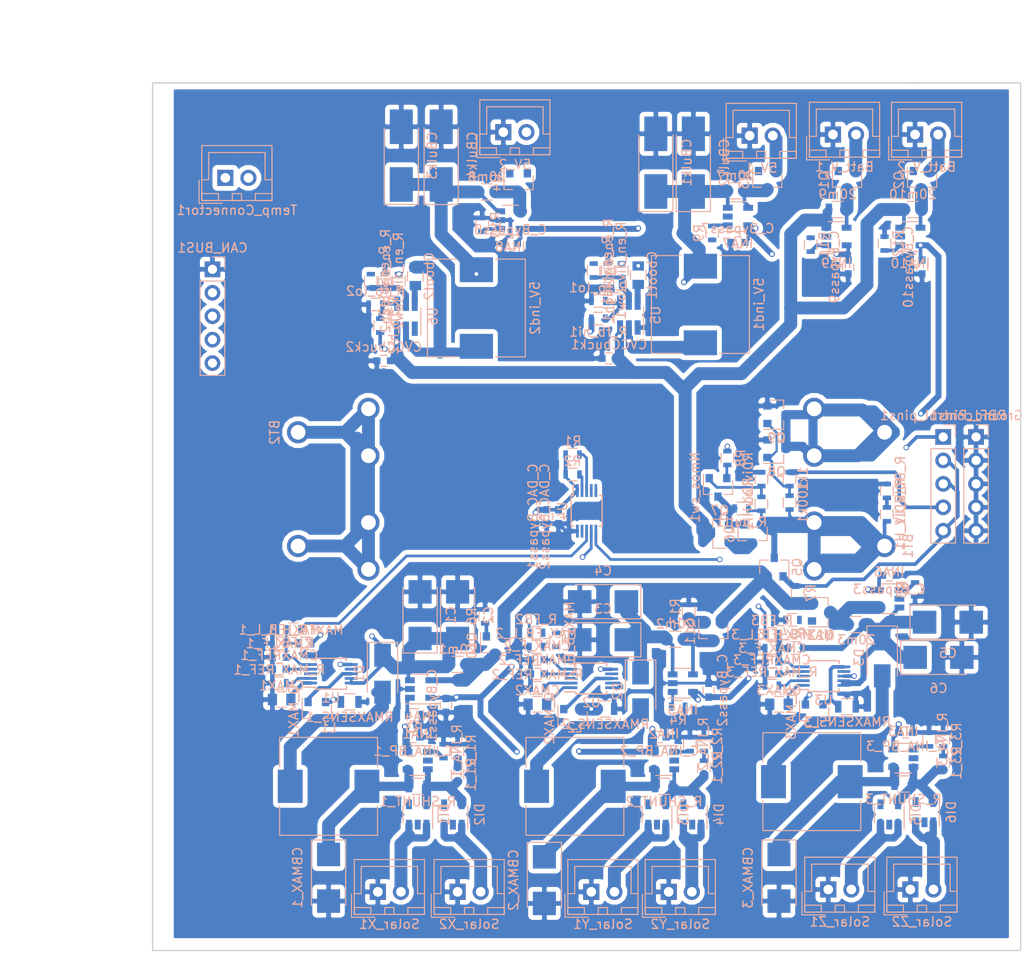
<source format=kicad_pcb>
(kicad_pcb (version 4) (host pcbnew 4.0.7)
  (layers (0 F.Cu mixed) (1 In1.Cu signal) (2 In2.Cu signal) (31 B.Cu mixed) (34 B.Paste user) (35 F.Paste user) (36 B.SilkS user) (37 F.SilkS user) (38 B.Mask user) (39 F.Mask user) (44 Edge.Cuts user))
  (net 0 "")
  (net 1 "Net-(5V_ind1-Pad1)")
  (net 2 "Net-(5V_ind2-Pad1)")
  (net 3 /Input/Output_1)
  (net 4 /Input/InaOutput/I_in_1)
  (net 5 /Input/InaOutput/I_in_2)
  (net 6 /Input/InaOutput/I_in_3)
  (net 7 /5V_1)
  (net 8 /5V_2)
  (net 9 /Batt_V_1)
  (net 10 /OUTPUT/POWER_INPUT)
  (net 11 /Batt_V_2)
  (net 12 /Input/Boost_Converters/I_in_1)
  (net 13 GND)
  (net 14 /Input/Boost_Converters/I_in_2)
  (net 15 /Input/Boost_Converters/I_in_3)
  (net 16 "Net-(Cboot1-Pad1)")
  (net 17 "Net-(Cboot2-Pad1)")
  (net 18 "Net-(CMAX1-Pad1)")
  (net 19 "Net-(CMAX2-Pad1)")
  (net 20 "Net-(CMAX3-Pad1)")
  (net 21 "Net-(CMAXREF_1-Pad1)")
  (net 22 "Net-(CMAXREF_2-Pad1)")
  (net 23 "Net-(CMAXREF_3-Pad1)")
  (net 24 /Input/Boost_Converters/MAX668/FB)
  (net 25 /3V3)
  (net 26 /A_1_I)
  (net 27 /A_2_I)
  (net 28 /A_3_I)
  (net 29 /A_3_O)
  (net 30 /A_1_O)
  (net 31 /Curr_5V_1)
  (net 32 /Curr_5V_2)
  (net 33 /Curr_Vbat_1)
  (net 34 /Curr_Vbat_2)
  (net 35 "Net-(D1-Pad2)")
  (net 36 "Net-(D2-Pad2)")
  (net 37 "Net-(D3-Pad2)")
  (net 38 /MCU_POWER_SW)
  (net 39 "Net-(Nmos_sw1-Pad2)")
  (net 40 "Net-(Nmos_sw1-Pad3)")
  (net 41 /V1)
  (net 42 /V2)
  (net 43 /V3)
  (net 44 /Batt_voltage_divided)
  (net 45 "Net-(R_en_div_high1-Pad2)")
  (net 46 /En_5V_1)
  (net 47 "Net-(R_en_div_high2-Pad2)")
  (net 48 /En_5V_2)
  (net 49 /Input/DAC/Dac_1)
  (net 50 /Input/DAC/Dac_2)
  (net 51 /Input/DAC/Dac_3)
  (net 52 "Net-(R_fb_hi1-Pad2)")
  (net 53 "Net-(R_fb_hi2-Pad2)")
  (net 54 "Net-(R_MAX_REF_1-Pad1)")
  (net 55 "Net-(R_MAX_REF_2-Pad1)")
  (net 56 "Net-(R_MAX_REF_3-Pad1)")
  (net 57 "Net-(U4-Pad5)")
  (net 58 "Net-(U4-Pad9)")
  (net 59 X+)
  (net 60 Y+)
  (net 61 Z+)
  (net 62 /CTRL_VB_1)
  (net 63 /CTRL_VB_2)
  (net 64 /5V_CTRL_1)
  (net 65 /5V_CTRL_2)
  (net 66 "Net-(Q6-Pad3)")
  (net 67 "Net-(Q_MAX1-Pad1)")
  (net 68 "Net-(Q_MAX1-Pad2)")
  (net 69 "Net-(Q_MAX2-Pad1)")
  (net 70 "Net-(Q_MAX2-Pad2)")
  (net 71 "Net-(Q_MAX3-Pad1)")
  (net 72 "Net-(Q_MAX3-Pad2)")
  (net 73 "Net-(DI1-Pad4)")
  (net 74 "Net-(DI2-Pad4)")
  (net 75 "Net-(DI3-Pad4)")
  (net 76 "Net-(DI4-Pad4)")
  (net 77 "Net-(DI5-Pad4)")
  (net 78 "Net-(DI6-Pad4)")
  (net 79 RBF1)
  (net 80 GND_DSW)
  (net 81 RBF2)
  (net 82 Battery_+)
  (net 83 Battery_middle)
  (net 84 Battery_-)
  (net 85 "Net-(100k1-Pad2)")
  (net 86 "/Connectors And Inputs/CAN_1_L")
  (net 87 "/Connectors And Inputs/CAN_1_H")
  (net 88 "/Connectors And Inputs/CAN_2_H")
  (net 89 "/Connectors And Inputs/CAN_2_L")
  (net 90 "/Connectors And Inputs/Ideal_Diodes/X+")
  (net 91 "/Connectors And Inputs/Ideal_Diodes/X-")
  (net 92 "/Connectors And Inputs/Ideal_Diodes/Y+")
  (net 93 "/Connectors And Inputs/Ideal_Diodes/Y-")
  (net 94 "/Connectors And Inputs/Ideal_Diodes/Z+")
  (net 95 "/Connectors And Inputs/Ideal_Diodes/Z-")
  (net 96 /OUTPUT/5VBuck1/5V_OUT)
  (net 97 /OUTPUT/5VBuck2/5V_OUT)
  (net 98 /OUTPUT/Ina_5V_Out/I_out)
  (net 99 /OUTPUT/Ina_3V6_Out/I_out)
  (net 100 /OUTPUT/Ina_BV_1/I_out)
  (net 101 /OUTPUT/INA_BV_2/I_out)
  (net 102 /Input/Boost_Converters/MAX668_2/FB)
  (net 103 /Input/Boost_Converters/MAX668_3/FB)
  (net 104 /Input/InaOutput/INA_out_2/Ina_Analog)
  (net 105 /SDA)
  (net 106 /SCL)
  (net 107 /Temp1)
  (net 108 /Temp2)
  (net 109 /LDAC)
  (net 110 /Input/InaOutput/INA_out/I_out)
  (net 111 /Input/InaOutput/INA_out_2/I_out)
  (net 112 /Input/InaOutput/INA_out_3/I_out)
  (net 113 /Input/InaOutput/PWM_CTRL)
  (module Connectors_JST:JST_XH_B02B-XH-A_02x2.50mm_Straight (layer B.Cu) (at 205.994 112.3315)
    (fp_text reference Solar_X1 (at 1.25 3.5) (layer B.SilkS) (effects (justify mirror)))
    (fp_text value JST_Connector)
    (pad 1 thru_hole rect (at 0 0) (size 1.75 1.75) (drill 1.05) (layers *.Cu *.Mask) (net 13 GND))
    (pad 2 thru_hole circle (at 2.5 0) (size 1.75 1.75) (drill 1.05) (layers *.Cu *.Mask) (net 90 "/Connectors And Inputs/Ideal_Diodes/X+"))
  )
  (module Housings_SSOP:MSOP-10_3x3mm_Pitch0.5mm (layer B.Cu) (at 229.108 89.2175)
    (fp_text reference U2 (at 0 2.6) (layer B.SilkS) (effects (justify mirror)))
    (fp_text value MAX668)
    (pad 1 smd rect (at -2.2 1) (size 1.4 0.3) (layers B.Cu B.Paste B.Mask) (net 19 "Net-(CMAX2-Pad1)"))
    (pad 2 smd rect (at -2.2 0.5) (size 1.4 0.3) (layers B.Cu B.Paste B.Mask) (net 55 "Net-(R_MAX_REF_2-Pad1)"))
    (pad 3 smd rect (at -2.2 0) (size 1.4 0.3) (layers B.Cu B.Paste B.Mask) (net 13 GND))
    (pad 4 smd rect (at -2.2 -0.5) (size 1.4 0.3) (layers B.Cu B.Paste B.Mask) (net 22 "Net-(CMAXREF_2-Pad1)"))
    (pad 5 smd rect (at -2.2 -1) (size 1.4 0.3) (layers B.Cu B.Paste B.Mask) (net 102 /Input/Boost_Converters/MAX668_2/FB))
    (pad 6 smd rect (at 2.2 -1) (size 1.4 0.3) (layers B.Cu B.Paste B.Mask) (net 70 "Net-(Q_MAX2-Pad2)"))
    (pad 7 smd rect (at 2.2 -0.5) (size 1.4 0.3) (layers B.Cu B.Paste B.Mask) (net 13 GND))
    (pad 8 smd rect (at 2.2 0) (size 1.4 0.3) (layers B.Cu B.Paste B.Mask) (net 69 "Net-(Q_MAX2-Pad1)"))
    (pad 9 smd rect (at 2.2 0.5) (size 1.4 0.3) (layers B.Cu B.Paste B.Mask) (net 5 /Input/InaOutput/I_in_2))
    (pad 10 smd rect (at 2.2 1) (size 1.4 0.3) (layers B.Cu B.Paste B.Mask) (net 5 /Input/InaOutput/I_in_2))
  )
  (module Inductors_SMD:L_10.4x10.4_H4.8 (layer B.Cu) (at 240.919 48.7045 90)
    (fp_text reference 5V_ind1 (at 0 6.35 90) (layer B.SilkS) (effects (justify mirror)))
    (fp_text value 10u)
    (pad 1 smd rect (at -4.15 0 90) (size 2.7 3.6) (layers B.Cu B.Paste B.Mask) (net 1 "Net-(5V_ind1-Pad1)"))
    (pad 2 smd rect (at 4.15 0 90) (size 2.7 3.6) (layers B.Cu B.Paste B.Mask) (net 96 /OUTPUT/5VBuck1/5V_OUT))
  )
  (module Inductors_SMD:L_10.4x10.4_H4.8 (layer B.Cu) (at 216.662 49.0855 90)
    (fp_text reference 5V_ind2 (at 0 6.35 90) (layer B.SilkS) (effects (justify mirror)))
    (fp_text value 10u)
    (pad 1 smd rect (at -4.15 0 90) (size 2.7 3.6) (layers B.Cu B.Paste B.Mask) (net 2 "Net-(5V_ind2-Pad1)"))
    (pad 2 smd rect (at 4.15 0 90) (size 2.7 3.6) (layers B.Cu B.Paste B.Mask) (net 97 /OUTPUT/5VBuck2/5V_OUT))
  )
  (module Resistors_SMD:R_0805 (layer B.Cu) (at 214.63 87.6935 180)
    (fp_text reference 20m1 (at 0 1.65 180) (layer B.SilkS) (effects (justify mirror)))
    (fp_text value R_Shunt)
    (pad 1 smd rect (at -0.95 0 180) (size 0.7 1.3) (layers B.Cu B.Paste B.Mask) (net 110 /Input/InaOutput/INA_out/I_out))
    (pad 2 smd rect (at 0.95 0 180) (size 0.7 1.3) (layers B.Cu B.Paste B.Mask) (net 4 /Input/InaOutput/I_in_1))
  )
  (module Resistors_SMD:R_0805 (layer B.Cu) (at 238.1885 84.963 180)
    (fp_text reference 20m2 (at 0 1.65 180) (layer B.SilkS) (effects (justify mirror)))
    (fp_text value R_Shunt)
    (pad 1 smd rect (at -0.95 0 180) (size 0.7 1.3) (layers B.Cu B.Paste B.Mask) (net 111 /Input/InaOutput/INA_out_2/I_out))
    (pad 2 smd rect (at 0.95 0 180) (size 0.7 1.3) (layers B.Cu B.Paste B.Mask) (net 5 /Input/InaOutput/I_in_2))
  )
  (module Resistors_SMD:R_0805 (layer B.Cu) (at 257.81 83.3755)
    (fp_text reference 20m3 (at 0 1.65) (layer B.SilkS) (effects (justify mirror)))
    (fp_text value R_Shunt)
    (pad 1 smd rect (at -0.95 0) (size 0.7 1.3) (layers B.Cu B.Paste B.Mask) (net 112 /Input/InaOutput/INA_out_3/I_out))
    (pad 2 smd rect (at 0.95 0) (size 0.7 1.3) (layers B.Cu B.Paste B.Mask) (net 6 /Input/InaOutput/I_in_3))
  )
  (module Resistors_SMD:R_0805 (layer B.Cu) (at 244.729 36.3855 180)
    (fp_text reference 20m7 (at 0 1.65 180) (layer B.SilkS) (effects (justify mirror)))
    (fp_text value R_Shunt)
    (pad 1 smd rect (at -0.95 0 180) (size 0.7 1.3) (layers B.Cu B.Paste B.Mask) (net 98 /OUTPUT/Ina_5V_Out/I_out))
    (pad 2 smd rect (at 0.95 0 180) (size 0.7 1.3) (layers B.Cu B.Paste B.Mask) (net 96 /OUTPUT/5VBuck1/5V_OUT))
  )
  (module Resistors_SMD:R_0805 (layer B.Cu) (at 217.805 36.5125 180)
    (fp_text reference 20m8 (at 0 1.65 180) (layer B.SilkS) (effects (justify mirror)))
    (fp_text value R_Shunt)
    (pad 1 smd rect (at -0.95 0 180) (size 0.7 1.3) (layers B.Cu B.Paste B.Mask) (net 99 /OUTPUT/Ina_3V6_Out/I_out))
    (pad 2 smd rect (at 0.95 0 180) (size 0.7 1.3) (layers B.Cu B.Paste B.Mask) (net 97 /OUTPUT/5VBuck2/5V_OUT))
  )
  (module Resistors_SMD:R_0805 (layer B.Cu) (at 255.778 38.4175 180)
    (fp_text reference 20m9 (at 0 1.65 180) (layer B.SilkS) (effects (justify mirror)))
    (fp_text value R_Shunt)
    (pad 1 smd rect (at -0.95 0 180) (size 0.7 1.3) (layers B.Cu B.Paste B.Mask) (net 100 /OUTPUT/Ina_BV_1/I_out))
    (pad 2 smd rect (at 0.95 0 180) (size 0.7 1.3) (layers B.Cu B.Paste B.Mask) (net 10 /OUTPUT/POWER_INPUT))
  )
  (module Resistors_SMD:R_0805 (layer B.Cu) (at 263.906 38.4175 180)
    (fp_text reference 20m10 (at 0 1.65 180) (layer B.SilkS) (effects (justify mirror)))
    (fp_text value R_Shunt)
    (pad 1 smd rect (at -0.95 0 180) (size 0.7 1.3) (layers B.Cu B.Paste B.Mask) (net 101 /OUTPUT/INA_BV_2/I_out))
    (pad 2 smd rect (at 0.95 0 180) (size 0.7 1.3) (layers B.Cu B.Paste B.Mask) (net 10 /OUTPUT/POWER_INPUT))
  )
  (module Capacitors_SMD:C_0805 (layer B.Cu) (at 234.188 45.5295 90)
    (fp_text reference Cboot1 (at 0 1.5 90) (layer B.SilkS) (effects (justify mirror)))
    (fp_text value .1uF)
    (pad 1 smd rect (at -1 0 90) (size 1 1.25) (layers B.Cu B.Paste B.Mask) (net 16 "Net-(Cboot1-Pad1)"))
    (pad 2 smd rect (at 1 0 90) (size 1 1.25) (layers B.Cu B.Paste B.Mask) (net 1 "Net-(5V_ind1-Pad1)"))
  )
  (module Capacitors_SMD:C_0805 (layer B.Cu) (at 210.058 45.6565 90)
    (fp_text reference Cboot2 (at 0 1.5 90) (layer B.SilkS) (effects (justify mirror)))
    (fp_text value .1uF)
    (pad 1 smd rect (at -1 0 90) (size 1 1.25) (layers B.Cu B.Paste B.Mask) (net 17 "Net-(Cboot2-Pad1)"))
    (pad 2 smd rect (at 1 0 90) (size 1 1.25) (layers B.Cu B.Paste B.Mask) (net 2 "Net-(5V_ind2-Pad1)"))
  )
  (module Capacitors_SMD:C_0805 (layer B.Cu) (at 195.58 91.5035 180)
    (fp_text reference CMAX1 (at 0 1.5 180) (layer B.SilkS) (effects (justify mirror)))
    (fp_text value 1uF)
    (pad 1 smd rect (at -1 0 180) (size 1 1.25) (layers B.Cu B.Paste B.Mask) (net 18 "Net-(CMAX1-Pad1)"))
    (pad 2 smd rect (at 1 0 180) (size 1 1.25) (layers B.Cu B.Paste B.Mask) (net 13 GND))
  )
  (module Capacitors_SMD:C_0805 (layer B.Cu) (at 223.266 92.0115 180)
    (fp_text reference CMAX2 (at 0 1.5 180) (layer B.SilkS) (effects (justify mirror)))
    (fp_text value 1uF)
    (pad 1 smd rect (at -1 0 180) (size 1 1.25) (layers B.Cu B.Paste B.Mask) (net 19 "Net-(CMAX2-Pad1)"))
    (pad 2 smd rect (at 1 0 180) (size 1 1.25) (layers B.Cu B.Paste B.Mask) (net 13 GND))
  )
  (module Capacitors_SMD:C_0805 (layer B.Cu) (at 249.428 92.0115 180)
    (fp_text reference CMAX3 (at 0 1.5 180) (layer B.SilkS) (effects (justify mirror)))
    (fp_text value 1uF)
    (pad 1 smd rect (at -1 0 180) (size 1 1.25) (layers B.Cu B.Paste B.Mask) (net 20 "Net-(CMAX3-Pad1)"))
    (pad 2 smd rect (at 1 0 180) (size 1 1.25) (layers B.Cu B.Paste B.Mask) (net 13 GND))
  )
  (module Capacitors_SMD:C_0603 (layer B.Cu) (at 195.326 88.2015 180)
    (fp_text reference CMAXREF_1 (at 0 1.5 180) (layer B.SilkS) (effects (justify mirror)))
    (fp_text value .22uF)
    (pad 2 smd rect (at 0.75 0 180) (size 0.8 0.75) (layers B.Cu B.Paste B.Mask) (net 13 GND))
    (pad 1 smd rect (at -0.75 0 180) (size 0.8 0.75) (layers B.Cu B.Paste B.Mask) (net 21 "Net-(CMAXREF_1-Pad1)"))
  )
  (module Capacitors_SMD:C_0603 (layer B.Cu) (at 223.266 88.7095 180)
    (fp_text reference CMAXREF_2 (at 0 1.5 180) (layer B.SilkS) (effects (justify mirror)))
    (fp_text value .22uF)
    (pad 2 smd rect (at 0.75 0 180) (size 0.8 0.75) (layers B.Cu B.Paste B.Mask) (net 13 GND))
    (pad 1 smd rect (at -0.75 0 180) (size 0.8 0.75) (layers B.Cu B.Paste B.Mask) (net 22 "Net-(CMAXREF_2-Pad1)"))
  )
  (module Capacitors_SMD:C_0603 (layer B.Cu) (at 248.666 88.7095 180)
    (fp_text reference CMAXREF_3 (at 0 1.5 180) (layer B.SilkS) (effects (justify mirror)))
    (fp_text value .22uF)
    (pad 2 smd rect (at 0.75 0 180) (size 0.8 0.75) (layers B.Cu B.Paste B.Mask) (net 13 GND))
    (pad 1 smd rect (at -0.75 0 180) (size 0.8 0.75) (layers B.Cu B.Paste B.Mask) (net 23 "Net-(CMAXREF_3-Pad1)"))
  )
  (module Capacitors_SMD:C_0603 (layer B.Cu) (at 195.326 86.9315 180)
    (fp_text reference CMAX_F_1 (at 0 1.5 180) (layer B.SilkS) (effects (justify mirror)))
    (fp_text value 220pF)
    (pad 2 smd rect (at 0.75 0 180) (size 0.8 0.75) (layers B.Cu B.Paste B.Mask) (net 13 GND))
    (pad 1 smd rect (at -0.75 0 180) (size 0.8 0.75) (layers B.Cu B.Paste B.Mask) (net 24 /Input/Boost_Converters/MAX668/FB))
  )
  (module Capacitors_SMD:C_0603 (layer B.Cu) (at 223.266 87.1855 180)
    (fp_text reference CMAX_F_2 (at 0 1.5 180) (layer B.SilkS) (effects (justify mirror)))
    (fp_text value 220pF)
    (pad 2 smd rect (at 0.75 0 180) (size 0.8 0.75) (layers B.Cu B.Paste B.Mask) (net 13 GND))
    (pad 1 smd rect (at -0.75 0 180) (size 0.8 0.75) (layers B.Cu B.Paste B.Mask) (net 102 /Input/Boost_Converters/MAX668_2/FB))
  )
  (module Capacitors_SMD:C_0603 (layer B.Cu) (at 248.666 87.4395 180)
    (fp_text reference CMAX_F_3 (at 0 1.5 180) (layer B.SilkS) (effects (justify mirror)))
    (fp_text value 220pF)
    (pad 2 smd rect (at 0.75 0 180) (size 0.8 0.75) (layers B.Cu B.Paste B.Mask) (net 13 GND))
    (pad 1 smd rect (at -0.75 0 180) (size 0.8 0.75) (layers B.Cu B.Paste B.Mask) (net 103 /Input/Boost_Converters/MAX668_3/FB))
  )
  (module Capacitors_SMD:C_0603 (layer B.Cu) (at 231.013 54.5465 180)
    (fp_text reference CVCCbuck1 (at 0 1.5 180) (layer B.SilkS) (effects (justify mirror)))
    (fp_text value 10u)
    (pad 2 smd rect (at 0.75 0 180) (size 0.8 0.75) (layers B.Cu B.Paste B.Mask) (net 13 GND))
    (pad 1 smd rect (at -0.75 0 180) (size 0.8 0.75) (layers B.Cu B.Paste B.Mask) (net 10 /OUTPUT/POWER_INPUT))
  )
  (module Capacitors_SMD:C_0603 (layer B.Cu) (at 206.629 54.8005 180)
    (fp_text reference CVCCbuck2 (at 0 1.5 180) (layer B.SilkS) (effects (justify mirror)))
    (fp_text value 10u)
    (pad 2 smd rect (at 0.75 0 180) (size 0.8 0.75) (layers B.Cu B.Paste B.Mask) (net 13 GND))
    (pad 1 smd rect (at -0.75 0 180) (size 0.8 0.75) (layers B.Cu B.Paste B.Mask) (net 10 /OUTPUT/POWER_INPUT))
  )
  (module Capacitors_SMD:C_0603 (layer B.Cu) (at 213.36 92.1385 270)
    (fp_text reference C_Bypass1 (at 0 1.5 270) (layer B.SilkS) (effects (justify mirror)))
    (fp_text value .1u)
    (pad 2 smd rect (at 0.75 0 270) (size 0.8 0.75) (layers B.Cu B.Paste B.Mask) (net 13 GND))
    (pad 1 smd rect (at -0.75 0 270) (size 0.8 0.75) (layers B.Cu B.Paste B.Mask) (net 25 /3V3))
  )
  (module Capacitors_SMD:C_0603 (layer B.Cu) (at 241.808 90.4875 90)
    (fp_text reference C_Bypass2 (at 0 1.5 90) (layer B.SilkS) (effects (justify mirror)))
    (fp_text value .1u)
    (pad 2 smd rect (at 0.75 0 90) (size 0.8 0.75) (layers B.Cu B.Paste B.Mask) (net 13 GND))
    (pad 1 smd rect (at -0.75 0 90) (size 0.8 0.75) (layers B.Cu B.Paste B.Mask) (net 25 /3V3))
  )
  (module Capacitors_SMD:C_0603 (layer B.Cu) (at 261.366 78.0415)
    (fp_text reference C_Bypass3 (at 0 1.5) (layer B.SilkS) (effects (justify mirror)))
    (fp_text value .1u)
    (pad 2 smd rect (at 0.75 0) (size 0.8 0.75) (layers B.Cu B.Paste B.Mask) (net 13 GND))
    (pad 1 smd rect (at -0.75 0) (size 0.8 0.75) (layers B.Cu B.Paste B.Mask) (net 25 /3V3))
  )
  (module Capacitors_SMD:C_0603 (layer B.Cu) (at 244.983 41.9735 180)
    (fp_text reference C_Bypass7 (at 0 1.5 180) (layer B.SilkS) (effects (justify mirror)))
    (fp_text value .1u)
    (pad 2 smd rect (at 0.75 0 180) (size 0.8 0.75) (layers B.Cu B.Paste B.Mask) (net 13 GND))
    (pad 1 smd rect (at -0.75 0 180) (size 0.8 0.75) (layers B.Cu B.Paste B.Mask) (net 25 /3V3))
  )
  (module Capacitors_SMD:C_0603 (layer B.Cu) (at 220.345 42.1005 180)
    (fp_text reference C_Bypass8 (at 0 1.5 180) (layer B.SilkS) (effects (justify mirror)))
    (fp_text value .1u)
    (pad 2 smd rect (at 0.75 0 180) (size 0.8 0.75) (layers B.Cu B.Paste B.Mask) (net 13 GND))
    (pad 1 smd rect (at -0.75 0 180) (size 0.8 0.75) (layers B.Cu B.Paste B.Mask) (net 25 /3V3))
  )
  (module Capacitors_SMD:C_0603 (layer B.Cu) (at 256.921 44.6405 270)
    (fp_text reference C_Bypass9 (at 0 1.5 270) (layer B.SilkS) (effects (justify mirror)))
    (fp_text value .1u)
    (pad 2 smd rect (at 0.75 0 270) (size 0.8 0.75) (layers B.Cu B.Paste B.Mask) (net 13 GND))
    (pad 1 smd rect (at -0.75 0 270) (size 0.8 0.75) (layers B.Cu B.Paste B.Mask) (net 25 /3V3))
  )
  (module Capacitors_SMD:C_0603 (layer B.Cu) (at 264.922 44.6405 270)
    (fp_text reference C_Bypass10 (at 0 1.5 270) (layer B.SilkS) (effects (justify mirror)))
    (fp_text value .1u)
    (pad 2 smd rect (at 0.75 0 270) (size 0.8 0.75) (layers B.Cu B.Paste B.Mask) (net 13 GND))
    (pad 1 smd rect (at -0.75 0 270) (size 0.8 0.75) (layers B.Cu B.Paste B.Mask) (net 25 /3V3))
  )
  (module Capacitors_SMD:C_0603 (layer B.Cu) (at 224.282 71.6915 270)
    (fp_text reference C_DAC_Bypass1 (at 0 1.5 270) (layer B.SilkS) (effects (justify mirror)))
    (fp_text value C)
    (pad 2 smd rect (at 0.75 0 270) (size 0.8 0.75) (layers B.Cu B.Paste B.Mask) (net 13 GND))
    (pad 1 smd rect (at -0.75 0 270) (size 0.8 0.75) (layers B.Cu B.Paste B.Mask) (net 25 /3V3))
  )
  (module Capacitors_SMD:C_0603 (layer B.Cu) (at 225.552 71.6915 270)
    (fp_text reference C_DAC_Bypass2 (at 0 1.5 270) (layer B.SilkS) (effects (justify mirror)))
    (fp_text value C)
    (pad 2 smd rect (at 0.75 0 270) (size 0.8 0.75) (layers B.Cu B.Paste B.Mask) (net 13 GND))
    (pad 1 smd rect (at -0.75 0 270) (size 0.8 0.75) (layers B.Cu B.Paste B.Mask) (net 25 /3V3))
  )
  (module Capacitors_SMD:C_0603 (layer B.Cu) (at 209.804 95.5675)
    (fp_text reference C_INA_BP_1 (at 0 1.5) (layer B.SilkS) (effects (justify mirror)))
    (fp_text value .1u)
    (pad 2 smd rect (at 0.75 0) (size 0.8 0.75) (layers B.Cu B.Paste B.Mask) (net 13 GND))
    (pad 1 smd rect (at -0.75 0) (size 0.8 0.75) (layers B.Cu B.Paste B.Mask) (net 25 /3V3))
  )
  (module Capacitors_SMD:C_0603 (layer B.Cu) (at 236.474 95.5675)
    (fp_text reference C_INA_BP_2 (at 0 1.5) (layer B.SilkS) (effects (justify mirror)))
    (fp_text value .1u)
    (pad 2 smd rect (at 0.75 0) (size 0.8 0.75) (layers B.Cu B.Paste B.Mask) (net 13 GND))
    (pad 1 smd rect (at -0.75 0) (size 0.8 0.75) (layers B.Cu B.Paste B.Mask) (net 25 /3V3))
  )
  (module Capacitors_SMD:C_0603 (layer B.Cu) (at 263.144 95.0595)
    (fp_text reference C_INA_BP_3 (at 0 1.5) (layer B.SilkS) (effects (justify mirror)))
    (fp_text value .1u)
    (pad 2 smd rect (at 0.75 0) (size 0.8 0.75) (layers B.Cu B.Paste B.Mask) (net 13 GND))
    (pad 1 smd rect (at -0.75 0) (size 0.8 0.75) (layers B.Cu B.Paste B.Mask) (net 25 /3V3))
  )
  (module TO_SOT_Packages_SMD:SOT-23-5 (layer B.Cu) (at 210.312 98.1075 180)
    (fp_text reference INA1 (at 0 2.9 180) (layer B.SilkS) (effects (justify mirror)))
    (fp_text value INA139)
    (pad 1 smd rect (at -1.1 0.95 180) (size 1.06 0.65) (layers B.Cu B.Paste B.Mask) (net 26 /A_1_I))
    (pad 2 smd rect (at -1.1 0 180) (size 1.06 0.65) (layers B.Cu B.Paste B.Mask) (net 13 GND))
    (pad 3 smd rect (at -1.1 -0.95 180) (size 1.06 0.65) (layers B.Cu B.Paste B.Mask) (net 59 X+))
    (pad 4 smd rect (at 1.1 -0.95 180) (size 1.06 0.65) (layers B.Cu B.Paste B.Mask) (net 12 /Input/Boost_Converters/I_in_1))
    (pad 5 smd rect (at 1.1 0.95 180) (size 1.06 0.65) (layers B.Cu B.Paste B.Mask) (net 25 /3V3))
  )
  (module TO_SOT_Packages_SMD:SOT-23-5 (layer B.Cu) (at 236.982 98.1075 180)
    (fp_text reference INA2 (at 0 2.9 180) (layer B.SilkS) (effects (justify mirror)))
    (fp_text value INA139)
    (pad 1 smd rect (at -1.1 0.95 180) (size 1.06 0.65) (layers B.Cu B.Paste B.Mask) (net 27 /A_2_I))
    (pad 2 smd rect (at -1.1 0 180) (size 1.06 0.65) (layers B.Cu B.Paste B.Mask) (net 13 GND))
    (pad 3 smd rect (at -1.1 -0.95 180) (size 1.06 0.65) (layers B.Cu B.Paste B.Mask) (net 60 Y+))
    (pad 4 smd rect (at 1.1 -0.95 180) (size 1.06 0.65) (layers B.Cu B.Paste B.Mask) (net 14 /Input/Boost_Converters/I_in_2))
    (pad 5 smd rect (at 1.1 0.95 180) (size 1.06 0.65) (layers B.Cu B.Paste B.Mask) (net 25 /3V3))
  )
  (module TO_SOT_Packages_SMD:SOT-23-5 (layer B.Cu) (at 262.89 97.8535 180)
    (fp_text reference INA3 (at 0 2.9 180) (layer B.SilkS) (effects (justify mirror)))
    (fp_text value INA139)
    (pad 1 smd rect (at -1.1 0.95 180) (size 1.06 0.65) (layers B.Cu B.Paste B.Mask) (net 28 /A_3_I))
    (pad 2 smd rect (at -1.1 0 180) (size 1.06 0.65) (layers B.Cu B.Paste B.Mask) (net 13 GND))
    (pad 3 smd rect (at -1.1 -0.95 180) (size 1.06 0.65) (layers B.Cu B.Paste B.Mask) (net 61 Z+))
    (pad 4 smd rect (at 1.1 -0.95 180) (size 1.06 0.65) (layers B.Cu B.Paste B.Mask) (net 15 /Input/Boost_Converters/I_in_3))
    (pad 5 smd rect (at 1.1 0.95 180) (size 1.06 0.65) (layers B.Cu B.Paste B.Mask) (net 25 /3V3))
  )
  (module TO_SOT_Packages_SMD:SOT-23-5 (layer B.Cu) (at 210.566 90.3605)
    (fp_text reference INA4 (at 0 2.9) (layer B.SilkS) (effects (justify mirror)))
    (fp_text value INA139)
    (pad 1 smd rect (at -1.1 0.95) (size 1.06 0.65) (layers B.Cu B.Paste B.Mask) (net 29 /A_3_O))
    (pad 2 smd rect (at -1.1 0) (size 1.06 0.65) (layers B.Cu B.Paste B.Mask) (net 13 GND))
    (pad 3 smd rect (at -1.1 -0.95) (size 1.06 0.65) (layers B.Cu B.Paste B.Mask) (net 4 /Input/InaOutput/I_in_1))
    (pad 4 smd rect (at 1.1 -0.95) (size 1.06 0.65) (layers B.Cu B.Paste B.Mask) (net 110 /Input/InaOutput/INA_out/I_out))
    (pad 5 smd rect (at 1.1 0.95) (size 1.06 0.65) (layers B.Cu B.Paste B.Mask) (net 25 /3V3))
  )
  (module TO_SOT_Packages_SMD:SOT-23-5 (layer B.Cu) (at 239.014 89.7255)
    (fp_text reference INA5 (at 0 2.9) (layer B.SilkS) (effects (justify mirror)))
    (fp_text value INA139)
    (pad 1 smd rect (at -1.1 0.95) (size 1.06 0.65) (layers B.Cu B.Paste B.Mask) (net 104 /Input/InaOutput/INA_out_2/Ina_Analog))
    (pad 2 smd rect (at -1.1 0) (size 1.06 0.65) (layers B.Cu B.Paste B.Mask) (net 13 GND))
    (pad 3 smd rect (at -1.1 -0.95) (size 1.06 0.65) (layers B.Cu B.Paste B.Mask) (net 5 /Input/InaOutput/I_in_2))
    (pad 4 smd rect (at 1.1 -0.95) (size 1.06 0.65) (layers B.Cu B.Paste B.Mask) (net 111 /Input/InaOutput/INA_out_2/I_out))
    (pad 5 smd rect (at 1.1 0.95) (size 1.06 0.65) (layers B.Cu B.Paste B.Mask) (net 25 /3V3))
  )
  (module TO_SOT_Packages_SMD:SOT-23-5 (layer B.Cu) (at 261.366 80.5815 180)
    (fp_text reference INA6 (at 0 2.9 180) (layer B.SilkS) (effects (justify mirror)))
    (fp_text value INA139)
    (pad 1 smd rect (at -1.1 0.95 180) (size 1.06 0.65) (layers B.Cu B.Paste B.Mask) (net 30 /A_1_O))
    (pad 2 smd rect (at -1.1 0 180) (size 1.06 0.65) (layers B.Cu B.Paste B.Mask) (net 13 GND))
    (pad 3 smd rect (at -1.1 -0.95 180) (size 1.06 0.65) (layers B.Cu B.Paste B.Mask) (net 6 /Input/InaOutput/I_in_3))
    (pad 4 smd rect (at 1.1 -0.95 180) (size 1.06 0.65) (layers B.Cu B.Paste B.Mask) (net 112 /Input/InaOutput/INA_out_3/I_out))
    (pad 5 smd rect (at 1.1 0.95 180) (size 1.06 0.65) (layers B.Cu B.Paste B.Mask) (net 25 /3V3))
  )
  (module TO_SOT_Packages_SMD:SOT-23-5 (layer B.Cu) (at 244.983 39.1795)
    (fp_text reference INA7 (at 0 2.9) (layer B.SilkS) (effects (justify mirror)))
    (fp_text value INA139)
    (pad 1 smd rect (at -1.1 0.95) (size 1.06 0.65) (layers B.Cu B.Paste B.Mask) (net 31 /Curr_5V_1))
    (pad 2 smd rect (at -1.1 0) (size 1.06 0.65) (layers B.Cu B.Paste B.Mask) (net 13 GND))
    (pad 3 smd rect (at -1.1 -0.95) (size 1.06 0.65) (layers B.Cu B.Paste B.Mask) (net 96 /OUTPUT/5VBuck1/5V_OUT))
    (pad 4 smd rect (at 1.1 -0.95) (size 1.06 0.65) (layers B.Cu B.Paste B.Mask) (net 98 /OUTPUT/Ina_5V_Out/I_out))
    (pad 5 smd rect (at 1.1 0.95) (size 1.06 0.65) (layers B.Cu B.Paste B.Mask) (net 25 /3V3))
  )
  (module TO_SOT_Packages_SMD:SOT-23-5 (layer B.Cu) (at 220.345 39.5605)
    (fp_text reference INA8 (at 0 2.9) (layer B.SilkS) (effects (justify mirror)))
    (fp_text value INA139)
    (pad 1 smd rect (at -1.1 0.95) (size 1.06 0.65) (layers B.Cu B.Paste B.Mask) (net 32 /Curr_5V_2))
    (pad 2 smd rect (at -1.1 0) (size 1.06 0.65) (layers B.Cu B.Paste B.Mask) (net 13 GND))
    (pad 3 smd rect (at -1.1 -0.95) (size 1.06 0.65) (layers B.Cu B.Paste B.Mask) (net 97 /OUTPUT/5VBuck2/5V_OUT))
    (pad 4 smd rect (at 1.1 -0.95) (size 1.06 0.65) (layers B.Cu B.Paste B.Mask) (net 99 /OUTPUT/Ina_3V6_Out/I_out))
    (pad 5 smd rect (at 1.1 0.95) (size 1.06 0.65) (layers B.Cu B.Paste B.Mask) (net 25 /3V3))
  )
  (module TO_SOT_Packages_SMD:SOT-23-5 (layer B.Cu) (at 255.651 41.3385)
    (fp_text reference INA9 (at 0 2.9) (layer B.SilkS) (effects (justify mirror)))
    (fp_text value INA139)
    (pad 1 smd rect (at -1.1 0.95) (size 1.06 0.65) (layers B.Cu B.Paste B.Mask) (net 33 /Curr_Vbat_1))
    (pad 2 smd rect (at -1.1 0) (size 1.06 0.65) (layers B.Cu B.Paste B.Mask) (net 13 GND))
    (pad 3 smd rect (at -1.1 -0.95) (size 1.06 0.65) (layers B.Cu B.Paste B.Mask) (net 10 /OUTPUT/POWER_INPUT))
    (pad 4 smd rect (at 1.1 -0.95) (size 1.06 0.65) (layers B.Cu B.Paste B.Mask) (net 100 /OUTPUT/Ina_BV_1/I_out))
    (pad 5 smd rect (at 1.1 0.95) (size 1.06 0.65) (layers B.Cu B.Paste B.Mask) (net 25 /3V3))
  )
  (module TO_SOT_Packages_SMD:SOT-23-5 (layer B.Cu) (at 263.652 41.3385)
    (fp_text reference INA10 (at 0 2.9) (layer B.SilkS) (effects (justify mirror)))
    (fp_text value INA139)
    (pad 1 smd rect (at -1.1 0.95) (size 1.06 0.65) (layers B.Cu B.Paste B.Mask) (net 34 /Curr_Vbat_2))
    (pad 2 smd rect (at -1.1 0) (size 1.06 0.65) (layers B.Cu B.Paste B.Mask) (net 13 GND))
    (pad 3 smd rect (at -1.1 -0.95) (size 1.06 0.65) (layers B.Cu B.Paste B.Mask) (net 10 /OUTPUT/POWER_INPUT))
    (pad 4 smd rect (at 1.1 -0.95) (size 1.06 0.65) (layers B.Cu B.Paste B.Mask) (net 101 /OUTPUT/INA_BV_2/I_out))
    (pad 5 smd rect (at 1.1 0.95) (size 1.06 0.65) (layers B.Cu B.Paste B.Mask) (net 25 /3V3))
  )
  (module Inductors_SMD:L_10.4x10.4_H4.8 (layer B.Cu) (at 200.66 100.9015 180)
    (fp_text reference L1 (at 0 6.35 180) (layer B.SilkS) (effects (justify mirror)))
    (fp_text value L_Small)
    (pad 1 smd rect (at -4.15 0 180) (size 2.7 3.6) (layers B.Cu B.Paste B.Mask) (net 12 /Input/Boost_Converters/I_in_1))
    (pad 2 smd rect (at 4.15 0 180) (size 2.7 3.6) (layers B.Cu B.Paste B.Mask) (net 35 "Net-(D1-Pad2)"))
  )
  (module Inductors_SMD:L_10.4x10.4_H4.8 (layer B.Cu) (at 227.33 100.9015 180)
    (fp_text reference L2 (at 0 6.35 180) (layer B.SilkS) (effects (justify mirror)))
    (fp_text value L_Small)
    (pad 1 smd rect (at -4.15 0 180) (size 2.7 3.6) (layers B.Cu B.Paste B.Mask) (net 14 /Input/Boost_Converters/I_in_2))
    (pad 2 smd rect (at 4.15 0 180) (size 2.7 3.6) (layers B.Cu B.Paste B.Mask) (net 36 "Net-(D2-Pad2)"))
  )
  (module Inductors_SMD:L_10.4x10.4_H4.8 (layer B.Cu) (at 252.984 100.3935 180)
    (fp_text reference L3 (at 0 6.35 180) (layer B.SilkS) (effects (justify mirror)))
    (fp_text value L_Small)
    (pad 1 smd rect (at -4.15 0 180) (size 2.7 3.6) (layers B.Cu B.Paste B.Mask) (net 15 /Input/Boost_Converters/I_in_3))
    (pad 2 smd rect (at 4.15 0 180) (size 2.7 3.6) (layers B.Cu B.Paste B.Mask) (net 37 "Net-(D3-Pad2)"))
  )
  (module Resistors_SMD:R_0603 (layer B.Cu) (at 198.12 85.4075 180)
    (fp_text reference MAXFB_H_1 (at 0 1.45 180) (layer B.SilkS) (effects (justify mirror)))
    (fp_text value 100k)
    (pad 1 smd rect (at -0.75 0 180) (size 0.5 0.9) (layers B.Cu B.Paste B.Mask) (net 4 /Input/InaOutput/I_in_1))
    (pad 2 smd rect (at 0.75 0 180) (size 0.5 0.9) (layers B.Cu B.Paste B.Mask) (net 24 /Input/Boost_Converters/MAX668/FB))
  )
  (module Resistors_SMD:R_0603 (layer B.Cu) (at 225.298 85.0265 90)
    (fp_text reference MAXFB_H_2 (at 0 1.45 90) (layer B.SilkS) (effects (justify mirror)))
    (fp_text value 100k)
    (pad 1 smd rect (at -0.75 0 90) (size 0.5 0.9) (layers B.Cu B.Paste B.Mask) (net 5 /Input/InaOutput/I_in_2))
    (pad 2 smd rect (at 0.75 0 90) (size 0.5 0.9) (layers B.Cu B.Paste B.Mask) (net 102 /Input/Boost_Converters/MAX668_2/FB))
  )
  (module Resistors_SMD:R_0603 (layer B.Cu) (at 251.206 85.9155 180)
    (fp_text reference MAXFB_H_3 (at 0 1.45 180) (layer B.SilkS) (effects (justify mirror)))
    (fp_text value 100k)
    (pad 1 smd rect (at -0.75 0 180) (size 0.5 0.9) (layers B.Cu B.Paste B.Mask) (net 6 /Input/InaOutput/I_in_3))
    (pad 2 smd rect (at 0.75 0 180) (size 0.5 0.9) (layers B.Cu B.Paste B.Mask) (net 103 /Input/Boost_Converters/MAX668_3/FB))
  )
  (module Resistors_SMD:R_0603 (layer B.Cu) (at 195.326 85.4075 180)
    (fp_text reference MAX_FB_L_1 (at 0 1.45 180) (layer B.SilkS) (effects (justify mirror)))
    (fp_text value 22k)
    (pad 1 smd rect (at -0.75 0 180) (size 0.5 0.9) (layers B.Cu B.Paste B.Mask) (net 24 /Input/Boost_Converters/MAX668/FB))
    (pad 2 smd rect (at 0.75 0 180) (size 0.5 0.9) (layers B.Cu B.Paste B.Mask) (net 13 GND))
  )
  (module Resistors_SMD:R_0603 (layer B.Cu) (at 223.139 85.7885 180)
    (fp_text reference MAX_FB_L_2 (at 0 1.45 180) (layer B.SilkS) (effects (justify mirror)))
    (fp_text value 22k)
    (pad 1 smd rect (at -0.75 0 180) (size 0.5 0.9) (layers B.Cu B.Paste B.Mask) (net 102 /Input/Boost_Converters/MAX668_2/FB))
    (pad 2 smd rect (at 0.75 0 180) (size 0.5 0.9) (layers B.Cu B.Paste B.Mask) (net 13 GND))
  )
  (module Resistors_SMD:R_0603 (layer B.Cu) (at 248.666 85.9155 180)
    (fp_text reference MAX_FB_L_3 (at 0 1.45 180) (layer B.SilkS) (effects (justify mirror)))
    (fp_text value 22k)
    (pad 1 smd rect (at -0.75 0 180) (size 0.5 0.9) (layers B.Cu B.Paste B.Mask) (net 103 /Input/Boost_Converters/MAX668_3/FB))
    (pad 2 smd rect (at 0.75 0 180) (size 0.5 0.9) (layers B.Cu B.Paste B.Mask) (net 13 GND))
  )
  (module Resistors_SMD:R_0603 (layer B.Cu) (at 227.076 64.9605 180)
    (fp_text reference R1 (at 0 1.45 180) (layer B.SilkS) (effects (justify mirror)))
    (fp_text value 10k)
    (pad 1 smd rect (at -0.75 0 180) (size 0.5 0.9) (layers B.Cu B.Paste B.Mask) (net 105 /SDA))
    (pad 2 smd rect (at 0.75 0 180) (size 0.5 0.9) (layers B.Cu B.Paste B.Mask) (net 25 /3V3))
  )
  (module Resistors_SMD:R_0603 (layer B.Cu) (at 214.63 99.6315 90)
    (fp_text reference R1_1 (at 0 1.45 90) (layer B.SilkS) (effects (justify mirror)))
    (fp_text value 100k)
    (pad 1 smd rect (at -0.75 0 90) (size 0.5 0.9) (layers B.Cu B.Paste B.Mask) (net 59 X+))
    (pad 2 smd rect (at 0.75 0 90) (size 0.5 0.9) (layers B.Cu B.Paste B.Mask) (net 41 /V1))
  )
  (module Resistors_SMD:R_0603 (layer B.Cu) (at 214.63 97.0915 90)
    (fp_text reference R1_2 (at 0 1.45 90) (layer B.SilkS) (effects (justify mirror)))
    (fp_text value 200k)
    (pad 1 smd rect (at -0.75 0 90) (size 0.5 0.9) (layers B.Cu B.Paste B.Mask) (net 41 /V1))
    (pad 2 smd rect (at 0.75 0 90) (size 0.5 0.9) (layers B.Cu B.Paste B.Mask) (net 13 GND))
  )
  (module Resistors_SMD:R_0603 (layer B.Cu) (at 227.076 67.1195 180)
    (fp_text reference R2 (at 0 1.45 180) (layer B.SilkS) (effects (justify mirror)))
    (fp_text value 10k)
    (pad 1 smd rect (at -0.75 0 180) (size 0.5 0.9) (layers B.Cu B.Paste B.Mask) (net 106 /SCL))
    (pad 2 smd rect (at 0.75 0 180) (size 0.5 0.9) (layers B.Cu B.Paste B.Mask) (net 25 /3V3))
  )
  (module Resistors_SMD:R_0603 (layer B.Cu) (at 241.3 98.8695 90)
    (fp_text reference R2_1 (at 0 1.45 90) (layer B.SilkS) (effects (justify mirror)))
    (fp_text value 100k)
    (pad 1 smd rect (at -0.75 0 90) (size 0.5 0.9) (layers B.Cu B.Paste B.Mask) (net 60 Y+))
    (pad 2 smd rect (at 0.75 0 90) (size 0.5 0.9) (layers B.Cu B.Paste B.Mask) (net 42 /V2))
  )
  (module Resistors_SMD:R_0603 (layer B.Cu) (at 241.3 96.3295 90)
    (fp_text reference R2_2 (at 0 1.45 90) (layer B.SilkS) (effects (justify mirror)))
    (fp_text value 200k)
    (pad 1 smd rect (at -0.75 0 90) (size 0.5 0.9) (layers B.Cu B.Paste B.Mask) (net 42 /V2))
    (pad 2 smd rect (at 0.75 0 90) (size 0.5 0.9) (layers B.Cu B.Paste B.Mask) (net 13 GND))
  )
  (module Resistors_SMD:R_0603 (layer B.Cu) (at 209.931 93.1545)
    (fp_text reference R3 (at 0 1.45) (layer B.SilkS) (effects (justify mirror)))
    (fp_text value 100k)
    (pad 1 smd rect (at -0.75 0) (size 0.5 0.9) (layers B.Cu B.Paste B.Mask) (net 29 /A_3_O))
    (pad 2 smd rect (at 0.75 0) (size 0.5 0.9) (layers B.Cu B.Paste B.Mask) (net 13 GND))
  )
  (module Resistors_SMD:R_0603 (layer B.Cu) (at 267.208 98.3615 90)
    (fp_text reference R3_1 (at 0 1.45 90) (layer B.SilkS) (effects (justify mirror)))
    (fp_text value 100k)
    (pad 1 smd rect (at -0.75 0 90) (size 0.5 0.9) (layers B.Cu B.Paste B.Mask) (net 61 Z+))
    (pad 2 smd rect (at 0.75 0 90) (size 0.5 0.9) (layers B.Cu B.Paste B.Mask) (net 43 /V3))
  )
  (module Resistors_SMD:R_0603 (layer B.Cu) (at 267.208 95.8215 90)
    (fp_text reference R3_2 (at 0 1.45 90) (layer B.SilkS) (effects (justify mirror)))
    (fp_text value 200k)
    (pad 1 smd rect (at -0.75 0 90) (size 0.5 0.9) (layers B.Cu B.Paste B.Mask) (net 43 /V3))
    (pad 2 smd rect (at 0.75 0 90) (size 0.5 0.9) (layers B.Cu B.Paste B.Mask) (net 13 GND))
  )
  (module Resistors_SMD:R_0603 (layer B.Cu) (at 238.506 92.2655)
    (fp_text reference R4 (at 0 1.45) (layer B.SilkS) (effects (justify mirror)))
    (fp_text value 100k)
    (pad 1 smd rect (at -0.75 0) (size 0.5 0.9) (layers B.Cu B.Paste B.Mask) (net 104 /Input/InaOutput/INA_out_2/Ina_Analog))
    (pad 2 smd rect (at 0.75 0) (size 0.5 0.9) (layers B.Cu B.Paste B.Mask) (net 13 GND))
  )
  (module Resistors_SMD:R_0603 (layer B.Cu) (at 264.16 79.5655 270)
    (fp_text reference R5 (at 0 1.45 270) (layer B.SilkS) (effects (justify mirror)))
    (fp_text value 100k)
    (pad 1 smd rect (at -0.75 0 270) (size 0.5 0.9) (layers B.Cu B.Paste B.Mask) (net 30 /A_1_O))
    (pad 2 smd rect (at 0.75 0 270) (size 0.5 0.9) (layers B.Cu B.Paste B.Mask) (net 13 GND))
  )
  (module Resistors_SMD:R_0603 (layer B.Cu) (at 251.46 79.9465 90)
    (fp_text reference R7 (at 0 1.45 90) (layer B.SilkS) (effects (justify mirror)))
    (fp_text value R)
    (pad 1 smd rect (at -0.75 0 90) (size 0.5 0.9) (layers B.Cu B.Paste B.Mask) (net 3 /Input/Output_1))
    (pad 2 smd rect (at 0.75 0 90) (size 0.5 0.9) (layers B.Cu B.Paste B.Mask) (net 79 RBF1))
  )
  (module Resistors_SMD:R_0603 (layer B.Cu) (at 243.84 65.3415 90)
    (fp_text reference R8 (at 0 1.45 90) (layer B.SilkS) (effects (justify mirror)))
    (fp_text value R)
    (pad 1 smd rect (at -0.75 0 90) (size 0.5 0.9) (layers B.Cu B.Paste B.Mask) (net 39 "Net-(Nmos_sw1-Pad2)"))
    (pad 2 smd rect (at 0.75 0 90) (size 0.5 0.9) (layers B.Cu B.Paste B.Mask) (net 81 RBF2))
  )
  (module Resistors_SMD:R_0603 (layer B.Cu) (at 242.189 40.9575 270)
    (fp_text reference R9 (at 0 1.45 270) (layer B.SilkS) (effects (justify mirror)))
    (fp_text value 100k)
    (pad 1 smd rect (at -0.75 0 270) (size 0.5 0.9) (layers B.Cu B.Paste B.Mask) (net 31 /Curr_5V_1))
    (pad 2 smd rect (at 0.75 0 270) (size 0.5 0.9) (layers B.Cu B.Paste B.Mask) (net 13 GND))
  )
  (module Resistors_SMD:R_0603 (layer B.Cu) (at 217.297 40.0685 90)
    (fp_text reference R10 (at 0 1.45 90) (layer B.SilkS) (effects (justify mirror)))
    (fp_text value 100k)
    (pad 1 smd rect (at -0.75 0 90) (size 0.5 0.9) (layers B.Cu B.Paste B.Mask) (net 32 /Curr_5V_2))
    (pad 2 smd rect (at 0.75 0 90) (size 0.5 0.9) (layers B.Cu B.Paste B.Mask) (net 13 GND))
  )
  (module Resistors_SMD:R_0603 (layer B.Cu) (at 252.857 42.2275 90)
    (fp_text reference R11 (at 0 1.45 90) (layer B.SilkS) (effects (justify mirror)))
    (fp_text value 100k)
    (pad 1 smd rect (at -0.75 0 90) (size 0.5 0.9) (layers B.Cu B.Paste B.Mask) (net 33 /Curr_Vbat_1))
    (pad 2 smd rect (at 0.75 0 90) (size 0.5 0.9) (layers B.Cu B.Paste B.Mask) (net 13 GND))
  )
  (module Resistors_SMD:R_0603 (layer B.Cu) (at 260.858 42.1005 90)
    (fp_text reference R12 (at 0 1.45 90) (layer B.SilkS) (effects (justify mirror)))
    (fp_text value 100k)
    (pad 1 smd rect (at -0.75 0 90) (size 0.5 0.9) (layers B.Cu B.Paste B.Mask) (net 34 /Curr_Vbat_2))
    (pad 2 smd rect (at 0.75 0 90) (size 0.5 0.9) (layers B.Cu B.Paste B.Mask) (net 13 GND))
  )
  (module Resistors_SMD:R_0603 (layer B.Cu) (at 247.523 70.2945 270)
    (fp_text reference RDivHi1 (at 0 1.45 270) (layer B.SilkS) (effects (justify mirror)))
    (fp_text value R)
    (pad 1 smd rect (at -0.75 0 270) (size 0.5 0.9) (layers B.Cu B.Paste B.Mask) (net 38 /MCU_POWER_SW))
    (pad 2 smd rect (at 0.75 0 270) (size 0.5 0.9) (layers B.Cu B.Paste B.Mask) (net 82 Battery_+))
  )
  (module Resistors_SMD:R_0603 (layer B.Cu) (at 247.523 67.6275 270)
    (fp_text reference RDivLo1 (at 0 1.45 270) (layer B.SilkS) (effects (justify mirror)))
    (fp_text value R)
    (pad 1 smd rect (at -0.75 0 270) (size 0.5 0.9) (layers B.Cu B.Paste B.Mask) (net 13 GND))
    (pad 2 smd rect (at 0.75 0 270) (size 0.5 0.9) (layers B.Cu B.Paste B.Mask) (net 38 /MCU_POWER_SW))
  )
  (module Resistors_SMD:R_0805 (layer B.Cu) (at 202.946 91.7575)
    (fp_text reference RMAXSENS_1 (at 0 1.65) (layer B.SilkS) (effects (justify mirror)))
    (fp_text value 0.02)
    (pad 1 smd rect (at -0.95 0) (size 0.7 1.3) (layers B.Cu B.Paste B.Mask) (net 68 "Net-(Q_MAX1-Pad2)"))
    (pad 2 smd rect (at 0.95 0) (size 0.7 1.3) (layers B.Cu B.Paste B.Mask) (net 13 GND))
  )
  (module Resistors_SMD:R_0805 (layer B.Cu) (at 230.632 92.5195)
    (fp_text reference RMAXSENS_2 (at 0 1.65) (layer B.SilkS) (effects (justify mirror)))
    (fp_text value 0.02)
    (pad 1 smd rect (at -0.95 0) (size 0.7 1.3) (layers B.Cu B.Paste B.Mask) (net 70 "Net-(Q_MAX2-Pad2)"))
    (pad 2 smd rect (at 0.95 0) (size 0.7 1.3) (layers B.Cu B.Paste B.Mask) (net 13 GND))
  )
  (module Resistors_SMD:R_0805 (layer B.Cu) (at 256.794 92.2655)
    (fp_text reference RMAXSENS_3 (at 0 1.65) (layer B.SilkS) (effects (justify mirror)))
    (fp_text value 0.02)
    (pad 1 smd rect (at -0.95 0) (size 0.7 1.3) (layers B.Cu B.Paste B.Mask) (net 72 "Net-(Q_MAX3-Pad2)"))
    (pad 2 smd rect (at 0.95 0) (size 0.7 1.3) (layers B.Cu B.Paste B.Mask) (net 13 GND))
  )
  (module Resistors_SMD:R_0603 (layer B.Cu) (at 261.112 71.4375 90)
    (fp_text reference R_BDIV_H1 (at 0 1.45 90) (layer B.SilkS) (effects (justify mirror)))
    (fp_text value 220k)
    (pad 1 smd rect (at -0.75 0 90) (size 0.5 0.9) (layers B.Cu B.Paste B.Mask) (net 82 Battery_+))
    (pad 2 smd rect (at 0.75 0 90) (size 0.5 0.9) (layers B.Cu B.Paste B.Mask) (net 44 /Batt_voltage_divided))
  )
  (module Resistors_SMD:R_0603 (layer B.Cu) (at 261.112 68.8975 90)
    (fp_text reference R_BDIV_L1 (at 0 1.45 90) (layer B.SilkS) (effects (justify mirror)))
    (fp_text value 100k)
    (pad 1 smd rect (at -0.75 0 90) (size 0.5 0.9) (layers B.Cu B.Paste B.Mask) (net 44 /Batt_voltage_divided))
    (pad 2 smd rect (at 0.75 0 90) (size 0.5 0.9) (layers B.Cu B.Paste B.Mask) (net 13 GND))
  )
  (module Resistors_SMD:R_0603 (layer B.Cu) (at 229.362 45.0215 90)
    (fp_text reference R_enable1 (at 0 1.45 90) (layer B.SilkS) (effects (justify mirror)))
    (fp_text value R)
    (pad 1 smd rect (at -0.75 0 90) (size 0.5 0.9) (layers B.Cu B.Paste B.Mask) (net 45 "Net-(R_en_div_high1-Pad2)"))
    (pad 2 smd rect (at 0.75 0 90) (size 0.5 0.9) (layers B.Cu B.Paste B.Mask) (net 46 /En_5V_1))
  )
  (module Resistors_SMD:R_0603 (layer B.Cu) (at 205.232 46.1645 90)
    (fp_text reference R_enable2 (at 0 1.45 90) (layer B.SilkS) (effects (justify mirror)))
    (fp_text value R)
    (pad 1 smd rect (at -0.75 0 90) (size 0.5 0.9) (layers B.Cu B.Paste B.Mask) (net 47 "Net-(R_en_div_high2-Pad2)"))
    (pad 2 smd rect (at 0.75 0 90) (size 0.5 0.9) (layers B.Cu B.Paste B.Mask) (net 48 /En_5V_2))
  )
  (module Resistors_SMD:R_0603 (layer B.Cu) (at 232.41 45.0215 270)
    (fp_text reference R_en_div_high1 (at 0 1.45 270) (layer B.SilkS) (effects (justify mirror)))
    (fp_text value R)
    (pad 1 smd rect (at -0.75 0 270) (size 0.5 0.9) (layers B.Cu B.Paste B.Mask) (net 10 /OUTPUT/POWER_INPUT))
    (pad 2 smd rect (at 0.75 0 270) (size 0.5 0.9) (layers B.Cu B.Paste B.Mask) (net 45 "Net-(R_en_div_high1-Pad2)"))
  )
  (module Resistors_SMD:R_0603 (layer B.Cu) (at 208.28 46.1645 270)
    (fp_text reference R_en_div_high2 (at 0 1.45 270) (layer B.SilkS) (effects (justify mirror)))
    (fp_text value R)
    (pad 1 smd rect (at -0.75 0 270) (size 0.5 0.9) (layers B.Cu B.Paste B.Mask) (net 10 /OUTPUT/POWER_INPUT))
    (pad 2 smd rect (at 0.75 0 270) (size 0.5 0.9) (layers B.Cu B.Paste B.Mask) (net 47 "Net-(R_en_div_high2-Pad2)"))
  )
  (module Resistors_SMD:R_0603 (layer B.Cu) (at 230.886 45.0215 90)
    (fp_text reference R_en_div_low1 (at 0 1.45 90) (layer B.SilkS) (effects (justify mirror)))
    (fp_text value R)
    (pad 1 smd rect (at -0.75 0 90) (size 0.5 0.9) (layers B.Cu B.Paste B.Mask) (net 45 "Net-(R_en_div_high1-Pad2)"))
    (pad 2 smd rect (at 0.75 0 90) (size 0.5 0.9) (layers B.Cu B.Paste B.Mask) (net 13 GND))
  )
  (module Resistors_SMD:R_0603 (layer B.Cu) (at 206.756 46.1645 90)
    (fp_text reference R_en_div_low2 (at 0 1.45 90) (layer B.SilkS) (effects (justify mirror)))
    (fp_text value R)
    (pad 1 smd rect (at -0.75 0 90) (size 0.5 0.9) (layers B.Cu B.Paste B.Mask) (net 47 "Net-(R_en_div_high2-Pad2)"))
    (pad 2 smd rect (at 0.75 0 90) (size 0.5 0.9) (layers B.Cu B.Paste B.Mask) (net 13 GND))
  )
  (module Resistors_SMD:R_0603 (layer B.Cu) (at 196.85 83.8835)
    (fp_text reference R_FB1 (at 0 1.45) (layer B.SilkS) (effects (justify mirror)))
    (fp_text value 100k)
    (pad 1 smd rect (at -0.75 0) (size 0.5 0.9) (layers B.Cu B.Paste B.Mask) (net 24 /Input/Boost_Converters/MAX668/FB))
    (pad 2 smd rect (at 0.75 0) (size 0.5 0.9) (layers B.Cu B.Paste B.Mask) (net 49 /Input/DAC/Dac_1))
  )
  (module Resistors_SMD:R_0603 (layer B.Cu) (at 223.139 84.2645 180)
    (fp_text reference R_FB2 (at 0 1.45 180) (layer B.SilkS) (effects (justify mirror)))
    (fp_text value 100k)
    (pad 1 smd rect (at -0.75 0 180) (size 0.5 0.9) (layers B.Cu B.Paste B.Mask) (net 102 /Input/Boost_Converters/MAX668_2/FB))
    (pad 2 smd rect (at 0.75 0 180) (size 0.5 0.9) (layers B.Cu B.Paste B.Mask) (net 50 /Input/DAC/Dac_2))
  )
  (module Resistors_SMD:R_0603 (layer B.Cu) (at 248.666 84.3915 180)
    (fp_text reference R_FB3 (at 0 1.45 180) (layer B.SilkS) (effects (justify mirror)))
    (fp_text value 100k)
    (pad 1 smd rect (at -0.75 0 180) (size 0.5 0.9) (layers B.Cu B.Paste B.Mask) (net 103 /Input/Boost_Converters/MAX668_3/FB))
    (pad 2 smd rect (at 0.75 0 180) (size 0.5 0.9) (layers B.Cu B.Paste B.Mask) (net 51 /Input/DAC/Dac_3))
  )
  (module Resistors_SMD:R_0603 (layer B.Cu) (at 229.87 50.2285)
    (fp_text reference R_fb_hi1 (at 0 1.45) (layer B.SilkS) (effects (justify mirror)))
    (fp_text value R)
    (pad 1 smd rect (at -0.75 0) (size 0.5 0.9) (layers B.Cu B.Paste B.Mask) (net 96 /OUTPUT/5VBuck1/5V_OUT))
    (pad 2 smd rect (at 0.75 0) (size 0.5 0.9) (layers B.Cu B.Paste B.Mask) (net 52 "Net-(R_fb_hi1-Pad2)"))
  )
  (module Resistors_SMD:R_0603 (layer B.Cu) (at 206.248 50.9905 90)
    (fp_text reference R_fb_hi2 (at 0 1.45 90) (layer B.SilkS) (effects (justify mirror)))
    (fp_text value R)
    (pad 1 smd rect (at -0.75 0 90) (size 0.5 0.9) (layers B.Cu B.Paste B.Mask) (net 97 /OUTPUT/5VBuck2/5V_OUT))
    (pad 2 smd rect (at 0.75 0 90) (size 0.5 0.9) (layers B.Cu B.Paste B.Mask) (net 53 "Net-(R_fb_hi2-Pad2)"))
  )
  (module Resistors_SMD:R_0603 (layer B.Cu) (at 229.87 48.3235 180)
    (fp_text reference R_fb_lo1 (at 0 1.45 180) (layer B.SilkS) (effects (justify mirror)))
    (fp_text value R)
    (pad 1 smd rect (at -0.75 0 180) (size 0.5 0.9) (layers B.Cu B.Paste B.Mask) (net 52 "Net-(R_fb_hi1-Pad2)"))
    (pad 2 smd rect (at 0.75 0 180) (size 0.5 0.9) (layers B.Cu B.Paste B.Mask) (net 13 GND))
  )
  (module Resistors_SMD:R_0603 (layer B.Cu) (at 205.74 48.7045 180)
    (fp_text reference R_fb_lo2 (at 0 1.45 180) (layer B.SilkS) (effects (justify mirror)))
    (fp_text value R)
    (pad 1 smd rect (at -0.75 0 180) (size 0.5 0.9) (layers B.Cu B.Paste B.Mask) (net 53 "Net-(R_fb_hi2-Pad2)"))
    (pad 2 smd rect (at 0.75 0 180) (size 0.5 0.9) (layers B.Cu B.Paste B.Mask) (net 13 GND))
  )
  (module Resistors_SMD:R_0603 (layer B.Cu) (at 213.106 97.0915 90)
    (fp_text reference R_INA_1 (at 0 1.45 90) (layer B.SilkS) (effects (justify mirror)))
    (fp_text value 100k)
    (pad 1 smd rect (at -0.75 0 90) (size 0.5 0.9) (layers B.Cu B.Paste B.Mask) (net 26 /A_1_I))
    (pad 2 smd rect (at 0.75 0 90) (size 0.5 0.9) (layers B.Cu B.Paste B.Mask) (net 13 GND))
  )
  (module Resistors_SMD:R_0603 (layer B.Cu) (at 239.776 96.3295 90)
    (fp_text reference R_INA_2 (at 0 1.45 90) (layer B.SilkS) (effects (justify mirror)))
    (fp_text value 100k)
    (pad 1 smd rect (at -0.75 0 90) (size 0.5 0.9) (layers B.Cu B.Paste B.Mask) (net 27 /A_2_I))
    (pad 2 smd rect (at 0.75 0 90) (size 0.5 0.9) (layers B.Cu B.Paste B.Mask) (net 13 GND))
  )
  (module Resistors_SMD:R_0603 (layer B.Cu) (at 265.684 95.8215 90)
    (fp_text reference R_INA_3 (at 0 1.45 90) (layer B.SilkS) (effects (justify mirror)))
    (fp_text value 100k)
    (pad 1 smd rect (at -0.75 0 90) (size 0.5 0.9) (layers B.Cu B.Paste B.Mask) (net 28 /A_3_I))
    (pad 2 smd rect (at 0.75 0 90) (size 0.5 0.9) (layers B.Cu B.Paste B.Mask) (net 13 GND))
  )
  (module Resistors_SMD:R_0603 (layer B.Cu) (at 195.326 89.7255 180)
    (fp_text reference R_MAX_REF_1 (at 0 1.45 180) (layer B.SilkS) (effects (justify mirror)))
    (fp_text value 100k)
    (pad 1 smd rect (at -0.75 0 180) (size 0.5 0.9) (layers B.Cu B.Paste B.Mask) (net 54 "Net-(R_MAX_REF_1-Pad1)"))
    (pad 2 smd rect (at 0.75 0 180) (size 0.5 0.9) (layers B.Cu B.Paste B.Mask) (net 13 GND))
  )
  (module Resistors_SMD:R_0603 (layer B.Cu) (at 223.266 90.2335 180)
    (fp_text reference R_MAX_REF_2 (at 0 1.45 180) (layer B.SilkS) (effects (justify mirror)))
    (fp_text value 100k)
    (pad 1 smd rect (at -0.75 0 180) (size 0.5 0.9) (layers B.Cu B.Paste B.Mask) (net 55 "Net-(R_MAX_REF_2-Pad1)"))
    (pad 2 smd rect (at 0.75 0 180) (size 0.5 0.9) (layers B.Cu B.Paste B.Mask) (net 13 GND))
  )
  (module Resistors_SMD:R_0603 (layer B.Cu) (at 248.666 89.9795 180)
    (fp_text reference R_MAX_REF_3 (at 0 1.45 180) (layer B.SilkS) (effects (justify mirror)))
    (fp_text value 100k)
    (pad 1 smd rect (at -0.75 0 180) (size 0.5 0.9) (layers B.Cu B.Paste B.Mask) (net 56 "Net-(R_MAX_REF_3-Pad1)"))
    (pad 2 smd rect (at 0.75 0 180) (size 0.5 0.9) (layers B.Cu B.Paste B.Mask) (net 13 GND))
  )
  (module Resistors_SMD:R_0603 (layer B.Cu) (at 245.364 70.8025)
    (fp_text reference R_pull1 (at 0 1.45) (layer B.SilkS) (effects (justify mirror)))
    (fp_text value R)
    (pad 1 smd rect (at -0.75 0) (size 0.5 0.9) (layers B.Cu B.Paste B.Mask) (net 40 "Net-(Nmos_sw1-Pad3)"))
    (pad 2 smd rect (at 0.75 0) (size 0.5 0.9) (layers B.Cu B.Paste B.Mask) (net 82 Battery_+))
  )
  (module Resistors_SMD:R_0805 (layer B.Cu) (at 210.312 100.9015)
    (fp_text reference R_SHUNT_1 (at 0 1.65) (layer B.SilkS) (effects (justify mirror)))
    (fp_text value 20m)
    (pad 1 smd rect (at -0.95 0) (size 0.7 1.3) (layers B.Cu B.Paste B.Mask) (net 12 /Input/Boost_Converters/I_in_1))
    (pad 2 smd rect (at 0.95 0) (size 0.7 1.3) (layers B.Cu B.Paste B.Mask) (net 59 X+))
  )
  (module Resistors_SMD:R_0805 (layer B.Cu) (at 236.982 100.9015)
    (fp_text reference R_SHUNT_2 (at 0 1.65) (layer B.SilkS) (effects (justify mirror)))
    (fp_text value 20m)
    (pad 1 smd rect (at -0.95 0) (size 0.7 1.3) (layers B.Cu B.Paste B.Mask) (net 14 /Input/Boost_Converters/I_in_2))
    (pad 2 smd rect (at 0.95 0) (size 0.7 1.3) (layers B.Cu B.Paste B.Mask) (net 60 Y+))
  )
  (module Resistors_SMD:R_0805 (layer B.Cu) (at 262.89 100.6475)
    (fp_text reference R_SHUNT_3 (at 0 1.65) (layer B.SilkS) (effects (justify mirror)))
    (fp_text value 20m)
    (pad 1 smd rect (at -0.95 0) (size 0.7 1.3) (layers B.Cu B.Paste B.Mask) (net 15 /Input/Boost_Converters/I_in_3))
    (pad 2 smd rect (at 0.95 0) (size 0.7 1.3) (layers B.Cu B.Paste B.Mask) (net 61 Z+))
  )
  (module Housings_SSOP:MSOP-10_3x3mm_Pitch0.5mm (layer B.Cu) (at 200.914 88.7095)
    (fp_text reference U1 (at 0 2.6) (layer B.SilkS) (effects (justify mirror)))
    (fp_text value MAX668)
    (pad 1 smd rect (at -2.2 1) (size 1.4 0.3) (layers B.Cu B.Paste B.Mask) (net 18 "Net-(CMAX1-Pad1)"))
    (pad 2 smd rect (at -2.2 0.5) (size 1.4 0.3) (layers B.Cu B.Paste B.Mask) (net 54 "Net-(R_MAX_REF_1-Pad1)"))
    (pad 3 smd rect (at -2.2 0) (size 1.4 0.3) (layers B.Cu B.Paste B.Mask) (net 13 GND))
    (pad 4 smd rect (at -2.2 -0.5) (size 1.4 0.3) (layers B.Cu B.Paste B.Mask) (net 21 "Net-(CMAXREF_1-Pad1)"))
    (pad 5 smd rect (at -2.2 -1) (size 1.4 0.3) (layers B.Cu B.Paste B.Mask) (net 24 /Input/Boost_Converters/MAX668/FB))
    (pad 6 smd rect (at 2.2 -1) (size 1.4 0.3) (layers B.Cu B.Paste B.Mask) (net 68 "Net-(Q_MAX1-Pad2)"))
    (pad 7 smd rect (at 2.2 -0.5) (size 1.4 0.3) (layers B.Cu B.Paste B.Mask) (net 13 GND))
    (pad 8 smd rect (at 2.2 0) (size 1.4 0.3) (layers B.Cu B.Paste B.Mask) (net 67 "Net-(Q_MAX1-Pad1)"))
    (pad 9 smd rect (at 2.2 0.5) (size 1.4 0.3) (layers B.Cu B.Paste B.Mask) (net 4 /Input/InaOutput/I_in_1))
    (pad 10 smd rect (at 2.2 1) (size 1.4 0.3) (layers B.Cu B.Paste B.Mask) (net 4 /Input/InaOutput/I_in_1))
  )
  (module Housings_SSOP:MSOP-10_3x3mm_Pitch0.5mm (layer B.Cu) (at 254.254 88.9635)
    (fp_text reference U3 (at 0 2.6) (layer B.SilkS) (effects (justify mirror)))
    (fp_text value MAX668)
    (pad 1 smd rect (at -2.2 1) (size 1.4 0.3) (layers B.Cu B.Paste B.Mask) (net 20 "Net-(CMAX3-Pad1)"))
    (pad 2 smd rect (at -2.2 0.5) (size 1.4 0.3) (layers B.Cu B.Paste B.Mask) (net 56 "Net-(R_MAX_REF_3-Pad1)"))
    (pad 3 smd rect (at -2.2 0) (size 1.4 0.3) (layers B.Cu B.Paste B.Mask) (net 13 GND))
    (pad 4 smd rect (at -2.2 -0.5) (size 1.4 0.3) (layers B.Cu B.Paste B.Mask) (net 23 "Net-(CMAXREF_3-Pad1)"))
    (pad 5 smd rect (at -2.2 -1) (size 1.4 0.3) (layers B.Cu B.Paste B.Mask) (net 103 /Input/Boost_Converters/MAX668_3/FB))
    (pad 6 smd rect (at 2.2 -1) (size 1.4 0.3) (layers B.Cu B.Paste B.Mask) (net 72 "Net-(Q_MAX3-Pad2)"))
    (pad 7 smd rect (at 2.2 -0.5) (size 1.4 0.3) (layers B.Cu B.Paste B.Mask) (net 13 GND))
    (pad 8 smd rect (at 2.2 0) (size 1.4 0.3) (layers B.Cu B.Paste B.Mask) (net 71 "Net-(Q_MAX3-Pad1)"))
    (pad 9 smd rect (at 2.2 0.5) (size 1.4 0.3) (layers B.Cu B.Paste B.Mask) (net 6 /Input/InaOutput/I_in_3))
    (pad 10 smd rect (at 2.2 1) (size 1.4 0.3) (layers B.Cu B.Paste B.Mask) (net 6 /Input/InaOutput/I_in_3))
  )
  (module Housings_SSOP:MSOP-10_3x3mm_Pitch0.5mm (layer B.Cu) (at 228.6 71.0565 270)
    (fp_text reference U4 (at 0 2.6 270) (layer B.SilkS) (effects (justify mirror)))
    (fp_text value MCP4728)
    (pad 1 smd rect (at -2.2 1 270) (size 1.4 0.3) (layers B.Cu B.Paste B.Mask) (net 25 /3V3))
    (pad 2 smd rect (at -2.2 0.5 270) (size 1.4 0.3) (layers B.Cu B.Paste B.Mask) (net 106 /SCL))
    (pad 3 smd rect (at -2.2 0 270) (size 1.4 0.3) (layers B.Cu B.Paste B.Mask) (net 105 /SDA))
    (pad 4 smd rect (at -2.2 -0.5 270) (size 1.4 0.3) (layers B.Cu B.Paste B.Mask) (net 109 /LDAC))
    (pad 5 smd rect (at -2.2 -1 270) (size 1.4 0.3) (layers B.Cu B.Paste B.Mask) (net 57 "Net-(U4-Pad5)"))
    (pad 6 smd rect (at 2.2 -1 270) (size 1.4 0.3) (layers B.Cu B.Paste B.Mask) (net 51 /Input/DAC/Dac_3))
    (pad 7 smd rect (at 2.2 -0.5 270) (size 1.4 0.3) (layers B.Cu B.Paste B.Mask) (net 50 /Input/DAC/Dac_2))
    (pad 8 smd rect (at 2.2 0 270) (size 1.4 0.3) (layers B.Cu B.Paste B.Mask) (net 49 /Input/DAC/Dac_1))
    (pad 9 smd rect (at 2.2 0.5 270) (size 1.4 0.3) (layers B.Cu B.Paste B.Mask) (net 58 "Net-(U4-Pad9)"))
    (pad 10 smd rect (at 2.2 1 270) (size 1.4 0.3) (layers B.Cu B.Paste B.Mask) (net 13 GND))
  )
  (module TO_SOT_Packages_SMD:SOT-23-6_Handsoldering (layer B.Cu) (at 233.172 49.8475 90)
    (fp_text reference U5 (at 0 2.9 90) (layer B.SilkS) (effects (justify mirror)))
    (fp_text value TPS54302)
    (pad 1 smd rect (at -1.35 0.95 90) (size 1.56 0.65) (layers B.Cu B.Paste B.Mask) (net 13 GND))
    (pad 2 smd rect (at -1.35 0 90) (size 1.56 0.65) (layers B.Cu B.Paste B.Mask) (net 1 "Net-(5V_ind1-Pad1)"))
    (pad 3 smd rect (at -1.35 -0.95 90) (size 1.56 0.65) (layers B.Cu B.Paste B.Mask) (net 10 /OUTPUT/POWER_INPUT))
    (pad 4 smd rect (at 1.35 -0.95 90) (size 1.56 0.65) (layers B.Cu B.Paste B.Mask) (net 52 "Net-(R_fb_hi1-Pad2)"))
    (pad 6 smd rect (at 1.35 0.95 90) (size 1.56 0.65) (layers B.Cu B.Paste B.Mask) (net 16 "Net-(Cboot1-Pad1)"))
    (pad 5 smd rect (at 1.35 0 90) (size 1.56 0.65) (layers B.Cu B.Paste B.Mask) (net 45 "Net-(R_en_div_high1-Pad2)"))
  )
  (module TO_SOT_Packages_SMD:SOT-23-6_Handsoldering (layer B.Cu) (at 209.042 49.9745 90)
    (fp_text reference U6 (at 0 2.9 90) (layer B.SilkS) (effects (justify mirror)))
    (fp_text value TPS54302)
    (pad 1 smd rect (at -1.35 0.95 90) (size 1.56 0.65) (layers B.Cu B.Paste B.Mask) (net 13 GND))
    (pad 2 smd rect (at -1.35 0 90) (size 1.56 0.65) (layers B.Cu B.Paste B.Mask) (net 2 "Net-(5V_ind2-Pad1)"))
    (pad 3 smd rect (at -1.35 -0.95 90) (size 1.56 0.65) (layers B.Cu B.Paste B.Mask) (net 10 /OUTPUT/POWER_INPUT))
    (pad 4 smd rect (at 1.35 -0.95 90) (size 1.56 0.65) (layers B.Cu B.Paste B.Mask) (net 53 "Net-(R_fb_hi2-Pad2)"))
    (pad 6 smd rect (at 1.35 0.95 90) (size 1.56 0.65) (layers B.Cu B.Paste B.Mask) (net 17 "Net-(Cboot2-Pad1)"))
    (pad 5 smd rect (at 1.35 0 90) (size 1.56 0.65) (layers B.Cu B.Paste B.Mask) (net 47 "Net-(R_en_div_high2-Pad2)"))
  )
  (module TO_SOT_Packages_SMD:SOT-23 (layer B.Cu) (at 256.794 35.2425 270)
    (fp_text reference Q1 (at 0 2.5 270) (layer B.SilkS) (effects (justify mirror)))
    (fp_text value Q_NMOS_GSD)
    (pad 1 smd rect (at -1 0.95 270) (size 0.9 0.8) (layers B.Cu B.Paste B.Mask) (net 62 /CTRL_VB_1))
    (pad 2 smd rect (at -1 -0.95 270) (size 0.9 0.8) (layers B.Cu B.Paste B.Mask) (net 9 /Batt_V_1))
    (pad 3 smd rect (at 1 0 270) (size 0.9 0.8) (layers B.Cu B.Paste B.Mask) (net 100 /OUTPUT/Ina_BV_1/I_out))
  )
  (module TO_SOT_Packages_SMD:SOT-23 (layer B.Cu) (at 264.922 35.2425 270)
    (fp_text reference Q2 (at 0 2.5 270) (layer B.SilkS) (effects (justify mirror)))
    (fp_text value Q_NMOS_GSD)
    (pad 1 smd rect (at -1 0.95 270) (size 0.9 0.8) (layers B.Cu B.Paste B.Mask) (net 63 /CTRL_VB_2))
    (pad 2 smd rect (at -1 -0.95 270) (size 0.9 0.8) (layers B.Cu B.Paste B.Mask) (net 11 /Batt_V_2))
    (pad 3 smd rect (at 1 0 270) (size 0.9 0.8) (layers B.Cu B.Paste B.Mask) (net 101 /OUTPUT/INA_BV_2/I_out))
  )
  (module TO_SOT_Packages_SMD:SOT-23 (layer B.Cu) (at 248.158 35.2425 270)
    (fp_text reference Q3 (at 0 2.5 270) (layer B.SilkS) (effects (justify mirror)))
    (fp_text value Q_NMOS_GSD)
    (pad 1 smd rect (at -1 0.95 270) (size 0.9 0.8) (layers B.Cu B.Paste B.Mask) (net 64 /5V_CTRL_1))
    (pad 2 smd rect (at -1 -0.95 270) (size 0.9 0.8) (layers B.Cu B.Paste B.Mask) (net 7 /5V_1))
    (pad 3 smd rect (at 1 0 270) (size 0.9 0.8) (layers B.Cu B.Paste B.Mask) (net 98 /OUTPUT/Ina_5V_Out/I_out))
  )
  (module TO_SOT_Packages_SMD:SOT-23 (layer B.Cu) (at 221.234 35.4965 270)
    (fp_text reference Q4 (at 0 2.5 270) (layer B.SilkS) (effects (justify mirror)))
    (fp_text value Q_NMOS_GSD)
    (pad 1 smd rect (at -1 0.95 270) (size 0.9 0.8) (layers B.Cu B.Paste B.Mask) (net 65 /5V_CTRL_2))
    (pad 2 smd rect (at -1 -0.95 270) (size 0.9 0.8) (layers B.Cu B.Paste B.Mask) (net 8 /5V_2))
    (pad 3 smd rect (at 1 0 270) (size 0.9 0.8) (layers B.Cu B.Paste B.Mask) (net 99 /OUTPUT/Ina_3V6_Out/I_out))
  )
  (module TO_SOT_Packages_SMD:SOT-23 (layer B.Cu) (at 248.92 77.1525 90)
    (fp_text reference Q5 (at 0 2.5 90) (layer B.SilkS) (effects (justify mirror)))
    (fp_text value Q_PMOS_GSD)
    (pad 1 smd rect (at -1 0.95 90) (size 0.9 0.8) (layers B.Cu B.Paste B.Mask) (net 79 RBF1))
    (pad 2 smd rect (at -1 -0.95 90) (size 0.9 0.8) (layers B.Cu B.Paste B.Mask) (net 3 /Input/Output_1))
    (pad 3 smd rect (at 1 0 90) (size 0.9 0.8) (layers B.Cu B.Paste B.Mask) (net 82 Battery_+))
  )
  (module TO_SOT_Packages_SMD:SOT-23 (layer B.Cu) (at 246.5705 73.533 270)
    (fp_text reference Q6 (at 0 2.5 270) (layer B.SilkS) (effects (justify mirror)))
    (fp_text value Q_PMOS_GSD)
    (pad 1 smd rect (at -1 0.95 270) (size 0.9 0.8) (layers B.Cu B.Paste B.Mask) (net 40 "Net-(Nmos_sw1-Pad3)"))
    (pad 2 smd rect (at -1 -0.95 270) (size 0.9 0.8) (layers B.Cu B.Paste B.Mask) (net 82 Battery_+))
    (pad 3 smd rect (at 1 0 270) (size 0.9 0.8) (layers B.Cu B.Paste B.Mask) (net 66 "Net-(Q6-Pad3)"))
  )
  (module TO_SOT_Packages_SMD:SOT-23 (layer B.Cu) (at 243.0145 73.533 180)
    (fp_text reference Q7 (at 0 2.5 180) (layer B.SilkS) (effects (justify mirror)))
    (fp_text value Q_PMOS_GSD)
    (pad 1 smd rect (at -1 0.95 180) (size 0.9 0.8) (layers B.Cu B.Paste B.Mask) (net 40 "Net-(Nmos_sw1-Pad3)"))
    (pad 2 smd rect (at -1 -0.95 180) (size 0.9 0.8) (layers B.Cu B.Paste B.Mask) (net 66 "Net-(Q6-Pad3)"))
    (pad 3 smd rect (at 1 0 180) (size 0.9 0.8) (layers B.Cu B.Paste B.Mask) (net 10 /OUTPUT/POWER_INPUT))
  )
  (module TO_SOT_Packages_SMD:SOT-23 (layer B.Cu) (at 199.39 92.7735 270)
    (fp_text reference Q_MAX1 (at 0 2.5 270) (layer B.SilkS) (effects (justify mirror)))
    (fp_text value Q_NMOS_GSD)
    (pad 1 smd rect (at -1 0.95 270) (size 0.9 0.8) (layers B.Cu B.Paste B.Mask) (net 67 "Net-(Q_MAX1-Pad1)"))
    (pad 2 smd rect (at -1 -0.95 270) (size 0.9 0.8) (layers B.Cu B.Paste B.Mask) (net 68 "Net-(Q_MAX1-Pad2)"))
    (pad 3 smd rect (at 1 0 270) (size 0.9 0.8) (layers B.Cu B.Paste B.Mask) (net 35 "Net-(D1-Pad2)"))
  )
  (module TO_SOT_Packages_SMD:SOT-23 (layer B.Cu) (at 227.076 93.5355 270)
    (fp_text reference Q_MAX2 (at 0 2.5 270) (layer B.SilkS) (effects (justify mirror)))
    (fp_text value Q_NMOS_GSD)
    (pad 1 smd rect (at -1 0.95 270) (size 0.9 0.8) (layers B.Cu B.Paste B.Mask) (net 69 "Net-(Q_MAX2-Pad1)"))
    (pad 2 smd rect (at -1 -0.95 270) (size 0.9 0.8) (layers B.Cu B.Paste B.Mask) (net 70 "Net-(Q_MAX2-Pad2)"))
    (pad 3 smd rect (at 1 0 270) (size 0.9 0.8) (layers B.Cu B.Paste B.Mask) (net 36 "Net-(D2-Pad2)"))
  )
  (module TO_SOT_Packages_SMD:SOT-23 (layer B.Cu) (at 253.238 93.0275 270)
    (fp_text reference Q_MAX3 (at 0 2.5 270) (layer B.SilkS) (effects (justify mirror)))
    (fp_text value Q_NMOS_GSD)
    (pad 1 smd rect (at -1 0.95 270) (size 0.9 0.8) (layers B.Cu B.Paste B.Mask) (net 71 "Net-(Q_MAX3-Pad1)"))
    (pad 2 smd rect (at -1 -0.95 270) (size 0.9 0.8) (layers B.Cu B.Paste B.Mask) (net 72 "Net-(Q_MAX3-Pad2)"))
    (pad 3 smd rect (at 1 0 270) (size 0.9 0.8) (layers B.Cu B.Paste B.Mask) (net 37 "Net-(D3-Pad2)"))
  )
  (module TO_SOT_Packages_SMD:SOT-23 (layer B.Cu) (at 242.824 68.5165 270)
    (fp_text reference Nmos_sw1 (at 0 2.5 270) (layer B.SilkS) (effects (justify mirror)))
    (fp_text value "Logic level Nch mosfet")
    (pad 1 smd rect (at -1 0.95 270) (size 0.9 0.8) (layers B.Cu B.Paste B.Mask) (net 38 /MCU_POWER_SW))
    (pad 2 smd rect (at -1 -0.95 270) (size 0.9 0.8) (layers B.Cu B.Paste B.Mask) (net 39 "Net-(Nmos_sw1-Pad2)"))
    (pad 3 smd rect (at 1 0 270) (size 0.9 0.8) (layers B.Cu B.Paste B.Mask) (net 40 "Net-(Nmos_sw1-Pad3)"))
  )
  (module TO_SOT_Packages_SMD:SOT-23-5 (layer B.Cu) (at 210.312 103.9495 90)
    (fp_text reference DI1 (at 0 2.9 90) (layer B.SilkS) (effects (justify mirror)))
    (fp_text value MAX40200)
    (pad 1 smd rect (at -1.1 0.95 90) (size 1.06 0.65) (layers B.Cu B.Paste B.Mask) (net 90 "/Connectors And Inputs/Ideal_Diodes/X+"))
    (pad 2 smd rect (at -1.1 0 90) (size 1.06 0.65) (layers B.Cu B.Paste B.Mask) (net 13 GND))
    (pad 3 smd rect (at -1.1 -0.95 90) (size 1.06 0.65) (layers B.Cu B.Paste B.Mask) (net 90 "/Connectors And Inputs/Ideal_Diodes/X+"))
    (pad 4 smd rect (at 1.1 -0.95 90) (size 1.06 0.65) (layers B.Cu B.Paste B.Mask) (net 73 "Net-(DI1-Pad4)"))
    (pad 5 smd rect (at 1.1 0.95 90) (size 1.06 0.65) (layers B.Cu B.Paste B.Mask) (net 59 X+))
  )
  (module TO_SOT_Packages_SMD:SOT-23-5 (layer B.Cu) (at 214.122 103.9495 90)
    (fp_text reference DI2 (at 0 2.9 90) (layer B.SilkS) (effects (justify mirror)))
    (fp_text value MAX40200)
    (pad 1 smd rect (at -1.1 0.95 90) (size 1.06 0.65) (layers B.Cu B.Paste B.Mask) (net 91 "/Connectors And Inputs/Ideal_Diodes/X-"))
    (pad 2 smd rect (at -1.1 0 90) (size 1.06 0.65) (layers B.Cu B.Paste B.Mask) (net 13 GND))
    (pad 3 smd rect (at -1.1 -0.95 90) (size 1.06 0.65) (layers B.Cu B.Paste B.Mask) (net 91 "/Connectors And Inputs/Ideal_Diodes/X-"))
    (pad 4 smd rect (at 1.1 -0.95 90) (size 1.06 0.65) (layers B.Cu B.Paste B.Mask) (net 74 "Net-(DI2-Pad4)"))
    (pad 5 smd rect (at 1.1 0.95 90) (size 1.06 0.65) (layers B.Cu B.Paste B.Mask) (net 59 X+))
  )
  (module TO_SOT_Packages_SMD:SOT-23-5 (layer B.Cu) (at 236.22 103.9495 90)
    (fp_text reference DI3 (at 0 2.9 90) (layer B.SilkS) (effects (justify mirror)))
    (fp_text value MAX40200)
    (pad 1 smd rect (at -1.1 0.95 90) (size 1.06 0.65) (layers B.Cu B.Paste B.Mask) (net 92 "/Connectors And Inputs/Ideal_Diodes/Y+"))
    (pad 2 smd rect (at -1.1 0 90) (size 1.06 0.65) (layers B.Cu B.Paste B.Mask) (net 13 GND))
    (pad 3 smd rect (at -1.1 -0.95 90) (size 1.06 0.65) (layers B.Cu B.Paste B.Mask) (net 92 "/Connectors And Inputs/Ideal_Diodes/Y+"))
    (pad 4 smd rect (at 1.1 -0.95 90) (size 1.06 0.65) (layers B.Cu B.Paste B.Mask) (net 75 "Net-(DI3-Pad4)"))
    (pad 5 smd rect (at 1.1 0.95 90) (size 1.06 0.65) (layers B.Cu B.Paste B.Mask) (net 60 Y+))
  )
  (module TO_SOT_Packages_SMD:SOT-23-5 (layer B.Cu) (at 240.03 103.9495 90)
    (fp_text reference DI4 (at 0 2.9 90) (layer B.SilkS) (effects (justify mirror)))
    (fp_text value MAX40200)
    (pad 1 smd rect (at -1.1 0.95 90) (size 1.06 0.65) (layers B.Cu B.Paste B.Mask) (net 93 "/Connectors And Inputs/Ideal_Diodes/Y-"))
    (pad 2 smd rect (at -1.1 0 90) (size 1.06 0.65) (layers B.Cu B.Paste B.Mask) (net 13 GND))
    (pad 3 smd rect (at -1.1 -0.95 90) (size 1.06 0.65) (layers B.Cu B.Paste B.Mask) (net 93 "/Connectors And Inputs/Ideal_Diodes/Y-"))
    (pad 4 smd rect (at 1.1 -0.95 90) (size 1.06 0.65) (layers B.Cu B.Paste B.Mask) (net 76 "Net-(DI4-Pad4)"))
    (pad 5 smd rect (at 1.1 0.95 90) (size 1.06 0.65) (layers B.Cu B.Paste B.Mask) (net 60 Y+))
  )
  (module TO_SOT_Packages_SMD:SOT-23-5 (layer B.Cu) (at 261.366 103.9495 90)
    (fp_text reference DI5 (at 0 2.9 90) (layer B.SilkS) (effects (justify mirror)))
    (fp_text value MAX40200)
    (pad 1 smd rect (at -1.1 0.95 90) (size 1.06 0.65) (layers B.Cu B.Paste B.Mask) (net 94 "/Connectors And Inputs/Ideal_Diodes/Z+"))
    (pad 2 smd rect (at -1.1 0 90) (size 1.06 0.65) (layers B.Cu B.Paste B.Mask) (net 13 GND))
    (pad 3 smd rect (at -1.1 -0.95 90) (size 1.06 0.65) (layers B.Cu B.Paste B.Mask) (net 94 "/Connectors And Inputs/Ideal_Diodes/Z+"))
    (pad 4 smd rect (at 1.1 -0.95 90) (size 1.06 0.65) (layers B.Cu B.Paste B.Mask) (net 77 "Net-(DI5-Pad4)"))
    (pad 5 smd rect (at 1.1 0.95 90) (size 1.06 0.65) (layers B.Cu B.Paste B.Mask) (net 61 Z+))
  )
  (module TO_SOT_Packages_SMD:SOT-23-5 (layer B.Cu) (at 265.176 103.6955 90)
    (fp_text reference DI6 (at 0 2.9 90) (layer B.SilkS) (effects (justify mirror)))
    (fp_text value MAX40200)
    (pad 1 smd rect (at -1.1 0.95 90) (size 1.06 0.65) (layers B.Cu B.Paste B.Mask) (net 95 "/Connectors And Inputs/Ideal_Diodes/Z-"))
    (pad 2 smd rect (at -1.1 0 90) (size 1.06 0.65) (layers B.Cu B.Paste B.Mask) (net 13 GND))
    (pad 3 smd rect (at -1.1 -0.95 90) (size 1.06 0.65) (layers B.Cu B.Paste B.Mask) (net 95 "/Connectors And Inputs/Ideal_Diodes/Z-"))
    (pad 4 smd rect (at 1.1 -0.95 90) (size 1.06 0.65) (layers B.Cu B.Paste B.Mask) (net 78 "Net-(DI6-Pad4)"))
    (pad 5 smd rect (at 1.1 0.95 90) (size 1.06 0.65) (layers B.Cu B.Paste B.Mask) (net 61 Z+))
  )
  (module Diodes_SMD:D_SMA (layer B.Cu) (at 206.502 88.7095 270)
    (fp_text reference D1 (at 0 2.5 270) (layer B.SilkS) (effects (justify mirror)))
    (fp_text value D_Schottky)
    (pad 1 smd rect (at -2 0 270) (size 2.5 1.8) (layers B.Cu B.Paste B.Mask) (net 4 /Input/InaOutput/I_in_1))
    (pad 2 smd rect (at 2 0 270) (size 2.5 1.8) (layers B.Cu B.Paste B.Mask) (net 35 "Net-(D1-Pad2)"))
  )
  (module Diodes_SMD:D_SMA (layer B.Cu) (at 234.442 90.6145 270)
    (fp_text reference D2 (at 0 2.5 270) (layer B.SilkS) (effects (justify mirror)))
    (fp_text value D_Schottky)
    (pad 1 smd rect (at -2 0 270) (size 2.5 1.8) (layers B.Cu B.Paste B.Mask) (net 5 /Input/InaOutput/I_in_2))
    (pad 2 smd rect (at 2 0 270) (size 2.5 1.8) (layers B.Cu B.Paste B.Mask) (net 36 "Net-(D2-Pad2)"))
  )
  (module Diodes_SMD:D_SMA (layer B.Cu) (at 260.604 86.9315 270)
    (fp_text reference D3 (at 0 2.5 270) (layer B.SilkS) (effects (justify mirror)))
    (fp_text value D_Schottky)
    (pad 1 smd rect (at -2 0 270) (size 2.5 1.8) (layers B.Cu B.Paste B.Mask) (net 6 /Input/InaOutput/I_in_3))
    (pad 2 smd rect (at 2 0 270) (size 2.5 1.8) (layers B.Cu B.Paste B.Mask) (net 37 "Net-(D3-Pad2)"))
  )
  (module Resistors_SMD:R_0603 (layer B.Cu) (at 250.571 67.6275 90)
    (fp_text reference 1k1 (at 0 1.45 90) (layer B.SilkS) (effects (justify mirror)))
    (fp_text value R)
    (pad 1 smd rect (at -0.75 0 90) (size 0.5 0.9) (layers B.Cu B.Paste B.Mask) (net 85 "Net-(100k1-Pad2)"))
    (pad 2 smd rect (at 0.75 0 90) (size 0.5 0.9) (layers B.Cu B.Paste B.Mask) (net 80 GND_DSW))
  )
  (module Resistors_SMD:R_0603 (layer B.Cu) (at 250.571 70.1675 90)
    (fp_text reference 100k1 (at 0 1.45 90) (layer B.SilkS) (effects (justify mirror)))
    (fp_text value R)
    (pad 1 smd rect (at -0.75 0 90) (size 0.5 0.9) (layers B.Cu B.Paste B.Mask) (net 82 Battery_+))
    (pad 2 smd rect (at 0.75 0 90) (size 0.5 0.9) (layers B.Cu B.Paste B.Mask) (net 85 "Net-(100k1-Pad2)"))
  )
  (module TO_SOT_Packages_SMD:SOT-23 (layer B.Cu) (at 249.174 64.3255)
    (fp_text reference Q8 (at 0 2.5) (layer B.SilkS) (effects (justify mirror)))
    (fp_text value Q_NMOS_GSD)
    (pad 1 smd rect (at -1 0.95) (size 0.9 0.8) (layers B.Cu B.Paste B.Mask) (net 85 "Net-(100k1-Pad2)"))
    (pad 2 smd rect (at -1 -0.95) (size 0.9 0.8) (layers B.Cu B.Paste B.Mask) (net 13 GND))
    (pad 3 smd rect (at 1 0) (size 0.9 0.8) (layers B.Cu B.Paste B.Mask) (net 84 Battery_-))
  )
  (module TO_SOT_Packages_SMD:SOT-23 (layer B.Cu) (at 249.174 60.6425)
    (fp_text reference Q9 (at 0 2.5) (layer B.SilkS) (effects (justify mirror)))
    (fp_text value Q_NMOS_GSD)
    (pad 1 smd rect (at -1 0.95) (size 0.9 0.8) (layers B.Cu B.Paste B.Mask) (net 85 "Net-(100k1-Pad2)"))
    (pad 2 smd rect (at -1 -0.95) (size 0.9 0.8) (layers B.Cu B.Paste B.Mask) (net 13 GND))
    (pad 3 smd rect (at 1 0) (size 0.9 0.8) (layers B.Cu B.Paste B.Mask) (net 84 Battery_-))
  )
  (module Connectors_JST:JST_XH_B02B-XH-A_02x2.50mm_Straight (layer B.Cu) (at 219.583 30.0355)
    (fp_text reference 5V_2 (at 1.25 3.5) (layer B.SilkS) (effects (justify mirror)))
    (fp_text value Jst_Conn)
    (pad 1 thru_hole rect (at 0 0) (size 1.75 1.75) (drill 1.05) (layers *.Cu *.Mask) (net 13 GND))
    (pad 2 thru_hole circle (at 2.5 0) (size 1.75 1.75) (drill 1.05) (layers *.Cu *.Mask) (net 8 /5V_2))
  )
  (module Connectors_JST:JST_XH_B02B-XH-A_02x2.50mm_Straight (layer B.Cu) (at 255.27 30.2895)
    (fp_text reference Batt_V_1 (at 1.25 3.5) (layer B.SilkS) (effects (justify mirror)))
    (fp_text value Jst_Conn)
    (pad 1 thru_hole rect (at 0 0) (size 1.75 1.75) (drill 1.05) (layers *.Cu *.Mask) (net 13 GND))
    (pad 2 thru_hole circle (at 2.5 0) (size 1.75 1.75) (drill 1.05) (layers *.Cu *.Mask) (net 9 /Batt_V_1))
  )
  (module Connectors_JST:JST_XH_B02B-XH-A_02x2.50mm_Straight (layer B.Cu) (at 264.16 30.2895)
    (fp_text reference Batt_V_2 (at 1.25 3.5) (layer B.SilkS) (effects (justify mirror)))
    (fp_text value Jst_Conn)
    (pad 1 thru_hole rect (at 0 0) (size 1.75 1.75) (drill 1.05) (layers *.Cu *.Mask) (net 13 GND))
    (pad 2 thru_hole circle (at 2.5 0) (size 1.75 1.75) (drill 1.05) (layers *.Cu *.Mask) (net 11 /Batt_V_2))
  )
  (module Socket_Strips:Socket_Strip_Straight_1x05_Pitch2.54mm (layer B.Cu) (at 188.087 44.8945 180)
    (fp_text reference CAN_BUS1 (at 0 2.33 180) (layer B.SilkS) (effects (justify mirror)))
    (fp_text value 5_pin_2.56)
    (pad 1 thru_hole rect (at 0 0 180) (size 1.7 1.7) (drill 1) (layers *.Cu *.Mask) (net 13 GND))
    (pad 2 thru_hole oval (at 0 -2.54 180) (size 1.7 1.7) (drill 1) (layers *.Cu *.Mask) (net 86 "/Connectors And Inputs/CAN_1_L"))
    (pad 3 thru_hole oval (at 0 -5.08 180) (size 1.7 1.7) (drill 1) (layers *.Cu *.Mask) (net 87 "/Connectors And Inputs/CAN_1_H"))
    (pad 4 thru_hole oval (at 0 -7.62 180) (size 1.7 1.7) (drill 1) (layers *.Cu *.Mask) (net 88 "/Connectors And Inputs/CAN_2_H"))
    (pad 5 thru_hole oval (at 0 -10.16 180) (size 1.7 1.7) (drill 1) (layers *.Cu *.Mask) (net 89 "/Connectors And Inputs/CAN_2_L"))
  )
  (module Socket_Strips:Socket_Strip_Straight_1x05_Pitch2.54mm (layer B.Cu) (at 270.764 63.0555 180)
    (fp_text reference Ground_Pins1 (at 0 2.33 180) (layer B.SilkS) (effects (justify mirror)))
    (fp_text value 2.56_socket_male)
    (pad 1 thru_hole rect (at 0 0 180) (size 1.7 1.7) (drill 1) (layers *.Cu *.Mask) (net 13 GND))
    (pad 2 thru_hole oval (at 0 -2.54 180) (size 1.7 1.7) (drill 1) (layers *.Cu *.Mask) (net 13 GND))
    (pad 3 thru_hole oval (at 0 -5.08 180) (size 1.7 1.7) (drill 1) (layers *.Cu *.Mask) (net 13 GND))
    (pad 4 thru_hole oval (at 0 -7.62 180) (size 1.7 1.7) (drill 1) (layers *.Cu *.Mask) (net 13 GND))
    (pad 5 thru_hole oval (at 0 -10.16 180) (size 1.7 1.7) (drill 1) (layers *.Cu *.Mask) (net 13 GND))
  )
  (module Socket_Strips:Socket_Strip_Straight_1x05_Pitch2.54mm (layer B.Cu) (at 267.208 63.0555 180)
    (fp_text reference RBF_control_pins1 (at 0 2.33 180) (layer B.SilkS) (effects (justify mirror)))
    (fp_text value 5_pin_2.56)
    (pad 1 thru_hole rect (at 0 0 180) (size 1.7 1.7) (drill 1) (layers *.Cu *.Mask) (net 81 RBF2))
    (pad 2 thru_hole oval (at 0 -2.54 180) (size 1.7 1.7) (drill 1) (layers *.Cu *.Mask) (net 79 RBF1))
    (pad 3 thru_hole oval (at 0 -5.08 180) (size 1.7 1.7) (drill 1) (layers *.Cu *.Mask) (net 79 RBF1))
    (pad 4 thru_hole oval (at 0 -7.62 180) (size 1.7 1.7) (drill 1) (layers *.Cu *.Mask) (net 80 GND_DSW))
    (pad 5 thru_hole oval (at 0 -10.16 180) (size 1.7 1.7) (drill 1) (layers *.Cu *.Mask) (net 79 RBF1))
  )
  (module Connectors_JST:JST_XH_B02B-XH-A_02x2.50mm_Straight (layer B.Cu) (at 229.108 112.3315)
    (fp_text reference Solar_Y1 (at 1.25 3.5) (layer B.SilkS) (effects (justify mirror)))
    (fp_text value JST_Connector)
    (pad 1 thru_hole rect (at 0 0) (size 1.75 1.75) (drill 1.05) (layers *.Cu *.Mask) (net 13 GND))
    (pad 2 thru_hole circle (at 2.5 0) (size 1.75 1.75) (drill 1.05) (layers *.Cu *.Mask) (net 92 "/Connectors And Inputs/Ideal_Diodes/Y+"))
  )
  (module Connectors_JST:JST_XH_B02B-XH-A_02x2.50mm_Straight (layer B.Cu) (at 254.762 112.0775)
    (fp_text reference Solar_Z1 (at 1.25 3.5) (layer B.SilkS) (effects (justify mirror)))
    (fp_text value JST_Connector)
    (pad 1 thru_hole rect (at 0 0) (size 1.75 1.75) (drill 1.05) (layers *.Cu *.Mask) (net 13 GND))
    (pad 2 thru_hole circle (at 2.5 0) (size 1.75 1.75) (drill 1.05) (layers *.Cu *.Mask) (net 94 "/Connectors And Inputs/Ideal_Diodes/Z+"))
  )
  (module Connectors_JST:JST_XH_B02B-XH-A_02x2.50mm_Straight (layer B.Cu) (at 189.484 34.9885)
    (fp_text reference Temp_Connector1 (at 1.25 3.5) (layer B.SilkS) (effects (justify mirror)))
    (fp_text value JST_conn)
    (pad 1 thru_hole rect (at 0 0) (size 1.75 1.75) (drill 1.05) (layers *.Cu *.Mask) (net 107 /Temp1))
    (pad 2 thru_hole circle (at 2.5 0) (size 1.75 1.75) (drill 1.05) (layers *.Cu *.Mask) (net 108 /Temp2))
  )
  (module Connectors_JST:JST_XH_B02B-XH-A_02x2.50mm_Straight (layer B.Cu) (at 214.63 112.3315)
    (fp_text reference Solar_X2 (at 1.25 3.5) (layer B.SilkS) (effects (justify mirror)))
    (fp_text value JST_Connector)
    (pad 1 thru_hole rect (at 0 0) (size 1.75 1.75) (drill 1.05) (layers *.Cu *.Mask) (net 13 GND))
    (pad 2 thru_hole circle (at 2.5 0) (size 1.75 1.75) (drill 1.05) (layers *.Cu *.Mask) (net 91 "/Connectors And Inputs/Ideal_Diodes/X-"))
  )
  (module Connectors_JST:JST_XH_B02B-XH-A_02x2.50mm_Straight (layer B.Cu) (at 237.49 112.3315)
    (fp_text reference Solar_Y2 (at 1.25 3.5) (layer B.SilkS) (effects (justify mirror)))
    (fp_text value JST_Connector)
    (pad 1 thru_hole rect (at 0 0) (size 1.75 1.75) (drill 1.05) (layers *.Cu *.Mask) (net 13 GND))
    (pad 2 thru_hole circle (at 2.5 0) (size 1.75 1.75) (drill 1.05) (layers *.Cu *.Mask) (net 93 "/Connectors And Inputs/Ideal_Diodes/Y-"))
  )
  (module Connectors_JST:JST_XH_B02B-XH-A_02x2.50mm_Straight (layer B.Cu) (at 263.652 112.0775)
    (fp_text reference Solar_Z2 (at 1.25 3.5) (layer B.SilkS) (effects (justify mirror)))
    (fp_text value JST_Connector)
    (pad 1 thru_hole rect (at 0 0) (size 1.75 1.75) (drill 1.05) (layers *.Cu *.Mask) (net 13 GND))
    (pad 2 thru_hole circle (at 2.5 0) (size 1.75 1.75) (drill 1.05) (layers *.Cu *.Mask) (net 95 "/Connectors And Inputs/Ideal_Diodes/Z-"))
  )
  (module Connectors_JST:JST_XH_B02B-XH-A_02x2.50mm_Straight (layer B.Cu) (at 246.253 30.4165)
    (fp_text reference 5V_1 (at 1.25 3.5) (layer B.SilkS) (effects (justify mirror)))
    (fp_text value Jst_Conn)
    (pad 1 thru_hole rect (at 0 0) (size 1.75 1.75) (drill 1.05) (layers *.Cu *.Mask) (net 13 GND))
    (pad 2 thru_hole circle (at 2.5 0) (size 1.75 1.75) (drill 1.05) (layers *.Cu *.Mask) (net 7 /5V_1))
  )
  (module Battery_Holder_Lib:18650_Holder_FULL (layer B.Cu) (at 253.238 74.8665 90)
    (fp_text reference BT1 (at 0 10.16 90) (layer B.SilkS) (effects (justify mirror)))
    (fp_text value Battery_Cell)
    (pad 2 thru_hole circle (at 0 -55.88 90) (size 2.4 2.4) (drill 1.6) (layers *.Cu *.Mask) (net 83 Battery_middle))
    (pad 2 thru_hole circle (at -2.54 -48.26 90) (size 2.4 2.4) (drill 1.6) (layers *.Cu *.Mask) (net 83 Battery_middle))
    (pad 2 thru_hole circle (at 2.54 -48.26 90) (size 2.4 2.4) (drill 1.6) (layers *.Cu *.Mask) (net 83 Battery_middle))
    (pad 1 thru_hole circle (at 0 7.62 90) (size 2.4 2.4) (drill 1.6) (layers *.Cu *.Mask) (net 82 Battery_+))
    (pad 1 thru_hole circle (at 2.54 0 90) (size 2.4 2.4) (drill 1.6) (layers *.Cu *.Mask) (net 82 Battery_+))
    (pad 1 thru_hole circle (at -2.54 0 90) (size 2.4 2.4) (drill 1.6) (layers *.Cu *.Mask) (net 82 Battery_+))
  )
  (module Battery_Holder_Lib:18650_Holder_FULL (layer B.Cu) (at 204.978 62.5475 270)
    (fp_text reference BT2 (at 0 10.16 270) (layer B.SilkS) (effects (justify mirror)))
    (fp_text value Battery_Cell)
    (pad 2 thru_hole circle (at 0 -55.88 270) (size 2.4 2.4) (drill 1.6) (layers *.Cu *.Mask) (net 84 Battery_-))
    (pad 2 thru_hole circle (at -2.54 -48.26 270) (size 2.4 2.4) (drill 1.6) (layers *.Cu *.Mask) (net 84 Battery_-))
    (pad 2 thru_hole circle (at 2.54 -48.26 270) (size 2.4 2.4) (drill 1.6) (layers *.Cu *.Mask) (net 84 Battery_-))
    (pad 1 thru_hole circle (at 0 7.62 270) (size 2.4 2.4) (drill 1.6) (layers *.Cu *.Mask) (net 83 Battery_middle))
    (pad 1 thru_hole circle (at 2.54 0 270) (size 2.4 2.4) (drill 1.6) (layers *.Cu *.Mask) (net 83 Battery_middle))
    (pad 1 thru_hole circle (at -2.54 0 270) (size 2.4 2.4) (drill 1.6) (layers *.Cu *.Mask) (net 83 Battery_middle))
  )
  (module Capacitors_Tantalum_SMD:CP_Tantalum_Case-C_EIA-6032-28_Reflow (layer B.Cu) (at 210.566 82.3595 90)
    (fp_text reference C1 (at 0 3.35 90) (layer B.SilkS) (effects (justify mirror)))
    (fp_text value CP)
    (pad 1 smd rect (at -2.525 0 90) (size 2.55 2.5) (layers B.Cu B.Paste B.Mask) (net 4 /Input/InaOutput/I_in_1))
    (pad 2 smd rect (at 2.525 0 90) (size 2.55 2.5) (layers B.Cu B.Paste B.Mask) (net 13 GND))
  )
  (module Capacitors_Tantalum_SMD:CP_Tantalum_Case-C_EIA-6032-28_Reflow (layer B.Cu) (at 214.63 82.3595 90)
    (fp_text reference C2 (at 0 3.35 90) (layer B.SilkS) (effects (justify mirror)))
    (fp_text value CP)
    (pad 1 smd rect (at -2.525 0 90) (size 2.55 2.5) (layers B.Cu B.Paste B.Mask) (net 4 /Input/InaOutput/I_in_1))
    (pad 2 smd rect (at 2.525 0 90) (size 2.55 2.5) (layers B.Cu B.Paste B.Mask) (net 13 GND))
  )
  (module Capacitors_Tantalum_SMD:CP_Tantalum_Case-C_EIA-6032-28_Reflow (layer B.Cu) (at 230.378 85.0265 180)
    (fp_text reference C3 (at 0 3.35 180) (layer B.SilkS) (effects (justify mirror)))
    (fp_text value CP)
    (pad 1 smd rect (at -2.525 0 180) (size 2.55 2.5) (layers B.Cu B.Paste B.Mask) (net 5 /Input/InaOutput/I_in_2))
    (pad 2 smd rect (at 2.525 0 180) (size 2.55 2.5) (layers B.Cu B.Paste B.Mask) (net 13 GND))
  )
  (module Capacitors_Tantalum_SMD:CP_Tantalum_Case-C_EIA-6032-28_Reflow (layer B.Cu) (at 230.378 80.899 180)
    (fp_text reference C4 (at 0 3.35 180) (layer B.SilkS) (effects (justify mirror)))
    (fp_text value CP)
    (pad 1 smd rect (at -2.525 0 180) (size 2.55 2.5) (layers B.Cu B.Paste B.Mask) (net 5 /Input/InaOutput/I_in_2))
    (pad 2 smd rect (at 2.525 0 180) (size 2.55 2.5) (layers B.Cu B.Paste B.Mask) (net 13 GND))
  )
  (module Capacitors_Tantalum_SMD:CP_Tantalum_Case-C_EIA-6032-28_Reflow (layer B.Cu) (at 267.716 83.1215)
    (fp_text reference C5 (at 0 3.35) (layer B.SilkS) (effects (justify mirror)))
    (fp_text value CP)
    (pad 1 smd rect (at -2.525 0) (size 2.55 2.5) (layers B.Cu B.Paste B.Mask) (net 6 /Input/InaOutput/I_in_3))
    (pad 2 smd rect (at 2.525 0) (size 2.55 2.5) (layers B.Cu B.Paste B.Mask) (net 13 GND))
  )
  (module Capacitors_Tantalum_SMD:CP_Tantalum_Case-C_EIA-6032-28_Reflow (layer B.Cu) (at 266.7 86.9315)
    (fp_text reference C6 (at 0 3.35) (layer B.SilkS) (effects (justify mirror)))
    (fp_text value CP)
    (pad 1 smd rect (at -2.525 0) (size 2.55 2.5) (layers B.Cu B.Paste B.Mask) (net 6 /Input/InaOutput/I_in_3))
    (pad 2 smd rect (at 2.525 0) (size 2.55 2.5) (layers B.Cu B.Paste B.Mask) (net 13 GND))
  )
  (module Capacitors_Tantalum_SMD:CP_Tantalum_Case-C_EIA-6032-28_Reflow (layer B.Cu) (at 200.66 110.8075 270)
    (fp_text reference CBMAX_1 (at 0 3.35 270) (layer B.SilkS) (effects (justify mirror)))
    (fp_text value 68uF)
    (pad 1 smd rect (at -2.525 0 270) (size 2.55 2.5) (layers B.Cu B.Paste B.Mask) (net 12 /Input/Boost_Converters/I_in_1))
    (pad 2 smd rect (at 2.525 0 270) (size 2.55 2.5) (layers B.Cu B.Paste B.Mask) (net 13 GND))
  )
  (module Capacitors_Tantalum_SMD:CP_Tantalum_Case-C_EIA-6032-28_Reflow (layer B.Cu) (at 224.028 111.0615 270)
    (fp_text reference CBMAX_2 (at 0 3.35 270) (layer B.SilkS) (effects (justify mirror)))
    (fp_text value 68uF)
    (pad 1 smd rect (at -2.525 0 270) (size 2.55 2.5) (layers B.Cu B.Paste B.Mask) (net 14 /Input/Boost_Converters/I_in_2))
    (pad 2 smd rect (at 2.525 0 270) (size 2.55 2.5) (layers B.Cu B.Paste B.Mask) (net 13 GND))
  )
  (module Capacitors_Tantalum_SMD:CP_Tantalum_Case-C_EIA-6032-28_Reflow (layer B.Cu) (at 249.428 110.8075 270)
    (fp_text reference CBMAX_3 (at 0 3.35 270) (layer B.SilkS) (effects (justify mirror)))
    (fp_text value 68uF)
    (pad 1 smd rect (at -2.525 0 270) (size 2.55 2.5) (layers B.Cu B.Paste B.Mask) (net 15 /Input/Boost_Converters/I_in_3))
    (pad 2 smd rect (at 2.525 0 270) (size 2.55 2.5) (layers B.Cu B.Paste B.Mask) (net 13 GND))
  )
  (module Capacitors_Tantalum_SMD:CP_Tantalum_Case-C_EIA-6032-28_Hand (layer B.Cu) (at 236.093 33.3375 90)
    (fp_text reference CBulk1 (at 0 3.35 90) (layer B.SilkS) (effects (justify mirror)))
    (fp_text value C)
    (pad 1 smd rect (at -3.125 0 90) (size 3.75 2.5) (layers B.Cu B.Paste B.Mask) (net 96 /OUTPUT/5VBuck1/5V_OUT))
    (pad 2 smd rect (at 3.125 0 90) (size 3.75 2.5) (layers B.Cu B.Paste B.Mask) (net 13 GND))
  )
  (module Capacitors_Tantalum_SMD:CP_Tantalum_Case-C_EIA-6032-28_Hand (layer B.Cu) (at 240.157 33.3375 90)
    (fp_text reference CBulk2 (at 0 3.35 90) (layer B.SilkS) (effects (justify mirror)))
    (fp_text value C)
    (pad 1 smd rect (at -3.125 0 90) (size 3.75 2.5) (layers B.Cu B.Paste B.Mask) (net 96 /OUTPUT/5VBuck1/5V_OUT))
    (pad 2 smd rect (at 3.125 0 90) (size 3.75 2.5) (layers B.Cu B.Paste B.Mask) (net 13 GND))
  )
  (module Capacitors_Tantalum_SMD:CP_Tantalum_Case-C_EIA-6032-28_Hand (layer B.Cu) (at 208.534 32.5755 90)
    (fp_text reference CBulk3 (at 0 3.35 90) (layer B.SilkS) (effects (justify mirror)))
    (fp_text value C)
    (pad 1 smd rect (at -3.125 0 90) (size 3.75 2.5) (layers B.Cu B.Paste B.Mask) (net 97 /OUTPUT/5VBuck2/5V_OUT))
    (pad 2 smd rect (at 3.125 0 90) (size 3.75 2.5) (layers B.Cu B.Paste B.Mask) (net 13 GND))
  )
  (module Capacitors_Tantalum_SMD:CP_Tantalum_Case-C_EIA-6032-28_Hand (layer B.Cu) (at 212.852 32.5755 90)
    (fp_text reference CBulk4 (at 0 3.35 90) (layer B.SilkS) (effects (justify mirror)))
    (fp_text value C)
    (pad 1 smd rect (at -3.125 0 90) (size 3.75 2.5) (layers B.Cu B.Paste B.Mask) (net 97 /OUTPUT/5VBuck2/5V_OUT))
    (pad 2 smd rect (at 3.125 0 90) (size 3.75 2.5) (layers B.Cu B.Paste B.Mask) (net 13 GND))
  )
  (module TO_SOT_Packages_SMD:SOT-23 (layer B.Cu) (at 218.694 85.6615 270)
    (fp_text reference Q10 (at 0 2.5 270) (layer B.SilkS) (effects (justify mirror)))
    (fp_text value Q_PMOS_GSD)
    (pad 1 smd rect (at -1 0.95 270) (size 0.9 0.8) (layers B.Cu B.Paste B.Mask) (net 113 /Input/InaOutput/PWM_CTRL))
    (pad 2 smd rect (at -1 -0.95 270) (size 0.9 0.8) (layers B.Cu B.Paste B.Mask) (net 3 /Input/Output_1))
    (pad 3 smd rect (at 1 0 270) (size 0.9 0.8) (layers B.Cu B.Paste B.Mask) (net 110 /Input/InaOutput/INA_out/I_out))
  )
  (module TO_SOT_Packages_SMD:SOT-23 (layer B.Cu) (at 242.316 84.1375 270)
    (fp_text reference Q11 (at 0 2.5 270) (layer B.SilkS) (effects (justify mirror)))
    (fp_text value Q_PMOS_GSD)
    (pad 1 smd rect (at -1 0.95 270) (size 0.9 0.8) (layers B.Cu B.Paste B.Mask) (net 113 /Input/InaOutput/PWM_CTRL))
    (pad 2 smd rect (at -1 -0.95 270) (size 0.9 0.8) (layers B.Cu B.Paste B.Mask) (net 3 /Input/Output_1))
    (pad 3 smd rect (at 1 0 270) (size 0.9 0.8) (layers B.Cu B.Paste B.Mask) (net 111 /Input/InaOutput/INA_out_2/I_out))
  )
  (module TO_SOT_Packages_SMD:SOT-23 (layer B.Cu) (at 254 82.042)
    (fp_text reference Q12 (at 0 2.5) (layer B.SilkS) (effects (justify mirror)))
    (fp_text value Q_PMOS_GSD)
    (pad 1 smd rect (at -1 0.95) (size 0.9 0.8) (layers B.Cu B.Paste B.Mask) (net 113 /Input/InaOutput/PWM_CTRL))
    (pad 2 smd rect (at -1 -0.95) (size 0.9 0.8) (layers B.Cu B.Paste B.Mask) (net 3 /Input/Output_1))
    (pad 3 smd rect (at 1 0) (size 0.9 0.8) (layers B.Cu B.Paste B.Mask) (net 112 /Input/InaOutput/INA_out_3/I_out))
  )
  (module Resistors_SMD:R_0603 (layer B.Cu) (at 217.6145 82.4865 270)
    (fp_text reference R6 (at 0 1.45 270) (layer B.SilkS) (effects (justify mirror)))
    (fp_text value 220k)
    (pad 1 smd rect (at -0.75 0 270) (size 0.5 0.9) (layers B.Cu B.Paste B.Mask) (net 13 GND))
    (pad 2 smd rect (at 0.75 0 270) (size 0.5 0.9) (layers B.Cu B.Paste B.Mask) (net 113 /Input/InaOutput/PWM_CTRL))
  )
  (module Resistors_SMD:R_0603 (layer B.Cu) (at 239.649 81.9785 270)
    (fp_text reference R13 (at 0 1.45 270) (layer B.SilkS) (effects (justify mirror)))
    (fp_text value 220k)
    (pad 1 smd rect (at -0.75 0 270) (size 0.5 0.9) (layers B.Cu B.Paste B.Mask) (net 13 GND))
    (pad 2 smd rect (at 0.75 0 270) (size 0.5 0.9) (layers B.Cu B.Paste B.Mask) (net 113 /Input/InaOutput/PWM_CTRL))
  )
  (module Resistors_SMD:R_0603 (layer B.Cu) (at 250.8885 82.8675)
    (fp_text reference R14 (at 0 1.45) (layer B.SilkS) (effects (justify mirror)))
    (fp_text value 220k)
    (pad 1 smd rect (at -0.75 0) (size 0.5 0.9) (layers B.Cu B.Paste B.Mask) (net 13 GND))
    (pad 2 smd rect (at 0.75 0) (size 0.5 0.9) (layers B.Cu B.Paste B.Mask) (net 113 /Input/InaOutput/PWM_CTRL))
  )
  (gr_line (start 263.398 24.7015) (end 264.668 24.7015) (angle 90) (layer Edge.Cuts) (width 0.15))
  (gr_line (start 181.61 24.7015) (end 275.59 24.7015) (angle 90) (layer Edge.Cuts) (width 0.15))
  (gr_line (start 181.61 118.6815) (end 181.61 24.7015) (angle 90) (layer Edge.Cuts) (width 0.15))
  (gr_line (start 275.59 118.6815) (end 181.61 118.6815) (angle 90) (layer Edge.Cuts) (width 0.15))
  (gr_line (start 275.59 118.6815) (end 275.59 24.7015) (angle 90) (layer Edge.Cuts) (width 0.15))
  (segment (start 233.172 51.1975) (end 233.172 52.6415) (width 0.65) (layer B.Cu) (net 1))
  (segment (start 233.6165 53.34) (end 240.6425 53.34) (width 1.4) (layer B.Cu) (net 1))
  (segment (start 240.6425 53.34) (end 240.792 53.4895) (width 1.4) (layer B.Cu) (net 1))
  (segment (start 233.68 53.4035) (end 233.6165 53.34) (width 0.4) (layer B.Cu) (net 1))
  (segment (start 233.6165 53.34) (end 233.426 53.1495) (width 0.4) (layer B.Cu) (net 1))
  (segment (start 233.172 52.0065) (end 233.426 52.2605) (width 0.4) (layer B.Cu) (net 1))
  (segment (start 233.426 52.2605) (end 233.426 53.1495) (width 0.4) (layer B.Cu) (net 1))
  (segment (start 233.172 52.0065) (end 233.172 51.1975) (width 0.4) (layer B.Cu) (net 1))
  (segment (start 233.045 53.2765) (end 233.426 53.6575) (width 0.4) (layer B.Cu) (net 1))
  (segment (start 233.045 52.094502) (end 233.045 53.2765) (width 0.4) (layer B.Cu) (net 1))
  (segment (start 233.172 51.967502) (end 233.045 52.094502) (width 0.4) (layer B.Cu) (net 1))
  (segment (start 233.426 53.6575) (end 235.458 53.6575) (width 0.4) (layer B.Cu) (net 1))
  (segment (start 233.172 51.1975) (end 233.172 51.967502) (width 0.4) (layer B.Cu) (net 1))
  (via (at 233.172 52.6415) (size 0.6) (drill 0.4) (layers F.Cu B.Cu) (net 1))
  (via (at 234.188 44.5135) (size 0.6) (drill 0.4) (layers F.Cu B.Cu) (net 1))
  (segment (start 234.188 44.5295) (end 234.188 44.5135) (width 0.4) (layer B.Cu) (net 1))
  (segment (start 210.058 44.6565) (end 211.598 44.6565) (width 1.4) (layer B.Cu) (net 2))
  (segment (start 212.725 45.7835) (end 212.725 53.8705) (width 1.4) (layer B.Cu) (net 2))
  (segment (start 211.598 44.6565) (end 212.725 45.7835) (width 1.4) (layer B.Cu) (net 2))
  (segment (start 210.271 53.8705) (end 212.725 53.8705) (width 1) (layer B.Cu) (net 2))
  (segment (start 212.725 53.8705) (end 216.662 53.8705) (width 1) (layer B.Cu) (net 2))
  (segment (start 209.296 53.0225) (end 209.423 53.0225) (width 1) (layer B.Cu) (net 2))
  (segment (start 209.423 53.0225) (end 210.271 53.8705) (width 1) (layer B.Cu) (net 2))
  (segment (start 209.042 52.7685) (end 209.296 53.0225) (width 0.65) (layer B.Cu) (net 2))
  (segment (start 209.042 51.3245) (end 209.042 52.7685) (width 0.65) (layer B.Cu) (net 2))
  (segment (start 251.46 80.6965) (end 251.46 80.772) (width 0.4) (layer B.Cu) (net 3))
  (segment (start 251.46 80.772) (end 251.78 81.092) (width 0.4) (layer B.Cu) (net 3))
  (segment (start 253 81.092) (end 251.78 81.092) (width 1.4) (layer B.Cu) (net 3))
  (segment (start 251.78 81.092) (end 250.383 81.092) (width 1.4) (layer B.Cu) (net 3))
  (segment (start 247.97 78.679) (end 247.97 78.1525) (width 1.4) (layer B.Cu) (net 3))
  (segment (start 250.383 81.092) (end 247.97 78.679) (width 1.4) (layer B.Cu) (net 3))
  (segment (start 219.644 84.6615) (end 219.644 81.854) (width 1.4) (layer B.Cu) (net 3))
  (segment (start 247.478 77.6605) (end 247.97 78.1525) (width 1.4) (layer B.Cu) (net 3))
  (segment (start 223.8375 77.6605) (end 247.478 77.6605) (width 1.4) (layer B.Cu) (net 3))
  (segment (start 219.644 81.854) (end 223.8375 77.6605) (width 1.4) (layer B.Cu) (net 3))
  (segment (start 243.266 83.1375) (end 243.266 82.8565) (width 1.4) (layer B.Cu) (net 3))
  (segment (start 243.266 82.8565) (end 247.97 78.1525) (width 1.4) (layer B.Cu) (net 3))
  (segment (start 213.68 87.6935) (end 213.68 85.8345) (width 1.4) (layer B.Cu) (net 4))
  (segment (start 209.296 87.9475) (end 213.426 87.9475) (width 1.4) (layer B.Cu) (net 4))
  (segment (start 213.426 87.9475) (end 213.68 87.6935) (width 1.4) (layer B.Cu) (net 4))
  (segment (start 209.296 88.0745) (end 209.296 87.9475) (width 1.4) (layer B.Cu) (net 4))
  (segment (start 209.296 87.9475) (end 209.296 86.1545) (width 1.4) (layer B.Cu) (net 4))
  (segment (start 207.772 88.0745) (end 209.296 88.0745) (width 1.4) (layer B.Cu) (net 4))
  (segment (start 209.296 87.6275) (end 209.296 88.0745) (width 0.4) (layer B.Cu) (net 4))
  (segment (start 209.296 88.0745) (end 209.296 89.2405) (width 0.4) (layer B.Cu) (net 4))
  (segment (start 209.296 89.2405) (end 209.466 89.4105) (width 0.4) (layer B.Cu) (net 4))
  (segment (start 213.68 85.8345) (end 214.63 84.8845) (width 1.4) (layer B.Cu) (net 4))
  (segment (start 214.63 84.8845) (end 210.566 84.8845) (width 1.4) (layer B.Cu) (net 4))
  (segment (start 209.296 86.1545) (end 210.566 84.8845) (width 1.4) (layer B.Cu) (net 4))
  (segment (start 206.502 86.7095) (end 206.502 86.8045) (width 1.4) (layer B.Cu) (net 4))
  (segment (start 206.502 86.8045) (end 207.772 88.0745) (width 1.4) (layer B.Cu) (net 4))
  (segment (start 198.87 85.4075) (end 198.882 85.4075) (width 0.4) (layer B.Cu) (net 4))
  (segment (start 198.882 85.4075) (end 199.771 84.5185) (width 0.4) (layer B.Cu) (net 4))
  (via (at 199.771 84.5185) (size 0.6) (drill 0.4) (layers F.Cu B.Cu) (net 4))
  (via (at 205.359 84.6455) (size 0.6) (drill 0.4) (layers F.Cu B.Cu) (net 4))
  (segment (start 205.359 84.6455) (end 206.502 85.7885) (width 0.4) (layer B.Cu) (net 4))
  (segment (start 206.502 85.7885) (end 206.502 86.7095) (width 0.4) (layer B.Cu) (net 4))
  (segment (start 206.502 86.7095) (end 206.915 86.7095) (width 1) (layer B.Cu) (net 4))
  (segment (start 203.114 89.7095) (end 204.486 89.7095) (width 0.4) (layer B.Cu) (net 4))
  (segment (start 204.486 89.7095) (end 206.502 87.6935) (width 0.4) (layer B.Cu) (net 4))
  (segment (start 206.502 87.6935) (end 206.502 86.7095) (width 0.4) (layer B.Cu) (net 4))
  (segment (start 203.114 89.2095) (end 203.114 89.7095) (width 0.3) (layer B.Cu) (net 4))
  (segment (start 237.914 88.7755) (end 237.914 85.6385) (width 0.4) (layer B.Cu) (net 5))
  (segment (start 237.914 85.6385) (end 237.2385 84.963) (width 0.4) (layer B.Cu) (net 5))
  (segment (start 234.8865 84.709) (end 236.9845 84.709) (width 1.4) (layer B.Cu) (net 5))
  (segment (start 236.9845 84.709) (end 237.2385 84.963) (width 1.4) (layer B.Cu) (net 5))
  (segment (start 232.903 80.899) (end 232.903 82.027) (width 1.4) (layer B.Cu) (net 5))
  (segment (start 232.903 82.027) (end 234.8865 84.0105) (width 1.4) (layer B.Cu) (net 5))
  (segment (start 234.8865 84.0105) (end 234.8865 84.709) (width 1.4) (layer B.Cu) (net 5))
  (segment (start 234.442 88.6145) (end 234.442 87.0585) (width 1.4) (layer B.Cu) (net 5))
  (segment (start 234.442 87.0585) (end 234.442 85.1535) (width 1.4) (layer B.Cu) (net 5))
  (segment (start 234.442 85.1535) (end 234.8865 84.709) (width 1.4) (layer B.Cu) (net 5))
  (segment (start 233.919 84.0105) (end 232.903 85.0265) (width 1.4) (layer B.Cu) (net 5))
  (segment (start 237.932 88.7755) (end 237.914 88.7755) (width 0.4) (layer B.Cu) (net 5))
  (segment (start 231.308 89.7175) (end 231.894 89.7175) (width 0.3) (layer B.Cu) (net 5))
  (segment (start 231.894 89.7175) (end 232.3465 90.17) (width 0.3) (layer B.Cu) (net 5))
  (segment (start 232.3465 90.17) (end 232.41 90.2335) (width 0.3) (layer B.Cu) (net 5))
  (segment (start 232.41 89.9795) (end 232.41 90.2335) (width 0.3) (layer B.Cu) (net 5))
  (segment (start 231.308 90.2175) (end 232.172 90.2175) (width 0.3) (layer B.Cu) (net 5))
  (segment (start 232.148 89.7175) (end 232.41 89.9795) (width 0.3) (layer B.Cu) (net 5))
  (segment (start 232.148 89.7175) (end 231.308 89.7175) (width 0.3) (layer B.Cu) (net 5))
  (segment (start 232.172 90.2175) (end 232.41 89.9795) (width 0.3) (layer B.Cu) (net 5))
  (segment (start 256.22 85.9155) (end 258.76 83.3755) (width 0.65) (layer B.Cu) (net 6))
  (segment (start 258.76 83.3755) (end 259.048 83.3755) (width 1.4) (layer B.Cu) (net 6))
  (segment (start 259.048 83.3755) (end 260.604 84.9315) (width 1.4) (layer B.Cu) (net 6))
  (segment (start 258.76 83.3755) (end 260.622 83.3755) (width 0.4) (layer B.Cu) (net 6))
  (segment (start 260.622 83.3755) (end 262.466 81.5315) (width 0.4) (layer B.Cu) (net 6))
  (segment (start 258.76 83.3755) (end 259.08 83.3755) (width 1.4) (layer B.Cu) (net 6))
  (segment (start 256.454 89.7255) (end 258.064 89.7255) (width 0.65) (layer B.Cu) (net 6))
  (segment (start 258.572 86.9635) (end 260.604 84.9315) (width 0.65) (layer B.Cu) (net 6))
  (segment (start 258.572 89.2175) (end 258.572 86.9635) (width 0.65) (layer B.Cu) (net 6))
  (segment (start 258.064 89.7255) (end 258.572 89.2175) (width 0.65) (layer B.Cu) (net 6))
  (segment (start 251.956 85.9155) (end 256.22 85.9155) (width 0.65) (layer B.Cu) (net 6))
  (segment (start 265.191 83.1215) (end 261.366 83.1215) (width 1.4) (layer B.Cu) (net 6))
  (segment (start 261.366 83.1215) (end 260.604 83.8835) (width 1.4) (layer B.Cu) (net 6))
  (segment (start 260.604 83.8835) (end 260.604 84.9315) (width 1.4) (layer B.Cu) (net 6))
  (segment (start 264.175 86.9315) (end 262.604 86.9315) (width 1.4) (layer B.Cu) (net 6))
  (segment (start 262.604 86.9315) (end 260.604 84.9315) (width 1.4) (layer B.Cu) (net 6))
  (segment (start 251.956 85.9155) (end 251.956 85.6735) (width 0.3) (layer B.Cu) (net 6))
  (segment (start 256.454 89.7255) (end 256.454 89.8935) (width 0.3) (layer B.Cu) (net 6))
  (segment (start 256.454 89.9635) (end 256.454 89.7255) (width 0.3) (layer B.Cu) (net 6))
  (segment (start 256.454 89.7255) (end 256.454 89.4635) (width 0.3) (layer B.Cu) (net 6))
  (segment (start 249.108 34.2425) (end 249.108 30.7715) (width 1.4) (layer B.Cu) (net 7))
  (segment (start 249.108 30.7715) (end 248.753 30.4165) (width 1.4) (layer B.Cu) (net 7))
  (segment (start 257.744 34.2425) (end 257.744 30.3155) (width 1.4) (layer B.Cu) (net 9))
  (segment (start 257.744 30.3155) (end 257.77 30.2895) (width 1.4) (layer B.Cu) (net 9))
  (segment (start 208.092 54.1535) (end 208.092 54.4855) (width 1.4) (layer B.Cu) (net 10))
  (segment (start 209.677 56.0705) (end 233.541 56.0705) (width 1.4) (layer B.Cu) (net 10))
  (segment (start 208.092 54.4855) (end 209.677 56.0705) (width 1.4) (layer B.Cu) (net 10))
  (segment (start 250.698 49.0855) (end 256.413 49.0855) (width 1.4) (layer B.Cu) (net 10))
  (segment (start 260.477 38.4175) (end 262.956 38.4175) (width 1.4) (layer B.Cu) (net 10))
  (segment (start 258.953 39.9415) (end 260.477 38.4175) (width 1.4) (layer B.Cu) (net 10))
  (segment (start 258.953 46.5455) (end 258.953 39.9415) (width 1.4) (layer B.Cu) (net 10))
  (segment (start 256.413 49.0855) (end 258.953 46.5455) (width 1.4) (layer B.Cu) (net 10))
  (segment (start 239.141 57.9755) (end 239.141 57.8485) (width 1.4) (layer B.Cu) (net 10))
  (segment (start 252.222 39.5605) (end 254.551 39.5605) (width 1.4) (layer B.Cu) (net 10))
  (segment (start 250.698 41.0845) (end 252.222 39.5605) (width 1.4) (layer B.Cu) (net 10))
  (segment (start 250.698 50.8635) (end 250.698 49.0855) (width 1.4) (layer B.Cu) (net 10))
  (segment (start 250.698 49.0855) (end 250.698 41.0845) (width 1.4) (layer B.Cu) (net 10))
  (segment (start 245.364 56.1975) (end 250.698 50.8635) (width 1.4) (layer B.Cu) (net 10))
  (segment (start 240.792 56.1975) (end 245.364 56.1975) (width 1.4) (layer B.Cu) (net 10))
  (segment (start 239.141 57.8485) (end 240.792 56.1975) (width 1.4) (layer B.Cu) (net 10))
  (segment (start 241.173 73.2155) (end 241.173 72.3265) (width 1.4) (layer B.Cu) (net 10))
  (segment (start 241.173 72.3265) (end 239.268 70.4215) (width 1.4) (layer B.Cu) (net 10))
  (segment (start 233.541 56.0705) (end 232.156 54.6855) (width 1.4) (layer B.Cu) (net 10))
  (segment (start 237.236 56.0705) (end 233.541 56.0705) (width 1.4) (layer B.Cu) (net 10))
  (segment (start 238.5695 57.404) (end 237.236 56.0705) (width 1.4) (layer B.Cu) (net 10))
  (segment (start 239.141 57.9755) (end 238.5695 57.404) (width 1.4) (layer B.Cu) (net 10))
  (segment (start 239.268 58.1025) (end 239.141 57.9755) (width 1.4) (layer B.Cu) (net 10))
  (segment (start 239.268 70.4215) (end 239.268 58.1025) (width 1.4) (layer B.Cu) (net 10))
  (segment (start 232.156 54.6855) (end 232.017 54.5465) (width 1.4) (layer B.Cu) (net 10))
  (segment (start 254.551 40.3885) (end 254.551 39.5605) (width 0.8) (layer B.Cu) (net 10))
  (segment (start 254.551 39.5605) (end 254.551 38.6945) (width 0.8) (layer B.Cu) (net 10))
  (segment (start 254.551 38.6945) (end 254.828 38.4175) (width 0.8) (layer B.Cu) (net 10))
  (segment (start 254.551 38.6945) (end 254.828 38.4175) (width 0.4) (layer B.Cu) (net 10))
  (segment (start 262.956 38.4175) (end 262.956 39.9845) (width 0.4) (layer B.Cu) (net 10))
  (segment (start 262.956 39.9845) (end 262.552 40.3885) (width 0.4) (layer B.Cu) (net 10))
  (segment (start 232.156 54.6855) (end 232.017 54.5465) (width 1.4) (layer B.Cu) (net 10))
  (segment (start 208.092 51.3245) (end 208.092 54.1535) (width 0.65) (layer B.Cu) (net 10))
  (segment (start 208.092 54.1535) (end 208.092 54.0875) (width 0.65) (layer B.Cu) (net 10))
  (segment (start 208.092 54.0875) (end 207.379 54.8005) (width 0.65) (layer B.Cu) (net 10))
  (segment (start 208.092 51.3245) (end 208.092 52.0725) (width 0.4) (layer B.Cu) (net 10))
  (segment (start 208.092 51.3245) (end 208.092 51.8135) (width 0.4) (layer B.Cu) (net 10))
  (segment (start 232.156 52.1335) (end 232.156 54.4075) (width 1) (layer B.Cu) (net 10))
  (segment (start 232.156 54.4075) (end 232.017 54.5465) (width 1) (layer B.Cu) (net 10))
  (segment (start 232.017 54.5465) (end 232.017 53.2765) (width 0.4) (layer B.Cu) (net 10))
  (segment (start 232.017 53.2765) (end 231.902 53.1615) (width 0.4) (layer B.Cu) (net 10))
  (segment (start 232.156 52.3875) (end 232.156 52.1335) (width 0.4) (layer B.Cu) (net 10))
  (segment (start 231.902 52.6415) (end 231.902 53.1615) (width 0.4) (layer B.Cu) (net 10))
  (segment (start 232.156 52.3875) (end 231.902 52.6415) (width 0.4) (layer B.Cu) (net 10))
  (segment (start 241.173 73.2155) (end 241.173 73.5965) (width 1) (layer B.Cu) (net 10))
  (segment (start 241.173 73.5965) (end 241.173 74.4855) (width 1) (layer B.Cu) (net 10))
  (segment (start 242.0145 73.644) (end 241.173 74.4855) (width 1) (layer B.Cu) (net 10))
  (segment (start 241.173 72.3265) (end 242.0145 73.168) (width 1) (layer B.Cu) (net 10))
  (segment (start 242.0145 73.533) (end 242.0145 73.168) (width 1) (layer B.Cu) (net 10))
  (segment (start 242.0145 73.533) (end 242.0145 73.644) (width 1) (layer B.Cu) (net 10))
  (via (at 208.28 45.4145) (size 0.6) (drill 0.4) (layers F.Cu B.Cu) (net 10))
  (via (at 208.026 52.7685) (size 0.6) (drill 0.4) (layers F.Cu B.Cu) (net 10))
  (segment (start 208.026 52.7685) (end 208.026 52.2605) (width 0.4) (layer B.Cu) (net 10))
  (segment (start 208.026 52.2605) (end 208.026 51.3905) (width 0.4) (layer B.Cu) (net 10))
  (segment (start 208.026 51.3905) (end 208.092 51.3245) (width 0.4) (layer B.Cu) (net 10))
  (via (at 232.41 44.2715) (size 0.6) (drill 0.4) (layers F.Cu B.Cu) (net 10))
  (via (at 232.156 52.1335) (size 0.6) (drill 0.4) (layers F.Cu B.Cu) (net 10))
  (segment (start 232.156 52.1335) (end 232.156 51.2635) (width 0.4) (layer B.Cu) (net 10))
  (segment (start 232.156 51.2635) (end 232.222 51.1975) (width 0.4) (layer B.Cu) (net 10))
  (segment (start 266.533 33.4545) (end 265.745 34.2425) (width 1.4) (layer B.Cu) (net 11))
  (segment (start 266.253 30.4425) (end 266.279 30.4165) (width 0.4) (layer B.Cu) (net 11))
  (segment (start 266.66 30.2895) (end 266.66 33.4545) (width 1.4) (layer B.Cu) (net 11))
  (segment (start 200.66 108.2825) (end 200.66 105.0515) (width 1.4) (layer B.Cu) (net 12))
  (segment (start 200.66 105.0515) (end 204.81 100.9015) (width 1.4) (layer B.Cu) (net 12))
  (segment (start 209.362 100.9015) (end 204.81 100.9015) (width 1) (layer B.Cu) (net 12))
  (segment (start 209.362 100.9015) (end 209.362 99.2075) (width 1) (layer B.Cu) (net 12))
  (segment (start 209.362 99.2075) (end 209.212 99.0575) (width 1) (layer B.Cu) (net 12))
  (segment (start 217.297 39.3185) (end 218.071 39.3185) (width 0.4) (layer B.Cu) (net 13))
  (segment (start 218.313 39.5605) (end 219.245 39.5605) (width 0.4) (layer B.Cu) (net 13))
  (segment (start 218.071 39.3185) (end 218.313 39.5605) (width 0.4) (layer B.Cu) (net 13))
  (segment (start 219.245 39.5605) (end 220.345 39.5605) (width 0.4) (layer B.Cu) (net 13))
  (segment (start 220.345 41.0845) (end 219.595 41.8345) (width 0.4) (layer B.Cu) (net 13))
  (segment (start 220.345 39.5605) (end 220.345 41.0845) (width 0.4) (layer B.Cu) (net 13))
  (segment (start 219.595 41.8345) (end 219.595 42.1005) (width 0.4) (layer B.Cu) (net 13))
  (segment (start 224.282 72.4415) (end 225.552 72.4415) (width 0.4) (layer B.Cu) (net 13))
  (segment (start 227.6 73.2565) (end 226.367 73.2565) (width 0.4) (layer B.Cu) (net 13))
  (segment (start 226.367 73.2565) (end 225.552 72.4415) (width 0.4) (layer B.Cu) (net 13))
  (segment (start 237.914 89.7255) (end 241.796 89.7255) (width 0.3) (layer B.Cu) (net 13))
  (segment (start 241.796 89.7255) (end 241.808 89.7375) (width 0.3) (layer B.Cu) (net 13))
  (segment (start 270.764 70.6755) (end 270.764 73.2155) (width 0.4) (layer B.Cu) (net 13))
  (segment (start 270.764 68.1355) (end 270.764 70.6755) (width 0.4) (layer B.Cu) (net 13))
  (segment (start 270.764 65.5955) (end 270.764 68.1355) (width 0.4) (layer B.Cu) (net 13))
  (segment (start 270.764 63.0555) (end 270.764 65.5955) (width 0.4) (layer B.Cu) (net 13))
  (segment (start 228.56 112.3315) (end 228.981 112.3315) (width 1) (layer B.Cu) (net 13))
  (segment (start 224.028 108.5365) (end 224.028 108.2675) (width 1.4) (layer B.Cu) (net 14))
  (segment (start 224.028 108.2675) (end 231.394 100.9015) (width 1.4) (layer B.Cu) (net 14))
  (segment (start 231.394 100.9015) (end 231.48 100.9015) (width 1.4) (layer B.Cu) (net 14))
  (segment (start 231.48 100.9015) (end 236.032 100.9015) (width 1) (layer B.Cu) (net 14))
  (segment (start 236.032 100.9015) (end 236.032 99.2075) (width 1) (layer B.Cu) (net 14))
  (segment (start 236.032 99.2075) (end 235.882 99.0575) (width 1) (layer B.Cu) (net 14))
  (segment (start 249.428 108.2825) (end 249.428 106.9975) (width 1.4) (layer B.Cu) (net 15))
  (segment (start 249.428 106.9975) (end 256.032 100.3935) (width 1.4) (layer B.Cu) (net 15))
  (segment (start 256.032 100.3935) (end 257.134 100.3935) (width 1.4) (layer B.Cu) (net 15))
  (segment (start 257.134 100.3935) (end 261.686 100.3935) (width 1) (layer B.Cu) (net 15))
  (segment (start 261.686 100.3935) (end 261.94 100.6475) (width 1) (layer B.Cu) (net 15))
  (segment (start 261.94 100.6475) (end 261.94 98.9535) (width 1) (layer B.Cu) (net 15))
  (segment (start 261.94 98.9535) (end 261.79 98.8035) (width 1) (layer B.Cu) (net 15))
  (segment (start 234.122 48.4975) (end 234.122 46.5955) (width 0.65) (layer B.Cu) (net 16))
  (segment (start 234.122 46.5955) (end 234.188 46.5295) (width 0.65) (layer B.Cu) (net 16))
  (segment (start 234.122 46.5955) (end 234.188 46.5295) (width 0.4) (layer B.Cu) (net 16))
  (segment (start 209.992 48.6245) (end 209.992 46.7225) (width 0.65) (layer B.Cu) (net 17))
  (segment (start 209.992 46.7225) (end 210.058 46.6565) (width 0.65) (layer B.Cu) (net 17))
  (segment (start 209.992 46.7225) (end 210.058 46.6565) (width 0.4) (layer B.Cu) (net 17))
  (segment (start 198.714 89.7095) (end 197.882 89.7095) (width 0.4) (layer B.Cu) (net 18))
  (segment (start 197.882 89.7095) (end 196.58 91.0115) (width 0.4) (layer B.Cu) (net 18))
  (segment (start 196.58 91.0115) (end 196.58 91.5035) (width 0.4) (layer B.Cu) (net 18))
  (segment (start 198.714 89.7095) (end 198.39 89.7095) (width 0.3) (layer B.Cu) (net 18))
  (segment (start 226.908 90.2175) (end 226.076 90.2175) (width 0.3) (layer B.Cu) (net 19))
  (segment (start 226.076 90.2175) (end 224.282 92.0115) (width 0.3) (layer B.Cu) (net 19))
  (segment (start 224.282 92.0115) (end 224.266 92.0115) (width 0.3) (layer B.Cu) (net 19))
  (segment (start 252.054 89.9635) (end 251.476 89.9635) (width 0.3) (layer B.Cu) (net 20))
  (segment (start 251.476 89.9635) (end 250.428 91.0115) (width 0.3) (layer B.Cu) (net 20))
  (segment (start 250.428 91.0115) (end 250.428 92.0115) (width 0.3) (layer B.Cu) (net 20))
  (segment (start 198.714 88.2095) (end 196.084 88.2095) (width 0.3) (layer B.Cu) (net 21))
  (segment (start 196.084 88.2095) (end 196.076 88.2015) (width 0.3) (layer B.Cu) (net 21))
  (segment (start 226.908 88.7175) (end 224.024 88.7175) (width 0.3) (layer B.Cu) (net 22))
  (segment (start 224.024 88.7175) (end 224.016 88.7095) (width 0.3) (layer B.Cu) (net 22))
  (segment (start 252.054 88.4635) (end 250.436 88.4635) (width 0.3) (layer B.Cu) (net 23))
  (segment (start 250.19 88.7095) (end 249.416 88.7095) (width 0.3) (layer B.Cu) (net 23))
  (segment (start 250.436 88.4635) (end 250.19 88.7095) (width 0.3) (layer B.Cu) (net 23))
  (segment (start 196.076 85.4075) (end 197.37 85.4075) (width 0.3) (layer B.Cu) (net 24))
  (segment (start 196.076 83.8835) (end 196.076 85.4075) (width 0.3) (layer B.Cu) (net 24))
  (segment (start 196.076 85.4075) (end 196.076 86.9315) (width 0.3) (layer B.Cu) (net 24))
  (segment (start 198.714 87.7095) (end 197.628 87.7095) (width 0.3) (layer B.Cu) (net 24))
  (segment (start 196.85 86.9315) (end 196.076 86.9315) (width 0.3) (layer B.Cu) (net 24))
  (segment (start 197.628 87.7095) (end 196.85 86.9315) (width 0.3) (layer B.Cu) (net 24))
  (segment (start 221.445 40.5105) (end 234.127 40.5105) (width 0.65) (layer B.Cu) (net 25))
  (segment (start 246.8245 40.513) (end 246.083 40.513) (width 0.65) (layer B.Cu) (net 25))
  (segment (start 246.888 40.4495) (end 246.8245 40.513) (width 0.65) (layer B.Cu) (net 25))
  (via (at 246.888 40.4495) (size 0.6) (drill 0.4) (layers F.Cu B.Cu) (net 25))
  (via (at 234.188 40.4495) (size 0.6) (drill 0.4) (layers F.Cu B.Cu) (net 25))
  (segment (start 234.127 40.5105) (end 234.188 40.4495) (width 0.65) (layer B.Cu) (net 25))
  (segment (start 235.882 97.1575) (end 227.8405 97.1575) (width 0.65) (layer B.Cu) (net 25))
  (segment (start 217.1065 93.218) (end 217.1065 91.2495) (width 0.65) (layer B.Cu) (net 25))
  (segment (start 221.0435 97.155) (end 217.1065 93.218) (width 0.65) (layer B.Cu) (net 25))
  (via (at 221.0435 97.155) (size 0.6) (drill 0.4) (layers F.Cu B.Cu) (net 25))
  (via (at 227.7745 97.0915) (size 0.6) (drill 0.4) (layers F.Cu B.Cu) (net 25))
  (segment (start 227.8405 97.1575) (end 227.7745 97.0915) (width 0.65) (layer B.Cu) (net 25))
  (segment (start 224.282 70.9415) (end 223.381 70.9415) (width 0.65) (layer B.Cu) (net 25))
  (segment (start 223.381 70.9415) (end 223.0755 71.247) (width 0.65) (layer B.Cu) (net 25))
  (via (at 223.0755 71.247) (size 0.6) (drill 0.4) (layers F.Cu B.Cu) (net 25))
  (via (at 220.472 87.9475) (size 0.6) (drill 0.4) (layers F.Cu B.Cu) (net 25))
  (segment (start 220.472 87.9475) (end 217.17 91.2495) (width 0.65) (layer B.Cu) (net 25))
  (segment (start 217.17 91.2495) (end 217.1065 91.2495) (width 0.65) (layer B.Cu) (net 25))
  (segment (start 217.1065 91.2495) (end 214.503 91.2495) (width 0.65) (layer B.Cu) (net 25))
  (segment (start 246.083 40.1295) (end 246.083 40.513) (width 0.65) (layer B.Cu) (net 25))
  (segment (start 246.083 40.513) (end 246.083 40.6605) (width 0.65) (layer B.Cu) (net 25))
  (segment (start 246.083 40.6605) (end 248.666 43.2435) (width 0.65) (layer B.Cu) (net 25))
  (via (at 248.666 43.2435) (size 0.6) (drill 0.4) (layers F.Cu B.Cu) (net 25))
  (segment (start 246.083 40.8305) (end 245.999 40.8305) (width 0.65) (layer B.Cu) (net 25))
  (segment (start 245.999 40.8305) (end 246.083 40.8305) (width 0.65) (layer B.Cu) (net 25))
  (via (at 264.752 42.2885) (size 0.6) (drill 0.4) (layers F.Cu B.Cu) (net 25))
  (segment (start 256.921 43.2435) (end 255.651 43.2435) (width 0.65) (layer B.Cu) (net 25))
  (via (at 255.651 43.2435) (size 0.6) (drill 0.4) (layers F.Cu B.Cu) (net 25))
  (via (at 264.795 60.5155) (size 0.6) (drill 0.4) (layers F.Cu B.Cu) (net 25))
  (segment (start 264.795 60.5155) (end 266.7 58.6105) (width 0.65) (layer B.Cu) (net 25))
  (segment (start 266.7 58.6105) (end 266.7 43.4975) (width 0.65) (layer B.Cu) (net 25))
  (segment (start 266.7 43.4975) (end 265.491 42.2885) (width 0.65) (layer B.Cu) (net 25))
  (segment (start 265.491 42.2885) (end 264.752 42.2885) (width 0.65) (layer B.Cu) (net 25))
  (segment (start 244.106 91.2375) (end 241.808 91.2375) (width 0.65) (layer B.Cu) (net 25))
  (segment (start 246.126 89.2175) (end 244.106 91.2375) (width 0.65) (layer B.Cu) (net 25))
  (via (at 246.126 89.2175) (size 0.6) (drill 0.4) (layers F.Cu B.Cu) (net 25))
  (segment (start 262.394 95.0595) (end 262.394 94.1825) (width 0.65) (layer B.Cu) (net 25))
  (segment (start 259.146 79.6315) (end 260.266 79.6315) (width 0.65) (layer B.Cu) (net 25))
  (segment (start 259.08 79.5655) (end 259.146 79.6315) (width 0.65) (layer B.Cu) (net 25))
  (via (at 259.08 79.5655) (size 0.6) (drill 0.4) (layers F.Cu B.Cu) (net 25))
  (via (at 262.382 94.1705) (size 0.6) (drill 0.4) (layers F.Cu B.Cu) (net 25))
  (segment (start 262.394 94.1825) (end 262.382 94.1705) (width 0.65) (layer B.Cu) (net 25))
  (segment (start 235.724 95.5675) (end 235.724 94.6905) (width 0.65) (layer B.Cu) (net 25))
  (via (at 235.712 94.6785) (size 0.6) (drill 0.4) (layers F.Cu B.Cu) (net 25))
  (segment (start 235.724 94.6905) (end 235.712 94.6785) (width 0.65) (layer B.Cu) (net 25))
  (segment (start 240.665 91.5035) (end 240.114 90.9525) (width 0.65) (layer B.Cu) (net 25))
  (via (at 240.665 91.5035) (size 0.6) (drill 0.4) (layers F.Cu B.Cu) (net 25))
  (segment (start 240.114 90.9525) (end 240.114 90.6755) (width 0.65) (layer B.Cu) (net 25))
  (via (at 214.503 91.2495) (size 0.6) (drill 0.4) (layers F.Cu B.Cu) (net 25))
  (via (at 208.915 94.4245) (size 0.6) (drill 0.4) (layers F.Cu B.Cu) (net 25))
  (segment (start 208.915 94.4245) (end 209.054 94.5635) (width 0.65) (layer B.Cu) (net 25))
  (segment (start 209.054 94.5635) (end 209.054 95.5675) (width 0.65) (layer B.Cu) (net 25))
  (segment (start 213.36 91.3885) (end 214.364 91.3885) (width 0.65) (layer B.Cu) (net 25))
  (segment (start 214.503 91.2495) (end 214.364 91.3885) (width 0.65) (layer B.Cu) (net 25))
  (segment (start 226.326 64.9605) (end 226.326 67.1195) (width 0.4) (layer B.Cu) (net 25))
  (segment (start 246.083 40.1295) (end 246.083 40.8305) (width 0.4) (layer B.Cu) (net 25))
  (segment (start 246.083 40.8305) (end 246.083 41.6235) (width 0.4) (layer B.Cu) (net 25))
  (segment (start 246.083 41.6235) (end 245.733 41.9735) (width 0.4) (layer B.Cu) (net 25))
  (segment (start 256.921 43.8905) (end 256.921 43.2435) (width 0.4) (layer B.Cu) (net 25))
  (segment (start 256.921 43.2435) (end 256.921 42.4585) (width 0.4) (layer B.Cu) (net 25))
  (segment (start 256.921 42.4585) (end 256.751 42.2885) (width 0.4) (layer B.Cu) (net 25))
  (segment (start 264.752 42.2885) (end 264.752 43.7205) (width 0.4) (layer B.Cu) (net 25))
  (segment (start 264.752 43.7205) (end 264.922 43.8905) (width 0.4) (layer B.Cu) (net 25))
  (segment (start 260.266 79.6315) (end 260.266 78.3915) (width 0.4) (layer B.Cu) (net 25))
  (segment (start 260.266 78.3915) (end 260.616 78.0415) (width 0.4) (layer B.Cu) (net 25))
  (segment (start 221.095 42.1005) (end 221.095 41.8585) (width 0.4) (layer B.Cu) (net 25))
  (segment (start 221.095 41.8585) (end 221.445 41.5085) (width 0.4) (layer B.Cu) (net 25))
  (segment (start 221.445 41.5085) (end 221.445 40.5105) (width 0.4) (layer B.Cu) (net 25))
  (segment (start 227.6 68.8565) (end 227.6 68.6595) (width 0.3) (layer B.Cu) (net 25))
  (segment (start 227.6 68.6595) (end 226.326 67.3855) (width 0.3) (layer B.Cu) (net 25))
  (segment (start 226.326 67.3855) (end 226.326 67.1195) (width 0.3) (layer B.Cu) (net 25))
  (segment (start 224.282 70.9415) (end 225.552 70.9415) (width 0.4) (layer B.Cu) (net 25))
  (segment (start 225.552 70.9415) (end 225.552 70.9045) (width 0.4) (layer B.Cu) (net 25))
  (segment (start 225.552 70.9045) (end 227.6 68.8565) (width 0.4) (layer B.Cu) (net 25))
  (segment (start 240.114 90.6755) (end 240.726 90.6755) (width 0.3) (layer B.Cu) (net 25))
  (segment (start 240.726 90.6755) (end 241.288 91.2375) (width 0.3) (layer B.Cu) (net 25))
  (segment (start 241.288 91.2375) (end 241.808 91.2375) (width 0.3) (layer B.Cu) (net 25))
  (segment (start 211.666 91.3105) (end 213.282 91.3105) (width 0.4) (layer B.Cu) (net 25))
  (segment (start 213.282 91.3105) (end 213.36 91.3885) (width 0.4) (layer B.Cu) (net 25))
  (segment (start 261.79 96.9035) (end 261.79 95.6635) (width 0.4) (layer B.Cu) (net 25))
  (segment (start 261.79 95.6635) (end 262.394 95.0595) (width 0.4) (layer B.Cu) (net 25))
  (segment (start 235.882 97.1575) (end 235.882 96.7535) (width 1) (layer B.Cu) (net 25))
  (segment (start 235.724 96.5955) (end 235.724 95.5675) (width 1) (layer B.Cu) (net 25))
  (segment (start 235.882 96.7535) (end 235.724 96.5955) (width 1) (layer B.Cu) (net 25))
  (segment (start 209.212 97.1575) (end 209.212 96.4995) (width 0.8) (layer B.Cu) (net 25))
  (segment (start 209.212 96.4995) (end 209.054 96.3415) (width 0.8) (layer B.Cu) (net 25))
  (segment (start 209.054 96.3415) (end 209.054 95.5675) (width 0.8) (layer B.Cu) (net 25))
  (segment (start 211.412 97.1575) (end 212.422 97.1575) (width 0.4) (layer B.Cu) (net 26))
  (segment (start 212.422 97.1575) (end 213.106 97.8415) (width 0.4) (layer B.Cu) (net 26))
  (segment (start 238.082 97.1575) (end 239.698 97.1575) (width 0.4) (layer B.Cu) (net 27))
  (segment (start 239.698 97.1575) (end 239.776 97.0795) (width 0.4) (layer B.Cu) (net 27))
  (segment (start 265.684 96.5715) (end 264.322 96.5715) (width 0.4) (layer B.Cu) (net 28))
  (segment (start 264.322 96.5715) (end 263.99 96.9035) (width 0.4) (layer B.Cu) (net 28))
  (segment (start 209.181 93.1545) (end 209.181 91.5955) (width 0.4) (layer B.Cu) (net 29))
  (segment (start 209.181 91.5955) (end 209.466 91.3105) (width 0.4) (layer B.Cu) (net 29))
  (segment (start 262.466 79.6315) (end 263.344 79.6315) (width 0.4) (layer B.Cu) (net 30))
  (segment (start 263.344 79.6315) (end 264.16 78.8155) (width 0.4) (layer B.Cu) (net 30))
  (segment (start 243.883 40.1295) (end 242.267 40.1295) (width 0.4) (layer B.Cu) (net 31))
  (segment (start 242.267 40.1295) (end 242.189 40.2075) (width 0.4) (layer B.Cu) (net 31))
  (segment (start 219.245 40.5105) (end 217.605 40.5105) (width 0.4) (layer B.Cu) (net 32))
  (segment (start 217.605 40.5105) (end 217.297 40.8185) (width 0.4) (layer B.Cu) (net 32))
  (segment (start 254.551 42.2885) (end 253.546 42.2885) (width 0.4) (layer B.Cu) (net 33))
  (segment (start 253.546 42.2885) (end 252.857 42.9775) (width 0.4) (layer B.Cu) (net 33))
  (segment (start 260.858 42.8505) (end 261.99 42.8505) (width 0.4) (layer B.Cu) (net 34))
  (segment (start 261.99 42.8505) (end 262.552 42.2885) (width 0.4) (layer B.Cu) (net 34))
  (segment (start 199.39 93.7735) (end 204.994 93.7735) (width 1.4) (layer B.Cu) (net 35))
  (segment (start 206.502 92.2655) (end 206.502 90.7095) (width 1.4) (layer B.Cu) (net 35))
  (segment (start 204.994 93.7735) (end 206.502 92.2655) (width 1.4) (layer B.Cu) (net 35))
  (segment (start 196.51 100.9015) (end 196.51 96.6535) (width 1.4) (layer B.Cu) (net 35))
  (segment (start 196.51 96.6535) (end 199.39 93.7735) (width 1.4) (layer B.Cu) (net 35))
  (segment (start 206.502 90.7095) (end 205.772 90.7095) (width 1) (layer B.Cu) (net 35))
  (segment (start 234.442 92.6145) (end 234.442 93.0275) (width 1.4) (layer B.Cu) (net 36))
  (segment (start 234.442 93.0275) (end 232.934 94.5355) (width 1.4) (layer B.Cu) (net 36))
  (segment (start 232.934 94.5355) (end 227.076 94.5355) (width 1.4) (layer B.Cu) (net 36))
  (segment (start 223.18 100.9015) (end 223.18 98.4315) (width 1.4) (layer B.Cu) (net 36))
  (segment (start 223.18 98.4315) (end 227.076 94.5355) (width 1.4) (layer B.Cu) (net 36))
  (segment (start 223.18 100.9015) (end 223.18 100.4635) (width 1.4) (layer B.Cu) (net 36))
  (segment (start 248.834 100.3935) (end 248.834 98.4315) (width 1.4) (layer B.Cu) (net 37))
  (segment (start 248.834 98.4315) (end 253.238 94.0275) (width 1.4) (layer B.Cu) (net 37))
  (segment (start 253.238 94.0275) (end 259.858 94.0275) (width 1.4) (layer B.Cu) (net 37))
  (segment (start 259.858 94.0275) (end 260.604 93.2815) (width 1.4) (layer B.Cu) (net 37))
  (segment (start 260.604 93.2815) (end 260.604 88.9315) (width 1.4) (layer B.Cu) (net 37))
  (segment (start 248.834 100.3935) (end 248.834 99.4475) (width 1) (layer B.Cu) (net 37))
  (segment (start 241.874 67.5165) (end 241.874 67.6935) (width 0.3) (layer B.Cu) (net 38))
  (segment (start 241.874 67.6935) (end 242.697 68.5165) (width 0.3) (layer B.Cu) (net 38))
  (segment (start 242.697 68.5165) (end 247.384 68.5165) (width 0.3) (layer B.Cu) (net 38))
  (segment (start 247.384 68.5165) (end 247.523 68.3775) (width 0.3) (layer B.Cu) (net 38))
  (segment (start 247.523 69.5445) (end 247.523 68.3775) (width 0.3) (layer B.Cu) (net 38))
  (segment (start 243.774 67.5165) (end 243.774 66.1575) (width 0.3) (layer B.Cu) (net 39))
  (segment (start 243.774 66.1575) (end 243.84 66.0915) (width 0.3) (layer B.Cu) (net 39))
  (segment (start 244.614 70.8025) (end 244.11 70.8025) (width 0.65) (layer B.Cu) (net 40))
  (segment (start 244.11 70.8025) (end 242.824 69.5165) (width 0.65) (layer B.Cu) (net 40))
  (segment (start 244.0145 72.583) (end 244.0145 71.402) (width 0.65) (layer B.Cu) (net 40))
  (segment (start 244.0145 71.402) (end 244.614 70.8025) (width 0.65) (layer B.Cu) (net 40))
  (segment (start 245.6205 72.533) (end 244.0645 72.533) (width 0.65) (layer B.Cu) (net 40))
  (segment (start 244.0645 72.533) (end 244.0145 72.583) (width 0.65) (layer B.Cu) (net 40))
  (segment (start 242.824 69.5165) (end 242.824 69.5325) (width 0.3) (layer B.Cu) (net 40))
  (segment (start 242.824 69.5325) (end 244.094 70.8025) (width 0.3) (layer B.Cu) (net 40))
  (segment (start 244.094 70.8025) (end 244.614 70.8025) (width 0.3) (layer B.Cu) (net 40))
  (segment (start 244.0145 71.402) (end 244.614 70.8025) (width 0.3) (layer B.Cu) (net 40))
  (segment (start 243.967 72.5355) (end 243.9695 72.533) (width 0.3) (layer B.Cu) (net 40))
  (segment (start 243.9695 72.533) (end 245.6205 72.533) (width 0.3) (layer B.Cu) (net 40))
  (segment (start 214.63 97.8415) (end 214.63 98.8815) (width 0.8) (layer B.Cu) (net 41))
  (segment (start 241.3 97.0795) (end 241.3 98.1195) (width 0.4) (layer B.Cu) (net 42))
  (segment (start 267.208 96.5715) (end 267.208 97.6115) (width 0.4) (layer B.Cu) (net 43))
  (segment (start 261.112 70.6875) (end 261.112 69.6475) (width 0.4) (layer B.Cu) (net 44))
  (segment (start 233.172 48.4975) (end 233.172 47.5615) (width 0.65) (layer B.Cu) (net 45))
  (segment (start 232.41 46.7995) (end 232.41 45.7715) (width 0.65) (layer B.Cu) (net 45))
  (segment (start 233.172 47.5615) (end 232.41 46.7995) (width 0.65) (layer B.Cu) (net 45))
  (segment (start 229.362 45.7715) (end 230.886 45.7715) (width 0.4) (layer B.Cu) (net 45))
  (segment (start 230.886 45.7715) (end 232.41 45.7715) (width 0.4) (layer B.Cu) (net 45))
  (segment (start 206.756 46.9145) (end 208.28 46.9145) (width 0.65) (layer B.Cu) (net 47))
  (segment (start 205.232 46.9145) (end 206.756 46.9145) (width 0.65) (layer B.Cu) (net 47))
  (segment (start 209.042 48.6245) (end 209.042 47.6765) (width 0.65) (layer B.Cu) (net 47))
  (segment (start 209.042 47.6765) (end 208.28 46.9145) (width 0.65) (layer B.Cu) (net 47))
  (segment (start 228.6 73.2565) (end 228.6 74.295) (width 0.3) (layer B.Cu) (net 49))
  (segment (start 198.235 83.2485) (end 197.6 83.8835) (width 0.3) (layer B.Cu) (net 49))
  (segment (start 201.803 83.2485) (end 198.235 83.2485) (width 0.3) (layer B.Cu) (net 49))
  (segment (start 209.1055 75.946) (end 201.803 83.2485) (width 0.3) (layer B.Cu) (net 49))
  (segment (start 226.949 75.946) (end 209.1055 75.946) (width 0.3) (layer B.Cu) (net 49))
  (segment (start 228.6 74.295) (end 226.949 75.946) (width 0.3) (layer B.Cu) (net 49))
  (segment (start 229.1 73.2565) (end 229.1 75.1285) (width 0.3) (layer B.Cu) (net 50))
  (segment (start 222.389 83.0065) (end 222.389 84.2645) (width 0.3) (layer B.Cu) (net 50))
  (segment (start 222.377 82.9945) (end 222.389 83.0065) (width 0.3) (layer B.Cu) (net 50))
  (via (at 222.377 82.9945) (size 0.6) (drill 0.4) (layers F.Cu B.Cu) (net 50))
  (via (at 228.1555 76.073) (size 0.6) (drill 0.4) (layers F.Cu B.Cu) (net 50))
  (segment (start 229.1 75.1285) (end 228.1555 76.073) (width 0.3) (layer B.Cu) (net 50))
  (segment (start 229.6 73.2565) (end 229.6 74.7235) (width 0.3) (layer B.Cu) (net 51))
  (segment (start 247.916 82.1175) (end 247.916 84.3915) (width 0.3) (layer B.Cu) (net 51))
  (segment (start 247.2055 81.407) (end 247.916 82.1175) (width 0.3) (layer B.Cu) (net 51))
  (via (at 247.2055 81.407) (size 0.6) (drill 0.4) (layers F.Cu B.Cu) (net 51))
  (via (at 243.0145 76.327) (size 0.6) (drill 0.4) (layers F.Cu B.Cu) (net 51))
  (segment (start 231.2035 76.327) (end 243.0145 76.327) (width 0.3) (layer B.Cu) (net 51))
  (segment (start 229.6 74.7235) (end 231.2035 76.327) (width 0.3) (layer B.Cu) (net 51))
  (segment (start 247.916 84.3915) (end 247.916 84.1495) (width 0.4) (layer B.Cu) (net 51))
  (segment (start 230.62 48.5775) (end 232.142 48.5775) (width 0.4) (layer B.Cu) (net 52))
  (segment (start 232.142 48.5775) (end 232.222 48.4975) (width 0.4) (layer B.Cu) (net 52))
  (segment (start 232.222 48.4975) (end 232.222 49.0195) (width 0.4) (layer B.Cu) (net 52))
  (segment (start 232.222 49.0195) (end 230.874 50.3675) (width 0.4) (layer B.Cu) (net 52))
  (segment (start 230.874 50.3675) (end 230.378 50.3675) (width 0.4) (layer B.Cu) (net 52))
  (segment (start 206.248 50.2405) (end 206.248 49.7205) (width 0.4) (layer B.Cu) (net 53))
  (segment (start 206.49 49.4785) (end 206.49 48.7045) (width 0.4) (layer B.Cu) (net 53))
  (segment (start 206.248 49.7205) (end 206.49 49.4785) (width 0.4) (layer B.Cu) (net 53))
  (segment (start 208.092 48.6245) (end 206.57 48.6245) (width 0.4) (layer B.Cu) (net 53))
  (segment (start 206.57 48.6245) (end 206.49 48.7045) (width 0.4) (layer B.Cu) (net 53))
  (segment (start 198.714 89.2095) (end 197.366 89.2095) (width 0.3) (layer B.Cu) (net 54))
  (segment (start 196.85 89.7255) (end 196.076 89.7255) (width 0.3) (layer B.Cu) (net 54))
  (segment (start 197.366 89.2095) (end 196.85 89.7255) (width 0.3) (layer B.Cu) (net 54))
  (segment (start 226.908 89.7175) (end 224.532 89.7175) (width 0.3) (layer B.Cu) (net 55))
  (segment (start 224.532 89.7175) (end 224.016 90.2335) (width 0.3) (layer B.Cu) (net 55))
  (segment (start 252.054 89.4635) (end 250.706 89.4635) (width 0.3) (layer B.Cu) (net 56))
  (segment (start 250.19 89.9795) (end 249.416 89.9795) (width 0.3) (layer B.Cu) (net 56))
  (segment (start 250.706 89.4635) (end 250.19 89.9795) (width 0.3) (layer B.Cu) (net 56))
  (segment (start 211.412 99.0575) (end 211.412 100.7515) (width 0.65) (layer B.Cu) (net 59))
  (segment (start 211.412 100.7515) (end 211.262 100.9015) (width 0.65) (layer B.Cu) (net 59))
  (segment (start 215.072 102.8495) (end 215.072 102.3595) (width 1) (layer B.Cu) (net 59))
  (segment (start 215.072 102.3595) (end 213.614 100.9015) (width 1) (layer B.Cu) (net 59))
  (segment (start 211.262 100.9015) (end 213.614 100.9015) (width 1) (layer B.Cu) (net 59))
  (segment (start 213.614 100.9015) (end 214.11 100.9015) (width 1) (layer B.Cu) (net 59))
  (segment (start 214.11 100.9015) (end 214.63 100.3815) (width 1) (layer B.Cu) (net 59))
  (segment (start 211.262 100.9015) (end 211.262 102.8495) (width 1) (layer B.Cu) (net 59))
  (segment (start 238.082 99.0575) (end 238.082 100.7515) (width 0.4) (layer B.Cu) (net 60))
  (segment (start 238.082 100.7515) (end 237.932 100.9015) (width 0.4) (layer B.Cu) (net 60))
  (segment (start 241.3 99.6195) (end 241.3 99.8855) (width 1) (layer B.Cu) (net 60))
  (segment (start 241.3 99.8855) (end 239.776 101.4095) (width 1) (layer B.Cu) (net 60))
  (segment (start 240.98 102.8495) (end 240.98 102.1055) (width 1) (layer B.Cu) (net 60))
  (segment (start 238.44 101.4095) (end 237.932 100.9015) (width 1) (layer B.Cu) (net 60))
  (segment (start 240.284 101.4095) (end 239.776 101.4095) (width 1) (layer B.Cu) (net 60))
  (segment (start 239.776 101.4095) (end 238.44 101.4095) (width 1) (layer B.Cu) (net 60))
  (segment (start 240.98 102.1055) (end 240.284 101.4095) (width 1) (layer B.Cu) (net 60))
  (segment (start 237.17 102.8495) (end 237.17 102.2375) (width 1) (layer B.Cu) (net 60))
  (segment (start 237.17 102.2375) (end 237.932 101.4755) (width 1) (layer B.Cu) (net 60))
  (segment (start 237.932 101.4755) (end 237.932 100.9015) (width 1) (layer B.Cu) (net 60))
  (segment (start 263.99 98.8035) (end 263.99 100.4975) (width 0.8) (layer B.Cu) (net 61))
  (segment (start 263.99 100.4975) (end 263.84 100.6475) (width 0.8) (layer B.Cu) (net 61))
  (segment (start 263.99 100.4975) (end 263.84 100.6475) (width 0.4) (layer B.Cu) (net 61))
  (segment (start 267.208 99.1115) (end 266.458 99.1115) (width 1) (layer B.Cu) (net 61))
  (segment (start 266.458 99.1115) (end 264.795 100.7745) (width 1) (layer B.Cu) (net 61))
  (segment (start 266.126 102.5955) (end 266.126 102.1055) (width 1) (layer B.Cu) (net 61))
  (segment (start 266.126 102.1055) (end 264.795 100.7745) (width 1) (layer B.Cu) (net 61))
  (segment (start 264.795 100.7745) (end 264.668 100.6475) (width 1) (layer B.Cu) (net 61))
  (segment (start 264.668 100.6475) (end 263.84 100.6475) (width 1) (layer B.Cu) (net 61))
  (segment (start 262.316 102.5955) (end 262.316 102.4915) (width 1) (layer B.Cu) (net 61))
  (segment (start 262.316 102.4915) (end 263.84 100.9675) (width 1) (layer B.Cu) (net 61))
  (segment (start 263.84 100.9675) (end 263.84 100.6475) (width 1) (layer B.Cu) (net 61))
  (segment (start 246.5705 74.533) (end 246.5705 74.676) (width 1) (layer B.Cu) (net 66))
  (segment (start 246.5705 74.676) (end 245.999 75.2475) (width 1) (layer B.Cu) (net 66))
  (segment (start 244.779 75.2475) (end 244.0145 74.483) (width 1) (layer B.Cu) (net 66))
  (segment (start 245.999 75.2475) (end 244.779 75.2475) (width 1) (layer B.Cu) (net 66))
  (segment (start 246.5705 74.533) (end 244.0645 74.533) (width 1) (layer B.Cu) (net 66))
  (segment (start 244.0645 74.533) (end 244.0145 74.483) (width 1) (layer B.Cu) (net 66))
  (segment (start 198.44 91.7735) (end 198.44 91.4375) (width 0.4) (layer B.Cu) (net 67))
  (segment (start 198.44 91.4375) (end 199.644 90.2335) (width 0.4) (layer B.Cu) (net 67))
  (segment (start 199.644 90.2335) (end 200.66 90.2335) (width 0.4) (layer B.Cu) (net 67))
  (segment (start 200.66 90.2335) (end 202.184 88.7095) (width 0.4) (layer B.Cu) (net 67))
  (segment (start 202.184 88.7095) (end 203.114 88.7095) (width 0.4) (layer B.Cu) (net 67))
  (segment (start 201.168 91.5035) (end 201.742 91.5035) (width 0.4) (layer B.Cu) (net 68))
  (segment (start 201.742 91.5035) (end 201.996 91.7575) (width 0.4) (layer B.Cu) (net 68))
  (segment (start 203.114 87.7095) (end 201.946 87.7095) (width 0.4) (layer B.Cu) (net 68))
  (segment (start 200.898 91.7735) (end 200.34 91.7735) (width 0.4) (layer B.Cu) (net 68))
  (segment (start 201.168 91.5035) (end 200.898 91.7735) (width 0.4) (layer B.Cu) (net 68))
  (via (at 201.168 91.5035) (size 0.6) (drill 0.4) (layers F.Cu B.Cu) (net 68))
  (via (at 201.93 87.6935) (size 0.6) (drill 0.4) (layers F.Cu B.Cu) (net 68))
  (segment (start 201.946 87.7095) (end 201.93 87.6935) (width 0.4) (layer B.Cu) (net 68))
  (segment (start 226.126 92.5355) (end 226.298 92.5355) (width 0.4) (layer B.Cu) (net 69))
  (segment (start 226.298 92.5355) (end 229.616 89.2175) (width 0.4) (layer B.Cu) (net 69))
  (segment (start 229.616 89.2175) (end 231.308 89.2175) (width 0.4) (layer B.Cu) (net 69))
  (segment (start 231.308 88.2175) (end 230.14 88.2175) (width 0.4) (layer B.Cu) (net 70))
  (via (at 229.108 92.5195) (size 0.6) (drill 0.4) (layers F.Cu B.Cu) (net 70))
  (via (at 230.124 88.2015) (size 0.6) (drill 0.4) (layers F.Cu B.Cu) (net 70))
  (segment (start 230.14 88.2175) (end 230.124 88.2015) (width 0.4) (layer B.Cu) (net 70))
  (segment (start 229.108 92.5195) (end 229.108 92.5355) (width 0.4) (layer B.Cu) (net 70))
  (segment (start 229.108 92.5355) (end 229.108 92.5195) (width 0.4) (layer B.Cu) (net 70))
  (segment (start 229.108 92.5195) (end 229.108 92.5355) (width 0.4) (layer B.Cu) (net 70))
  (segment (start 228.026 92.5355) (end 229.108 92.5355) (width 1.4) (layer B.Cu) (net 70))
  (segment (start 229.108 92.5355) (end 229.666 92.5355) (width 1.4) (layer B.Cu) (net 70))
  (segment (start 229.666 92.5355) (end 229.682 92.5195) (width 1.4) (layer B.Cu) (net 70))
  (segment (start 228.158 92.5355) (end 228.158 92.1995) (width 0.3) (layer B.Cu) (net 70))
  (segment (start 231.308 88.2175) (end 231.156 88.2175) (width 0.3) (layer B.Cu) (net 70))
  (segment (start 252.288 92.0275) (end 252.288 91.4375) (width 0.4) (layer B.Cu) (net 71))
  (segment (start 257.556 88.9635) (end 256.454 88.9635) (width 0.4) (layer B.Cu) (net 71))
  (via (at 257.556 88.9635) (size 0.6) (drill 0.4) (layers F.Cu B.Cu) (net 71))
  (via (at 252.73 90.9955) (size 0.6) (drill 0.4) (layers F.Cu B.Cu) (net 71))
  (segment (start 252.288 91.4375) (end 252.73 90.9955) (width 0.4) (layer B.Cu) (net 71))
  (segment (start 254.188 92.0275) (end 254.426 92.0275) (width 0.4) (layer B.Cu) (net 72))
  (segment (start 254.426 92.0275) (end 255.016 91.4375) (width 0.4) (layer B.Cu) (net 72))
  (segment (start 256.454 87.9635) (end 255.286 87.9635) (width 0.4) (layer B.Cu) (net 72))
  (segment (start 255.016 91.4375) (end 255.844 92.2655) (width 0.4) (layer B.Cu) (net 72))
  (segment (start 255.016 88.2335) (end 255.016 91.4375) (width 0.4) (layer B.Cu) (net 72))
  (segment (start 255.286 87.9635) (end 255.016 88.2335) (width 0.4) (layer B.Cu) (net 72))
  (segment (start 251.46 79.1965) (end 250.914 79.1965) (width 0.65) (layer B.Cu) (net 79))
  (segment (start 250.914 79.1965) (end 249.87 78.1525) (width 0.65) (layer B.Cu) (net 79))
  (segment (start 267.208 65.5955) (end 267.6525 65.5955) (width 0.4) (layer B.Cu) (net 79))
  (segment (start 267.6525 65.5955) (end 268.732 66.675) (width 0.4) (layer B.Cu) (net 79))
  (segment (start 268.732 66.675) (end 268.732 69.215) (width 0.4) (layer B.Cu) (net 79))
  (segment (start 268.732 69.215) (end 268.7955 69.215) (width 0.4) (layer B.Cu) (net 79))
  (segment (start 267.208 68.1355) (end 267.9065 68.1355) (width 0.4) (layer B.Cu) (net 79))
  (segment (start 267.9065 68.1355) (end 268.7955 69.0245) (width 0.4) (layer B.Cu) (net 79))
  (segment (start 268.7955 69.0245) (end 268.7955 69.215) (width 0.4) (layer B.Cu) (net 79))
  (segment (start 268.7955 69.215) (end 268.7955 71.628) (width 0.4) (layer B.Cu) (net 79))
  (segment (start 268.7955 71.628) (end 267.208 73.2155) (width 0.4) (layer B.Cu) (net 79))
  (segment (start 267.208 73.2155) (end 267.208 73.787) (width 0.4) (layer B.Cu) (net 79))
  (segment (start 267.208 73.787) (end 264.16 76.835) (width 0.4) (layer B.Cu) (net 79))
  (segment (start 264.16 76.835) (end 260.2865 76.835) (width 0.4) (layer B.Cu) (net 79))
  (segment (start 260.2865 76.835) (end 258.6355 78.486) (width 0.4) (layer B.Cu) (net 79))
  (segment (start 258.6355 78.486) (end 255.27 78.486) (width 0.4) (layer B.Cu) (net 79))
  (segment (start 255.27 78.486) (end 254.5595 79.1965) (width 0.4) (layer B.Cu) (net 79))
  (segment (start 254.5595 79.1965) (end 251.46 79.1965) (width 0.4) (layer B.Cu) (net 79))
  (segment (start 250.571 66.8775) (end 251.321 66.8775) (width 0.65) (layer B.Cu) (net 80))
  (segment (start 267.208 70.6755) (end 263.271 70.6755) (width 0.4) (layer B.Cu) (net 80))
  (segment (start 261.9495 66.8775) (end 251.321 66.8775) (width 0.4) (layer B.Cu) (net 80))
  (segment (start 262.4455 67.3735) (end 261.9495 66.8775) (width 0.4) (layer B.Cu) (net 80))
  (segment (start 262.4455 69.85) (end 262.4455 67.3735) (width 0.4) (layer B.Cu) (net 80))
  (segment (start 263.271 70.6755) (end 262.4455 69.85) (width 0.4) (layer B.Cu) (net 80))
  (segment (start 251.321 66.8775) (end 250.571 66.8775) (width 0.4) (layer B.Cu) (net 80))
  (segment (start 267.208 63.0555) (end 264.3505 63.0555) (width 0.4) (layer B.Cu) (net 81))
  (segment (start 243.84 64.0715) (end 243.84 64.5915) (width 0.4) (layer B.Cu) (net 81))
  (via (at 243.84 64.0715) (size 0.6) (drill 0.4) (layers F.Cu B.Cu) (net 81))
  (via (at 263.2075 64.1985) (size 0.6) (drill 0.4) (layers F.Cu B.Cu) (net 81))
  (segment (start 264.3505 63.0555) (end 263.2075 64.1985) (width 0.4) (layer B.Cu) (net 81))
  (segment (start 248.92 76.1525) (end 248.92 73.66) (width 0.65) (layer B.Cu) (net 82))
  (segment (start 248.2215 72.9615) (end 248.2215 73.152) (width 0.65) (layer B.Cu) (net 82))
  (segment (start 248.92 73.66) (end 248.2215 72.9615) (width 0.65) (layer B.Cu) (net 82))
  (segment (start 260.858 74.8665) (end 260.858 72.4415) (width 0.4) (layer B.Cu) (net 82))
  (segment (start 260.858 72.4415) (end 261.112 72.1875) (width 0.4) (layer B.Cu) (net 82))
  (segment (start 253.238 77.4065) (end 253.238 72.3265) (width 1.4) (layer B.Cu) (net 82))
  (segment (start 260.858 74.8665) (end 259.207 74.8665) (width 1.4) (layer B.Cu) (net 82))
  (segment (start 257.429 73.0885) (end 254 73.0885) (width 1.4) (layer B.Cu) (net 82))
  (segment (start 259.207 74.8665) (end 257.429 73.0885) (width 1.4) (layer B.Cu) (net 82))
  (segment (start 254 73.0885) (end 253.238 72.3265) (width 1.4) (layer B.Cu) (net 82))
  (segment (start 260.858 74.8665) (end 259.461 74.8665) (width 1.4) (layer B.Cu) (net 82))
  (segment (start 259.461 74.8665) (end 257.937 76.3905) (width 1.4) (layer B.Cu) (net 82))
  (segment (start 257.937 76.3905) (end 254.254 76.3905) (width 1.4) (layer B.Cu) (net 82))
  (segment (start 254.254 76.3905) (end 253.238 77.4065) (width 1.4) (layer B.Cu) (net 82))
  (segment (start 253.238 72.3265) (end 258.318 72.3265) (width 1.4) (layer B.Cu) (net 82))
  (segment (start 258.318 72.3265) (end 260.858 74.8665) (width 1.4) (layer B.Cu) (net 82))
  (segment (start 247.5205 72.533) (end 247.6025 72.533) (width 1) (layer B.Cu) (net 82))
  (segment (start 247.6025 72.533) (end 248.2215 73.152) (width 1) (layer B.Cu) (net 82))
  (segment (start 248.2215 73.152) (end 248.031 72.9615) (width 1) (layer B.Cu) (net 82))
  (segment (start 248.031 72.9615) (end 252.349 72.9615) (width 1) (layer B.Cu) (net 82))
  (segment (start 252.349 72.9615) (end 253.111 72.1995) (width 1) (layer B.Cu) (net 82))
  (segment (start 250.571 70.9175) (end 250.571 71.5645) (width 0.3) (layer B.Cu) (net 82))
  (segment (start 250.571 71.5645) (end 251.206 72.1995) (width 0.3) (layer B.Cu) (net 82))
  (segment (start 247.523 71.0445) (end 247.523 72.5305) (width 0.3) (layer B.Cu) (net 82))
  (segment (start 247.523 72.5305) (end 247.5205 72.533) (width 0.3) (layer B.Cu) (net 82))
  (segment (start 246.114 70.8025) (end 246.253 70.8025) (width 0.3) (layer B.Cu) (net 82))
  (segment (start 246.253 70.8025) (end 246.495 71.0445) (width 0.3) (layer B.Cu) (net 82))
  (segment (start 246.495 71.0445) (end 247.523 71.0445) (width 0.3) (layer B.Cu) (net 82))
  (segment (start 260.731 74.7395) (end 260.096 74.7395) (width 1) (layer B.Cu) (net 82))
  (segment (start 260.096 74.7395) (end 257.556 72.1995) (width 1) (layer B.Cu) (net 82))
  (segment (start 257.556 72.1995) (end 253.111 72.1995) (width 1) (layer B.Cu) (net 82))
  (segment (start 253.111 77.2795) (end 258.191 77.2795) (width 1) (layer B.Cu) (net 82))
  (segment (start 258.191 77.2795) (end 260.731 74.7395) (width 1) (layer B.Cu) (net 82))
  (segment (start 253.111 72.1995) (end 251.206 72.1995) (width 1) (layer B.Cu) (net 82))
  (segment (start 251.206 72.1995) (end 247.854 72.1995) (width 1) (layer B.Cu) (net 82))
  (segment (start 247.854 72.1995) (end 247.5205 72.533) (width 1) (layer B.Cu) (net 82))
  (segment (start 247.5705 72.483) (end 247.5205 72.533) (width 1) (layer B.Cu) (net 82))
  (segment (start 252.7775 72.533) (end 253.111 72.1995) (width 1) (layer B.Cu) (net 82))
  (segment (start 203.708 73.5965) (end 203.708 63.8175) (width 1.4) (layer B.Cu) (net 83))
  (segment (start 203.708 63.8175) (end 203.708 63.1825) (width 1.4) (layer B.Cu) (net 83))
  (segment (start 203.708 63.1825) (end 203.708 63.8175) (width 1.4) (layer B.Cu) (net 83))
  (segment (start 197.358 62.5475) (end 202.438 62.5475) (width 1.4) (layer B.Cu) (net 83))
  (segment (start 202.438 62.5475) (end 204.978 60.0075) (width 1.4) (layer B.Cu) (net 83))
  (segment (start 202.438 62.5475) (end 203.708 63.8175) (width 1.4) (layer B.Cu) (net 83))
  (segment (start 203.708 63.8175) (end 204.978 65.0875) (width 1.4) (layer B.Cu) (net 83))
  (segment (start 202.438 74.8665) (end 204.978 77.4065) (width 1.4) (layer B.Cu) (net 83))
  (segment (start 197.358 74.8665) (end 202.438 74.8665) (width 1.4) (layer B.Cu) (net 83))
  (segment (start 202.438 74.8665) (end 203.708 73.5965) (width 1.4) (layer B.Cu) (net 83))
  (segment (start 203.708 73.5965) (end 204.978 72.3265) (width 1.4) (layer B.Cu) (net 83))
  (segment (start 204.978 77.4065) (end 204.978 72.3265) (width 1.4) (layer B.Cu) (net 83))
  (segment (start 204.978 60.0075) (end 204.978 65.0875) (width 1.4) (layer B.Cu) (net 83))
  (segment (start 204.978 72.3265) (end 204.978 65.0875) (width 1.4) (layer B.Cu) (net 83))
  (segment (start 260.858 62.5475) (end 258.445 60.1345) (width 1.4) (layer B.Cu) (net 84))
  (segment (start 258.445 60.1345) (end 253.365 60.1345) (width 1.4) (layer B.Cu) (net 84))
  (segment (start 253.365 60.1345) (end 253.238 60.0075) (width 1.4) (layer B.Cu) (net 84))
  (segment (start 260.858 62.5475) (end 260.477 62.5475) (width 1.4) (layer B.Cu) (net 84))
  (segment (start 260.477 62.5475) (end 257.937 65.0875) (width 1.4) (layer B.Cu) (net 84))
  (segment (start 257.937 65.0875) (end 253.238 65.0875) (width 1.4) (layer B.Cu) (net 84))
  (segment (start 250.174 60.6425) (end 250.174 64.3255) (width 1) (layer B.Cu) (net 84))
  (segment (start 250.174 60.6425) (end 252.603 60.6425) (width 1) (layer B.Cu) (net 84))
  (segment (start 252.603 60.6425) (end 253.111 60.1345) (width 1) (layer B.Cu) (net 84))
  (segment (start 253.111 65.2145) (end 251.968 64.0715) (width 1) (layer B.Cu) (net 84))
  (segment (start 251.968 64.0715) (end 250.428 64.0715) (width 1) (layer B.Cu) (net 84))
  (segment (start 250.428 64.0715) (end 250.174 64.3255) (width 1) (layer B.Cu) (net 84))
  (segment (start 253.111 65.2145) (end 253.111 60.1345) (width 1) (layer B.Cu) (net 84))
  (segment (start 262.001 62.6745) (end 262.001 62.4205) (width 1) (layer B.Cu) (net 84))
  (segment (start 262.001 62.4205) (end 259.715 60.1345) (width 1) (layer B.Cu) (net 84))
  (segment (start 259.715 60.1345) (end 253.111 60.1345) (width 1) (layer B.Cu) (net 84))
  (segment (start 253.111 65.2145) (end 259.461 65.2145) (width 1) (layer B.Cu) (net 84))
  (segment (start 259.461 65.2145) (end 262.001 62.6745) (width 1) (layer B.Cu) (net 84))
  (segment (start 248.174 65.2755) (end 248.478 65.2755) (width 0.25) (layer B.Cu) (net 85))
  (segment (start 248.478 65.2755) (end 249.174 64.5795) (width 0.25) (layer B.Cu) (net 85))
  (segment (start 249.174 62.5925) (end 248.174 61.5925) (width 0.25) (layer B.Cu) (net 85))
  (segment (start 249.174 64.5795) (end 249.174 62.5925) (width 0.25) (layer B.Cu) (net 85))
  (segment (start 248.174 65.2755) (end 247.838 65.2755) (width 0.3) (layer B.Cu) (net 85))
  (segment (start 250.571 68.3775) (end 249.924 68.3775) (width 0.3) (layer B.Cu) (net 85))
  (segment (start 248.666 65.7675) (end 248.174 65.2755) (width 0.3) (layer B.Cu) (net 85))
  (segment (start 248.666 67.1195) (end 248.666 65.7675) (width 0.3) (layer B.Cu) (net 85))
  (segment (start 249.924 68.3775) (end 248.666 67.1195) (width 0.3) (layer B.Cu) (net 85))
  (segment (start 250.571 69.4175) (end 250.571 68.3775) (width 0.3) (layer B.Cu) (net 85))
  (segment (start 208.494 112.3315) (end 208.494 107.1645) (width 1.4) (layer B.Cu) (net 90))
  (segment (start 208.494 107.1645) (end 209.362 106.2965) (width 1.4) (layer B.Cu) (net 90))
  (segment (start 209.362 105.0495) (end 209.362 106.2965) (width 0.8) (layer B.Cu) (net 90))
  (segment (start 209.362 106.2965) (end 209.362 106.3015) (width 0.8) (layer B.Cu) (net 90))
  (segment (start 211.262 106.3015) (end 211.262 105.0495) (width 0.8) (layer B.Cu) (net 90))
  (segment (start 211.074 106.4895) (end 211.262 106.3015) (width 0.8) (layer B.Cu) (net 90))
  (segment (start 209.55 106.4895) (end 211.074 106.4895) (width 0.8) (layer B.Cu) (net 90))
  (segment (start 209.362 106.3015) (end 209.55 106.4895) (width 0.8) (layer B.Cu) (net 90))
  (segment (start 217.13 112.3315) (end 217.13 108.7355) (width 1.4) (layer B.Cu) (net 91))
  (segment (start 217.13 108.7355) (end 214.884 106.4895) (width 1.4) (layer B.Cu) (net 91))
  (segment (start 213.36 106.4895) (end 213.614 106.4895) (width 0.8) (layer B.Cu) (net 91))
  (segment (start 213.614 106.4895) (end 214.884 106.4895) (width 0.8) (layer B.Cu) (net 91))
  (segment (start 213.172 106.3015) (end 213.36 106.4895) (width 0.8) (layer B.Cu) (net 91))
  (segment (start 213.172 105.0495) (end 213.172 106.3015) (width 0.8) (layer B.Cu) (net 91))
  (segment (start 215.072 106.3015) (end 215.072 105.0495) (width 0.8) (layer B.Cu) (net 91))
  (segment (start 214.884 106.4895) (end 215.072 106.3015) (width 0.8) (layer B.Cu) (net 91))
  (segment (start 231.608 112.3315) (end 231.608 109.9585) (width 1.4) (layer B.Cu) (net 92))
  (segment (start 231.608 109.9585) (end 235.27 106.2965) (width 1.4) (layer B.Cu) (net 92))
  (segment (start 235.27 105.0495) (end 235.27 106.2965) (width 0.8) (layer B.Cu) (net 92))
  (segment (start 235.27 106.2965) (end 235.27 106.0425) (width 0.8) (layer B.Cu) (net 92))
  (segment (start 235.27 106.0425) (end 235.27 106.3015) (width 0.8) (layer B.Cu) (net 92))
  (segment (start 237.17 106.3015) (end 237.17 105.0495) (width 0.8) (layer B.Cu) (net 92))
  (segment (start 236.982 106.4895) (end 237.17 106.3015) (width 0.8) (layer B.Cu) (net 92))
  (segment (start 235.458 106.4895) (end 236.22 106.4895) (width 0.8) (layer B.Cu) (net 92))
  (segment (start 236.22 106.4895) (end 236.982 106.4895) (width 0.8) (layer B.Cu) (net 92))
  (segment (start 235.27 106.3015) (end 235.458 106.4895) (width 0.8) (layer B.Cu) (net 92))
  (segment (start 239.99 112.3315) (end 239.99 107.2115) (width 1.4) (layer B.Cu) (net 93))
  (segment (start 239.99 107.2115) (end 239.268 106.4895) (width 1.4) (layer B.Cu) (net 93))
  (segment (start 239.08 105.0495) (end 239.08 106.2355) (width 0.8) (layer B.Cu) (net 93))
  (segment (start 239.08 106.2355) (end 239.08 106.3015) (width 0.8) (layer B.Cu) (net 93))
  (segment (start 240.98 106.3015) (end 240.98 105.0495) (width 0.8) (layer B.Cu) (net 93))
  (segment (start 240.792 106.4895) (end 240.98 106.3015) (width 0.8) (layer B.Cu) (net 93))
  (segment (start 239.268 106.4895) (end 240.792 106.4895) (width 0.8) (layer B.Cu) (net 93))
  (segment (start 239.08 106.3015) (end 239.268 106.4895) (width 0.8) (layer B.Cu) (net 93))
  (segment (start 257.262 112.0775) (end 257.262 109.6435) (width 1.4) (layer B.Cu) (net 94))
  (segment (start 257.262 109.6435) (end 260.416 106.4895) (width 1.4) (layer B.Cu) (net 94))
  (segment (start 260.416 106.4895) (end 260.858 106.4895) (width 0.8) (layer B.Cu) (net 94))
  (segment (start 260.858 106.4895) (end 261.874 106.4895) (width 0.8) (layer B.Cu) (net 94))
  (segment (start 261.874 106.4895) (end 262.316 106.0475) (width 0.8) (layer B.Cu) (net 94))
  (segment (start 262.316 106.0475) (end 262.316 104.7955) (width 0.8) (layer B.Cu) (net 94))
  (segment (start 260.416 104.7955) (end 260.416 106.4895) (width 0.8) (layer B.Cu) (net 94))
  (segment (start 266.152 112.0775) (end 266.152 106.9575) (width 1.4) (layer B.Cu) (net 95))
  (segment (start 266.152 106.9575) (end 265.684 106.4895) (width 1.4) (layer B.Cu) (net 95))
  (segment (start 264.922 106.4895) (end 265.684 106.4895) (width 0.8) (layer B.Cu) (net 95))
  (segment (start 266.126 106.0475) (end 266.126 104.7955) (width 0.8) (layer B.Cu) (net 95))
  (segment (start 265.684 106.4895) (end 266.126 106.0475) (width 0.8) (layer B.Cu) (net 95))
  (segment (start 264.226 104.7955) (end 264.226 105.7935) (width 0.8) (layer B.Cu) (net 95))
  (segment (start 264.226 105.7935) (end 264.922 106.4895) (width 0.8) (layer B.Cu) (net 95))
  (segment (start 240.919 44.5545) (end 240.878 44.5545) (width 0.65) (layer B.Cu) (net 96))
  (segment (start 240.878 44.5545) (end 239.141 46.2915) (width 0.65) (layer B.Cu) (net 96))
  (via (at 239.141 46.2915) (size 0.6) (drill 0.4) (layers F.Cu B.Cu) (net 96))
  (via (at 228.981 51.6255) (size 0.6) (drill 0.4) (layers F.Cu B.Cu) (net 96))
  (segment (start 228.981 51.6255) (end 229.12 51.4865) (width 0.65) (layer B.Cu) (net 96))
  (segment (start 229.12 51.4865) (end 229.12 50.2285) (width 0.65) (layer B.Cu) (net 96))
  (segment (start 240.157 36.4625) (end 243.702 36.4625) (width 1.4) (layer B.Cu) (net 96))
  (segment (start 243.702 36.4625) (end 243.779 36.3855) (width 1.4) (layer B.Cu) (net 96))
  (segment (start 236.093 36.4625) (end 240.157 36.4625) (width 1.4) (layer B.Cu) (net 96))
  (segment (start 239.2045 41.148) (end 239.2045 37.415) (width 1.4) (layer B.Cu) (net 96))
  (segment (start 239.2045 37.415) (end 240.157 36.4625) (width 1.4) (layer B.Cu) (net 96))
  (segment (start 243.702 36.4625) (end 243.779 36.3855) (width 1.4) (layer B.Cu) (net 96))
  (segment (start 243.883 38.2295) (end 243.883 36.4895) (width 0.4) (layer B.Cu) (net 96))
  (segment (start 243.883 36.4895) (end 243.779 36.3855) (width 0.4) (layer B.Cu) (net 96))
  (segment (start 240.792 45.1895) (end 240.792 42.7355) (width 1.4) (layer B.Cu) (net 96))
  (segment (start 240.792 42.7355) (end 239.2045 41.148) (width 1.4) (layer B.Cu) (net 96))
  (segment (start 239.2045 41.148) (end 239.014 40.9575) (width 1.4) (layer B.Cu) (net 96))
  (segment (start 239.776 45.7835) (end 240.37 45.1895) (width 0.4) (layer B.Cu) (net 96))
  (segment (start 240.37 45.1895) (end 240.792 45.1895) (width 0.4) (layer B.Cu) (net 96))
  (segment (start 212.852 39.9415) (end 212.852 41.1255) (width 1.4) (layer B.Cu) (net 97))
  (segment (start 212.852 35.7005) (end 212.852 39.9415) (width 1.4) (layer B.Cu) (net 97))
  (segment (start 212.852 41.1255) (end 216.662 44.9355) (width 1.4) (layer B.Cu) (net 97))
  (segment (start 216.855 36.5125) (end 213.664 36.5125) (width 1.4) (layer B.Cu) (net 97))
  (segment (start 213.664 36.5125) (end 212.852 35.7005) (width 1.4) (layer B.Cu) (net 97))
  (segment (start 216.916 45.3165) (end 216.662 45.5705) (width 1.4) (layer B.Cu) (net 97))
  (segment (start 216.662 45.4025) (end 216.662 45.5705) (width 0.4) (layer B.Cu) (net 97))
  (via (at 216.662 45.4025) (size 0.6) (drill 0.4) (layers F.Cu B.Cu) (net 97))
  (via (at 206.756 53.5305) (size 0.6) (drill 0.4) (layers F.Cu B.Cu) (net 97))
  (segment (start 206.248 53.0225) (end 206.756 53.5305) (width 0.4) (layer B.Cu) (net 97))
  (segment (start 208.534 35.7005) (end 212.852 35.7005) (width 1.4) (layer B.Cu) (net 97))
  (segment (start 219.245 38.6105) (end 218.953 38.6105) (width 0.4) (layer B.Cu) (net 97))
  (segment (start 218.953 38.6105) (end 216.855 36.5125) (width 0.4) (layer B.Cu) (net 97))
  (segment (start 206.248 51.7405) (end 206.248 53.0225) (width 0.4) (layer B.Cu) (net 97))
  (segment (start 245.679 36.3855) (end 248.015 36.3855) (width 1.4) (layer B.Cu) (net 98))
  (segment (start 248.015 36.3855) (end 248.158 36.2425) (width 1.4) (layer B.Cu) (net 98))
  (segment (start 245.679 36.3855) (end 245.679 37.5895) (width 0.4) (layer B.Cu) (net 98))
  (segment (start 245.679 37.5895) (end 246.083 37.9935) (width 0.4) (layer B.Cu) (net 98))
  (segment (start 246.083 37.9935) (end 246.083 38.2295) (width 0.4) (layer B.Cu) (net 98))
  (segment (start 221.123 36.5125) (end 221.361 36.7505) (width 1.4) (layer B.Cu) (net 99))
  (segment (start 221.361 36.7505) (end 221.361 38.5265) (width 1.4) (layer B.Cu) (net 99))
  (segment (start 218.755 36.5125) (end 221.123 36.5125) (width 1.4) (layer B.Cu) (net 99))
  (segment (start 221.361 38.5265) (end 221.445 38.6105) (width 1.4) (layer B.Cu) (net 99))
  (segment (start 256.794 36.2425) (end 256.794 38.3515) (width 1.4) (layer B.Cu) (net 100))
  (segment (start 256.794 38.3515) (end 256.728 38.4175) (width 1.4) (layer B.Cu) (net 100))
  (segment (start 256.751 40.3885) (end 256.751 38.4405) (width 0.4) (layer B.Cu) (net 100))
  (segment (start 256.751 38.4405) (end 256.728 38.4175) (width 0.4) (layer B.Cu) (net 100))
  (segment (start 264.856 38.4175) (end 264.856 36.3035) (width 1.4) (layer B.Cu) (net 101))
  (segment (start 264.856 36.3035) (end 264.795 36.2425) (width 1.4) (layer B.Cu) (net 101))
  (segment (start 264.752 40.3885) (end 264.752 38.5215) (width 0.4) (layer B.Cu) (net 101))
  (segment (start 264.752 38.5215) (end 264.856 38.4175) (width 0.4) (layer B.Cu) (net 101))
  (segment (start 226.908 88.2175) (end 225.822 88.2175) (width 0.3) (layer B.Cu) (net 102))
  (segment (start 224.79 87.1855) (end 224.016 87.1855) (width 0.3) (layer B.Cu) (net 102))
  (segment (start 225.822 88.2175) (end 224.79 87.1855) (width 0.3) (layer B.Cu) (net 102))
  (segment (start 249.416 85.9155) (end 250.456 85.9155) (width 0.65) (layer B.Cu) (net 103))
  (segment (start 249.416 85.9155) (end 249.416 87.4395) (width 0.65) (layer B.Cu) (net 103))
  (segment (start 249.416 84.3915) (end 249.416 85.9155) (width 0.65) (layer B.Cu) (net 103))
  (segment (start 252.054 87.9635) (end 250.968 87.9635) (width 0.3) (layer B.Cu) (net 103))
  (segment (start 250.968 87.9635) (end 250.444 87.4395) (width 0.3) (layer B.Cu) (net 103))
  (segment (start 250.444 87.4395) (end 249.416 87.4395) (width 0.3) (layer B.Cu) (net 103))
  (segment (start 237.914 90.6755) (end 237.914 92.1075) (width 0.3) (layer B.Cu) (net 104))
  (segment (start 237.914 92.1075) (end 237.756 92.2655) (width 0.3) (layer B.Cu) (net 104))
  (segment (start 228.6 68.8565) (end 228.6 65.3415) (width 0.3) (layer B.Cu) (net 105))
  (segment (start 228.219 64.9605) (end 227.826 64.9605) (width 0.3) (layer B.Cu) (net 105))
  (segment (start 228.6 65.3415) (end 228.219 64.9605) (width 0.3) (layer B.Cu) (net 105))
  (segment (start 228.1 68.8565) (end 228.1 67.3935) (width 0.3) (layer B.Cu) (net 106))
  (segment (start 228.1 67.3935) (end 227.826 67.1195) (width 0.3) (layer B.Cu) (net 106))
  (segment (start 214.691 89.4105) (end 215.453 89.4105) (width 1.4) (layer B.Cu) (net 110))
  (segment (start 215.453 89.4105) (end 217.17 87.6935) (width 1.4) (layer B.Cu) (net 110))
  (segment (start 215.58 87.6935) (end 217.17 87.6935) (width 1.4) (layer B.Cu) (net 110))
  (segment (start 217.17 87.6935) (end 217.662 87.6935) (width 1.4) (layer B.Cu) (net 110))
  (segment (start 217.662 87.6935) (end 218.694 86.6615) (width 1.4) (layer B.Cu) (net 110))
  (segment (start 211.666 89.4105) (end 214.691 89.4105) (width 0.65) (layer B.Cu) (net 110))
  (segment (start 215.58 88.5215) (end 215.58 87.6935) (width 0.65) (layer B.Cu) (net 110))
  (segment (start 214.691 89.4105) (end 215.58 88.5215) (width 0.65) (layer B.Cu) (net 110))
  (segment (start 240.114 88.7755) (end 240.114 85.4505) (width 0.4) (layer B.Cu) (net 111))
  (segment (start 240.114 85.4505) (end 240.6015 84.963) (width 0.4) (layer B.Cu) (net 111))
  (segment (start 239.1385 84.963) (end 240.6015 84.963) (width 1.4) (layer B.Cu) (net 111))
  (segment (start 240.776 85.1375) (end 242.316 85.1375) (width 1.4) (layer B.Cu) (net 111))
  (segment (start 240.6015 84.963) (end 240.776 85.1375) (width 1.4) (layer B.Cu) (net 111))
  (segment (start 255 82.042) (end 255 82.0895) (width 1.4) (layer B.Cu) (net 112))
  (segment (start 255 82.0895) (end 255.778 82.8675) (width 1.4) (layer B.Cu) (net 112))
  (segment (start 260.266 81.5315) (end 257.114 81.5315) (width 1.4) (layer B.Cu) (net 112))
  (segment (start 257.114 81.5315) (end 255.778 82.8675) (width 1.4) (layer B.Cu) (net 112))
  (segment (start 255.778 82.8675) (end 255.397 83.2485) (width 1.4) (layer B.Cu) (net 112))
  (segment (start 255.397 83.2485) (end 255.381 83.2485) (width 1.4) (layer B.Cu) (net 112))
  (segment (start 255.381 83.2485) (end 256.733 83.2485) (width 1.4) (layer B.Cu) (net 112))
  (segment (start 256.733 83.2485) (end 256.86 83.3755) (width 1.4) (layer B.Cu) (net 112))
  (segment (start 217.744 84.6615) (end 217.744 83.366) (width 0.4) (layer B.Cu) (net 113))
  (segment (start 217.744 83.366) (end 217.6145 83.2365) (width 0.4) (layer B.Cu) (net 113))
  (segment (start 241.366 83.1375) (end 240.058 83.1375) (width 1.4) (layer B.Cu) (net 113))
  (segment (start 240.058 83.1375) (end 239.649 82.7285) (width 1.4) (layer B.Cu) (net 113))
  (zone (net 13) (net_name GND) (layer B.Cu) (connect_pads (clearance 0.508)) (min_thickness 0.254) (fill yes (arc_segments 16) (thermal_gap 0.508) (thermal_bridge_width 0.508))
    (polygon (pts (xy 274.32 25.4) (xy 274.32 117.348) (xy 183.896 117.348) (xy 183.896 25.4) (xy 256.54 25.4)))
  )
)
</source>
